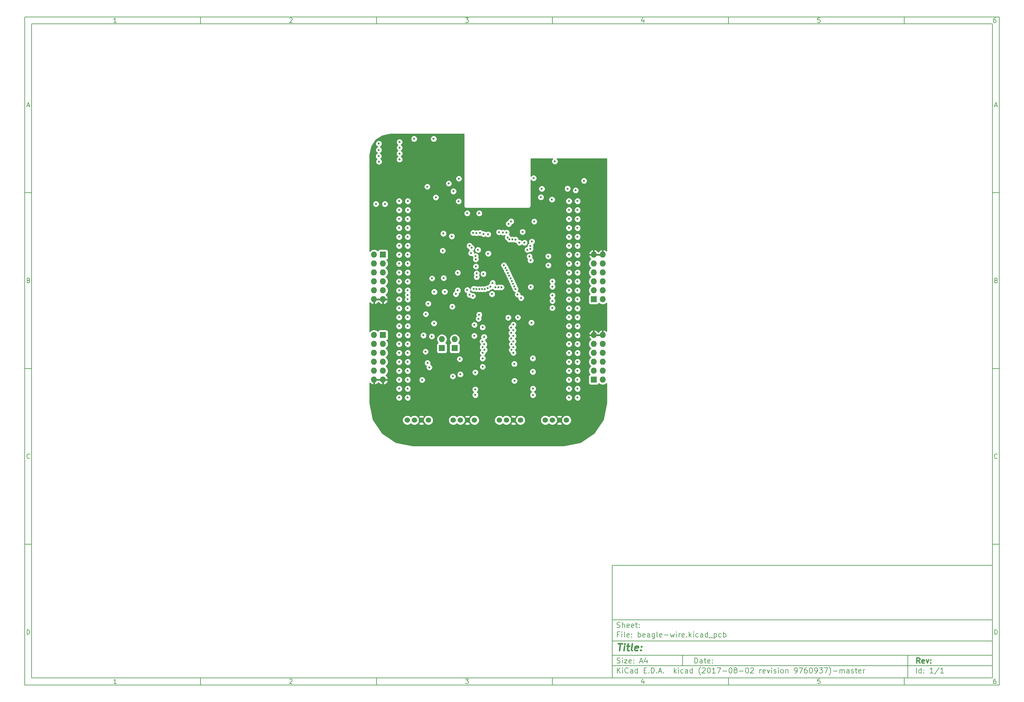
<source format=gbr>
G04 #@! TF.GenerationSoftware,KiCad,Pcbnew,(2017-08-02 revision 9760937)-master*
G04 #@! TF.CreationDate,2018-05-12T19:30:48-05:00*
G04 #@! TF.ProjectId,beagle-wire,626561676C652D776972652E6B696361,rev?*
G04 #@! TF.SameCoordinates,Original*
G04 #@! TF.FileFunction,Copper,L2,Inr,Plane*
G04 #@! TF.FilePolarity,Positive*
%FSLAX46Y46*%
G04 Gerber Fmt 4.6, Leading zero omitted, Abs format (unit mm)*
G04 Created by KiCad (PCBNEW (2017-08-02 revision 9760937)-master) date Sat May 12 19:30:48 2018*
%MOMM*%
%LPD*%
G01*
G04 APERTURE LIST*
%ADD10C,0.100000*%
%ADD11C,0.150000*%
%ADD12C,0.300000*%
%ADD13C,0.400000*%
%ADD14R,1.727200X1.727200*%
%ADD15O,1.727200X1.727200*%
%ADD16C,1.524000*%
%ADD17C,0.600000*%
%ADD18C,0.254000*%
G04 APERTURE END LIST*
D10*
D11*
X177002200Y-166007200D02*
X177002200Y-198007200D01*
X285002200Y-198007200D01*
X285002200Y-166007200D01*
X177002200Y-166007200D01*
D10*
D11*
X10000000Y-10000000D02*
X10000000Y-200007200D01*
X287002200Y-200007200D01*
X287002200Y-10000000D01*
X10000000Y-10000000D01*
D10*
D11*
X12000000Y-12000000D02*
X12000000Y-198007200D01*
X285002200Y-198007200D01*
X285002200Y-12000000D01*
X12000000Y-12000000D01*
D10*
D11*
X60000000Y-12000000D02*
X60000000Y-10000000D01*
D10*
D11*
X110000000Y-12000000D02*
X110000000Y-10000000D01*
D10*
D11*
X160000000Y-12000000D02*
X160000000Y-10000000D01*
D10*
D11*
X210000000Y-12000000D02*
X210000000Y-10000000D01*
D10*
D11*
X260000000Y-12000000D02*
X260000000Y-10000000D01*
D10*
D11*
X36065476Y-11588095D02*
X35322619Y-11588095D01*
X35694047Y-11588095D02*
X35694047Y-10288095D01*
X35570238Y-10473809D01*
X35446428Y-10597619D01*
X35322619Y-10659523D01*
D10*
D11*
X85322619Y-10411904D02*
X85384523Y-10350000D01*
X85508333Y-10288095D01*
X85817857Y-10288095D01*
X85941666Y-10350000D01*
X86003571Y-10411904D01*
X86065476Y-10535714D01*
X86065476Y-10659523D01*
X86003571Y-10845238D01*
X85260714Y-11588095D01*
X86065476Y-11588095D01*
D10*
D11*
X135260714Y-10288095D02*
X136065476Y-10288095D01*
X135632142Y-10783333D01*
X135817857Y-10783333D01*
X135941666Y-10845238D01*
X136003571Y-10907142D01*
X136065476Y-11030952D01*
X136065476Y-11340476D01*
X136003571Y-11464285D01*
X135941666Y-11526190D01*
X135817857Y-11588095D01*
X135446428Y-11588095D01*
X135322619Y-11526190D01*
X135260714Y-11464285D01*
D10*
D11*
X185941666Y-10721428D02*
X185941666Y-11588095D01*
X185632142Y-10226190D02*
X185322619Y-11154761D01*
X186127380Y-11154761D01*
D10*
D11*
X236003571Y-10288095D02*
X235384523Y-10288095D01*
X235322619Y-10907142D01*
X235384523Y-10845238D01*
X235508333Y-10783333D01*
X235817857Y-10783333D01*
X235941666Y-10845238D01*
X236003571Y-10907142D01*
X236065476Y-11030952D01*
X236065476Y-11340476D01*
X236003571Y-11464285D01*
X235941666Y-11526190D01*
X235817857Y-11588095D01*
X235508333Y-11588095D01*
X235384523Y-11526190D01*
X235322619Y-11464285D01*
D10*
D11*
X285941666Y-10288095D02*
X285694047Y-10288095D01*
X285570238Y-10350000D01*
X285508333Y-10411904D01*
X285384523Y-10597619D01*
X285322619Y-10845238D01*
X285322619Y-11340476D01*
X285384523Y-11464285D01*
X285446428Y-11526190D01*
X285570238Y-11588095D01*
X285817857Y-11588095D01*
X285941666Y-11526190D01*
X286003571Y-11464285D01*
X286065476Y-11340476D01*
X286065476Y-11030952D01*
X286003571Y-10907142D01*
X285941666Y-10845238D01*
X285817857Y-10783333D01*
X285570238Y-10783333D01*
X285446428Y-10845238D01*
X285384523Y-10907142D01*
X285322619Y-11030952D01*
D10*
D11*
X60000000Y-198007200D02*
X60000000Y-200007200D01*
D10*
D11*
X110000000Y-198007200D02*
X110000000Y-200007200D01*
D10*
D11*
X160000000Y-198007200D02*
X160000000Y-200007200D01*
D10*
D11*
X210000000Y-198007200D02*
X210000000Y-200007200D01*
D10*
D11*
X260000000Y-198007200D02*
X260000000Y-200007200D01*
D10*
D11*
X36065476Y-199595295D02*
X35322619Y-199595295D01*
X35694047Y-199595295D02*
X35694047Y-198295295D01*
X35570238Y-198481009D01*
X35446428Y-198604819D01*
X35322619Y-198666723D01*
D10*
D11*
X85322619Y-198419104D02*
X85384523Y-198357200D01*
X85508333Y-198295295D01*
X85817857Y-198295295D01*
X85941666Y-198357200D01*
X86003571Y-198419104D01*
X86065476Y-198542914D01*
X86065476Y-198666723D01*
X86003571Y-198852438D01*
X85260714Y-199595295D01*
X86065476Y-199595295D01*
D10*
D11*
X135260714Y-198295295D02*
X136065476Y-198295295D01*
X135632142Y-198790533D01*
X135817857Y-198790533D01*
X135941666Y-198852438D01*
X136003571Y-198914342D01*
X136065476Y-199038152D01*
X136065476Y-199347676D01*
X136003571Y-199471485D01*
X135941666Y-199533390D01*
X135817857Y-199595295D01*
X135446428Y-199595295D01*
X135322619Y-199533390D01*
X135260714Y-199471485D01*
D10*
D11*
X185941666Y-198728628D02*
X185941666Y-199595295D01*
X185632142Y-198233390D02*
X185322619Y-199161961D01*
X186127380Y-199161961D01*
D10*
D11*
X236003571Y-198295295D02*
X235384523Y-198295295D01*
X235322619Y-198914342D01*
X235384523Y-198852438D01*
X235508333Y-198790533D01*
X235817857Y-198790533D01*
X235941666Y-198852438D01*
X236003571Y-198914342D01*
X236065476Y-199038152D01*
X236065476Y-199347676D01*
X236003571Y-199471485D01*
X235941666Y-199533390D01*
X235817857Y-199595295D01*
X235508333Y-199595295D01*
X235384523Y-199533390D01*
X235322619Y-199471485D01*
D10*
D11*
X285941666Y-198295295D02*
X285694047Y-198295295D01*
X285570238Y-198357200D01*
X285508333Y-198419104D01*
X285384523Y-198604819D01*
X285322619Y-198852438D01*
X285322619Y-199347676D01*
X285384523Y-199471485D01*
X285446428Y-199533390D01*
X285570238Y-199595295D01*
X285817857Y-199595295D01*
X285941666Y-199533390D01*
X286003571Y-199471485D01*
X286065476Y-199347676D01*
X286065476Y-199038152D01*
X286003571Y-198914342D01*
X285941666Y-198852438D01*
X285817857Y-198790533D01*
X285570238Y-198790533D01*
X285446428Y-198852438D01*
X285384523Y-198914342D01*
X285322619Y-199038152D01*
D10*
D11*
X10000000Y-60000000D02*
X12000000Y-60000000D01*
D10*
D11*
X10000000Y-110000000D02*
X12000000Y-110000000D01*
D10*
D11*
X10000000Y-160000000D02*
X12000000Y-160000000D01*
D10*
D11*
X10690476Y-35216666D02*
X11309523Y-35216666D01*
X10566666Y-35588095D02*
X11000000Y-34288095D01*
X11433333Y-35588095D01*
D10*
D11*
X11092857Y-84907142D02*
X11278571Y-84969047D01*
X11340476Y-85030952D01*
X11402380Y-85154761D01*
X11402380Y-85340476D01*
X11340476Y-85464285D01*
X11278571Y-85526190D01*
X11154761Y-85588095D01*
X10659523Y-85588095D01*
X10659523Y-84288095D01*
X11092857Y-84288095D01*
X11216666Y-84350000D01*
X11278571Y-84411904D01*
X11340476Y-84535714D01*
X11340476Y-84659523D01*
X11278571Y-84783333D01*
X11216666Y-84845238D01*
X11092857Y-84907142D01*
X10659523Y-84907142D01*
D10*
D11*
X11402380Y-135464285D02*
X11340476Y-135526190D01*
X11154761Y-135588095D01*
X11030952Y-135588095D01*
X10845238Y-135526190D01*
X10721428Y-135402380D01*
X10659523Y-135278571D01*
X10597619Y-135030952D01*
X10597619Y-134845238D01*
X10659523Y-134597619D01*
X10721428Y-134473809D01*
X10845238Y-134350000D01*
X11030952Y-134288095D01*
X11154761Y-134288095D01*
X11340476Y-134350000D01*
X11402380Y-134411904D01*
D10*
D11*
X10659523Y-185588095D02*
X10659523Y-184288095D01*
X10969047Y-184288095D01*
X11154761Y-184350000D01*
X11278571Y-184473809D01*
X11340476Y-184597619D01*
X11402380Y-184845238D01*
X11402380Y-185030952D01*
X11340476Y-185278571D01*
X11278571Y-185402380D01*
X11154761Y-185526190D01*
X10969047Y-185588095D01*
X10659523Y-185588095D01*
D10*
D11*
X287002200Y-60000000D02*
X285002200Y-60000000D01*
D10*
D11*
X287002200Y-110000000D02*
X285002200Y-110000000D01*
D10*
D11*
X287002200Y-160000000D02*
X285002200Y-160000000D01*
D10*
D11*
X285692676Y-35216666D02*
X286311723Y-35216666D01*
X285568866Y-35588095D02*
X286002200Y-34288095D01*
X286435533Y-35588095D01*
D10*
D11*
X286095057Y-84907142D02*
X286280771Y-84969047D01*
X286342676Y-85030952D01*
X286404580Y-85154761D01*
X286404580Y-85340476D01*
X286342676Y-85464285D01*
X286280771Y-85526190D01*
X286156961Y-85588095D01*
X285661723Y-85588095D01*
X285661723Y-84288095D01*
X286095057Y-84288095D01*
X286218866Y-84350000D01*
X286280771Y-84411904D01*
X286342676Y-84535714D01*
X286342676Y-84659523D01*
X286280771Y-84783333D01*
X286218866Y-84845238D01*
X286095057Y-84907142D01*
X285661723Y-84907142D01*
D10*
D11*
X286404580Y-135464285D02*
X286342676Y-135526190D01*
X286156961Y-135588095D01*
X286033152Y-135588095D01*
X285847438Y-135526190D01*
X285723628Y-135402380D01*
X285661723Y-135278571D01*
X285599819Y-135030952D01*
X285599819Y-134845238D01*
X285661723Y-134597619D01*
X285723628Y-134473809D01*
X285847438Y-134350000D01*
X286033152Y-134288095D01*
X286156961Y-134288095D01*
X286342676Y-134350000D01*
X286404580Y-134411904D01*
D10*
D11*
X285661723Y-185588095D02*
X285661723Y-184288095D01*
X285971247Y-184288095D01*
X286156961Y-184350000D01*
X286280771Y-184473809D01*
X286342676Y-184597619D01*
X286404580Y-184845238D01*
X286404580Y-185030952D01*
X286342676Y-185278571D01*
X286280771Y-185402380D01*
X286156961Y-185526190D01*
X285971247Y-185588095D01*
X285661723Y-185588095D01*
D10*
D11*
X200434342Y-193785771D02*
X200434342Y-192285771D01*
X200791485Y-192285771D01*
X201005771Y-192357200D01*
X201148628Y-192500057D01*
X201220057Y-192642914D01*
X201291485Y-192928628D01*
X201291485Y-193142914D01*
X201220057Y-193428628D01*
X201148628Y-193571485D01*
X201005771Y-193714342D01*
X200791485Y-193785771D01*
X200434342Y-193785771D01*
X202577200Y-193785771D02*
X202577200Y-193000057D01*
X202505771Y-192857200D01*
X202362914Y-192785771D01*
X202077200Y-192785771D01*
X201934342Y-192857200D01*
X202577200Y-193714342D02*
X202434342Y-193785771D01*
X202077200Y-193785771D01*
X201934342Y-193714342D01*
X201862914Y-193571485D01*
X201862914Y-193428628D01*
X201934342Y-193285771D01*
X202077200Y-193214342D01*
X202434342Y-193214342D01*
X202577200Y-193142914D01*
X203077200Y-192785771D02*
X203648628Y-192785771D01*
X203291485Y-192285771D02*
X203291485Y-193571485D01*
X203362914Y-193714342D01*
X203505771Y-193785771D01*
X203648628Y-193785771D01*
X204720057Y-193714342D02*
X204577200Y-193785771D01*
X204291485Y-193785771D01*
X204148628Y-193714342D01*
X204077200Y-193571485D01*
X204077200Y-193000057D01*
X204148628Y-192857200D01*
X204291485Y-192785771D01*
X204577200Y-192785771D01*
X204720057Y-192857200D01*
X204791485Y-193000057D01*
X204791485Y-193142914D01*
X204077200Y-193285771D01*
X205434342Y-193642914D02*
X205505771Y-193714342D01*
X205434342Y-193785771D01*
X205362914Y-193714342D01*
X205434342Y-193642914D01*
X205434342Y-193785771D01*
X205434342Y-192857200D02*
X205505771Y-192928628D01*
X205434342Y-193000057D01*
X205362914Y-192928628D01*
X205434342Y-192857200D01*
X205434342Y-193000057D01*
D10*
D11*
X177002200Y-194507200D02*
X285002200Y-194507200D01*
D10*
D11*
X178434342Y-196585771D02*
X178434342Y-195085771D01*
X179291485Y-196585771D02*
X178648628Y-195728628D01*
X179291485Y-195085771D02*
X178434342Y-195942914D01*
X179934342Y-196585771D02*
X179934342Y-195585771D01*
X179934342Y-195085771D02*
X179862914Y-195157200D01*
X179934342Y-195228628D01*
X180005771Y-195157200D01*
X179934342Y-195085771D01*
X179934342Y-195228628D01*
X181505771Y-196442914D02*
X181434342Y-196514342D01*
X181220057Y-196585771D01*
X181077200Y-196585771D01*
X180862914Y-196514342D01*
X180720057Y-196371485D01*
X180648628Y-196228628D01*
X180577200Y-195942914D01*
X180577200Y-195728628D01*
X180648628Y-195442914D01*
X180720057Y-195300057D01*
X180862914Y-195157200D01*
X181077200Y-195085771D01*
X181220057Y-195085771D01*
X181434342Y-195157200D01*
X181505771Y-195228628D01*
X182791485Y-196585771D02*
X182791485Y-195800057D01*
X182720057Y-195657200D01*
X182577200Y-195585771D01*
X182291485Y-195585771D01*
X182148628Y-195657200D01*
X182791485Y-196514342D02*
X182648628Y-196585771D01*
X182291485Y-196585771D01*
X182148628Y-196514342D01*
X182077200Y-196371485D01*
X182077200Y-196228628D01*
X182148628Y-196085771D01*
X182291485Y-196014342D01*
X182648628Y-196014342D01*
X182791485Y-195942914D01*
X184148628Y-196585771D02*
X184148628Y-195085771D01*
X184148628Y-196514342D02*
X184005771Y-196585771D01*
X183720057Y-196585771D01*
X183577200Y-196514342D01*
X183505771Y-196442914D01*
X183434342Y-196300057D01*
X183434342Y-195871485D01*
X183505771Y-195728628D01*
X183577200Y-195657200D01*
X183720057Y-195585771D01*
X184005771Y-195585771D01*
X184148628Y-195657200D01*
X186005771Y-195800057D02*
X186505771Y-195800057D01*
X186720057Y-196585771D02*
X186005771Y-196585771D01*
X186005771Y-195085771D01*
X186720057Y-195085771D01*
X187362914Y-196442914D02*
X187434342Y-196514342D01*
X187362914Y-196585771D01*
X187291485Y-196514342D01*
X187362914Y-196442914D01*
X187362914Y-196585771D01*
X188077200Y-196585771D02*
X188077200Y-195085771D01*
X188434342Y-195085771D01*
X188648628Y-195157200D01*
X188791485Y-195300057D01*
X188862914Y-195442914D01*
X188934342Y-195728628D01*
X188934342Y-195942914D01*
X188862914Y-196228628D01*
X188791485Y-196371485D01*
X188648628Y-196514342D01*
X188434342Y-196585771D01*
X188077200Y-196585771D01*
X189577200Y-196442914D02*
X189648628Y-196514342D01*
X189577200Y-196585771D01*
X189505771Y-196514342D01*
X189577200Y-196442914D01*
X189577200Y-196585771D01*
X190220057Y-196157200D02*
X190934342Y-196157200D01*
X190077200Y-196585771D02*
X190577200Y-195085771D01*
X191077200Y-196585771D01*
X191577200Y-196442914D02*
X191648628Y-196514342D01*
X191577200Y-196585771D01*
X191505771Y-196514342D01*
X191577200Y-196442914D01*
X191577200Y-196585771D01*
X194577200Y-196585771D02*
X194577200Y-195085771D01*
X194720057Y-196014342D02*
X195148628Y-196585771D01*
X195148628Y-195585771D02*
X194577200Y-196157200D01*
X195791485Y-196585771D02*
X195791485Y-195585771D01*
X195791485Y-195085771D02*
X195720057Y-195157200D01*
X195791485Y-195228628D01*
X195862914Y-195157200D01*
X195791485Y-195085771D01*
X195791485Y-195228628D01*
X197148628Y-196514342D02*
X197005771Y-196585771D01*
X196720057Y-196585771D01*
X196577200Y-196514342D01*
X196505771Y-196442914D01*
X196434342Y-196300057D01*
X196434342Y-195871485D01*
X196505771Y-195728628D01*
X196577200Y-195657200D01*
X196720057Y-195585771D01*
X197005771Y-195585771D01*
X197148628Y-195657200D01*
X198434342Y-196585771D02*
X198434342Y-195800057D01*
X198362914Y-195657200D01*
X198220057Y-195585771D01*
X197934342Y-195585771D01*
X197791485Y-195657200D01*
X198434342Y-196514342D02*
X198291485Y-196585771D01*
X197934342Y-196585771D01*
X197791485Y-196514342D01*
X197720057Y-196371485D01*
X197720057Y-196228628D01*
X197791485Y-196085771D01*
X197934342Y-196014342D01*
X198291485Y-196014342D01*
X198434342Y-195942914D01*
X199791485Y-196585771D02*
X199791485Y-195085771D01*
X199791485Y-196514342D02*
X199648628Y-196585771D01*
X199362914Y-196585771D01*
X199220057Y-196514342D01*
X199148628Y-196442914D01*
X199077200Y-196300057D01*
X199077200Y-195871485D01*
X199148628Y-195728628D01*
X199220057Y-195657200D01*
X199362914Y-195585771D01*
X199648628Y-195585771D01*
X199791485Y-195657200D01*
X202077200Y-197157200D02*
X202005771Y-197085771D01*
X201862914Y-196871485D01*
X201791485Y-196728628D01*
X201720057Y-196514342D01*
X201648628Y-196157200D01*
X201648628Y-195871485D01*
X201720057Y-195514342D01*
X201791485Y-195300057D01*
X201862914Y-195157200D01*
X202005771Y-194942914D01*
X202077200Y-194871485D01*
X202577200Y-195228628D02*
X202648628Y-195157200D01*
X202791485Y-195085771D01*
X203148628Y-195085771D01*
X203291485Y-195157200D01*
X203362914Y-195228628D01*
X203434342Y-195371485D01*
X203434342Y-195514342D01*
X203362914Y-195728628D01*
X202505771Y-196585771D01*
X203434342Y-196585771D01*
X204362914Y-195085771D02*
X204505771Y-195085771D01*
X204648628Y-195157200D01*
X204720057Y-195228628D01*
X204791485Y-195371485D01*
X204862914Y-195657200D01*
X204862914Y-196014342D01*
X204791485Y-196300057D01*
X204720057Y-196442914D01*
X204648628Y-196514342D01*
X204505771Y-196585771D01*
X204362914Y-196585771D01*
X204220057Y-196514342D01*
X204148628Y-196442914D01*
X204077200Y-196300057D01*
X204005771Y-196014342D01*
X204005771Y-195657200D01*
X204077200Y-195371485D01*
X204148628Y-195228628D01*
X204220057Y-195157200D01*
X204362914Y-195085771D01*
X206291485Y-196585771D02*
X205434342Y-196585771D01*
X205862914Y-196585771D02*
X205862914Y-195085771D01*
X205720057Y-195300057D01*
X205577200Y-195442914D01*
X205434342Y-195514342D01*
X206791485Y-195085771D02*
X207791485Y-195085771D01*
X207148628Y-196585771D01*
X208362914Y-196014342D02*
X209505771Y-196014342D01*
X210505771Y-195085771D02*
X210648628Y-195085771D01*
X210791485Y-195157200D01*
X210862914Y-195228628D01*
X210934342Y-195371485D01*
X211005771Y-195657200D01*
X211005771Y-196014342D01*
X210934342Y-196300057D01*
X210862914Y-196442914D01*
X210791485Y-196514342D01*
X210648628Y-196585771D01*
X210505771Y-196585771D01*
X210362914Y-196514342D01*
X210291485Y-196442914D01*
X210220057Y-196300057D01*
X210148628Y-196014342D01*
X210148628Y-195657200D01*
X210220057Y-195371485D01*
X210291485Y-195228628D01*
X210362914Y-195157200D01*
X210505771Y-195085771D01*
X211862914Y-195728628D02*
X211720057Y-195657200D01*
X211648628Y-195585771D01*
X211577200Y-195442914D01*
X211577200Y-195371485D01*
X211648628Y-195228628D01*
X211720057Y-195157200D01*
X211862914Y-195085771D01*
X212148628Y-195085771D01*
X212291485Y-195157200D01*
X212362914Y-195228628D01*
X212434342Y-195371485D01*
X212434342Y-195442914D01*
X212362914Y-195585771D01*
X212291485Y-195657200D01*
X212148628Y-195728628D01*
X211862914Y-195728628D01*
X211720057Y-195800057D01*
X211648628Y-195871485D01*
X211577200Y-196014342D01*
X211577200Y-196300057D01*
X211648628Y-196442914D01*
X211720057Y-196514342D01*
X211862914Y-196585771D01*
X212148628Y-196585771D01*
X212291485Y-196514342D01*
X212362914Y-196442914D01*
X212434342Y-196300057D01*
X212434342Y-196014342D01*
X212362914Y-195871485D01*
X212291485Y-195800057D01*
X212148628Y-195728628D01*
X213077200Y-196014342D02*
X214220057Y-196014342D01*
X215220057Y-195085771D02*
X215362914Y-195085771D01*
X215505771Y-195157200D01*
X215577200Y-195228628D01*
X215648628Y-195371485D01*
X215720057Y-195657200D01*
X215720057Y-196014342D01*
X215648628Y-196300057D01*
X215577200Y-196442914D01*
X215505771Y-196514342D01*
X215362914Y-196585771D01*
X215220057Y-196585771D01*
X215077200Y-196514342D01*
X215005771Y-196442914D01*
X214934342Y-196300057D01*
X214862914Y-196014342D01*
X214862914Y-195657200D01*
X214934342Y-195371485D01*
X215005771Y-195228628D01*
X215077200Y-195157200D01*
X215220057Y-195085771D01*
X216291485Y-195228628D02*
X216362914Y-195157200D01*
X216505771Y-195085771D01*
X216862914Y-195085771D01*
X217005771Y-195157200D01*
X217077200Y-195228628D01*
X217148628Y-195371485D01*
X217148628Y-195514342D01*
X217077200Y-195728628D01*
X216220057Y-196585771D01*
X217148628Y-196585771D01*
X218934342Y-196585771D02*
X218934342Y-195585771D01*
X218934342Y-195871485D02*
X219005771Y-195728628D01*
X219077200Y-195657200D01*
X219220057Y-195585771D01*
X219362914Y-195585771D01*
X220434342Y-196514342D02*
X220291485Y-196585771D01*
X220005771Y-196585771D01*
X219862914Y-196514342D01*
X219791485Y-196371485D01*
X219791485Y-195800057D01*
X219862914Y-195657200D01*
X220005771Y-195585771D01*
X220291485Y-195585771D01*
X220434342Y-195657200D01*
X220505771Y-195800057D01*
X220505771Y-195942914D01*
X219791485Y-196085771D01*
X221005771Y-195585771D02*
X221362914Y-196585771D01*
X221720057Y-195585771D01*
X222291485Y-196585771D02*
X222291485Y-195585771D01*
X222291485Y-195085771D02*
X222220057Y-195157200D01*
X222291485Y-195228628D01*
X222362914Y-195157200D01*
X222291485Y-195085771D01*
X222291485Y-195228628D01*
X222934342Y-196514342D02*
X223077200Y-196585771D01*
X223362914Y-196585771D01*
X223505771Y-196514342D01*
X223577200Y-196371485D01*
X223577200Y-196300057D01*
X223505771Y-196157200D01*
X223362914Y-196085771D01*
X223148628Y-196085771D01*
X223005771Y-196014342D01*
X222934342Y-195871485D01*
X222934342Y-195800057D01*
X223005771Y-195657200D01*
X223148628Y-195585771D01*
X223362914Y-195585771D01*
X223505771Y-195657200D01*
X224220057Y-196585771D02*
X224220057Y-195585771D01*
X224220057Y-195085771D02*
X224148628Y-195157200D01*
X224220057Y-195228628D01*
X224291485Y-195157200D01*
X224220057Y-195085771D01*
X224220057Y-195228628D01*
X225148628Y-196585771D02*
X225005771Y-196514342D01*
X224934342Y-196442914D01*
X224862914Y-196300057D01*
X224862914Y-195871485D01*
X224934342Y-195728628D01*
X225005771Y-195657200D01*
X225148628Y-195585771D01*
X225362914Y-195585771D01*
X225505771Y-195657200D01*
X225577200Y-195728628D01*
X225648628Y-195871485D01*
X225648628Y-196300057D01*
X225577200Y-196442914D01*
X225505771Y-196514342D01*
X225362914Y-196585771D01*
X225148628Y-196585771D01*
X226291485Y-195585771D02*
X226291485Y-196585771D01*
X226291485Y-195728628D02*
X226362914Y-195657200D01*
X226505771Y-195585771D01*
X226720057Y-195585771D01*
X226862914Y-195657200D01*
X226934342Y-195800057D01*
X226934342Y-196585771D01*
X228862914Y-196585771D02*
X229148628Y-196585771D01*
X229291485Y-196514342D01*
X229362914Y-196442914D01*
X229505771Y-196228628D01*
X229577200Y-195942914D01*
X229577200Y-195371485D01*
X229505771Y-195228628D01*
X229434342Y-195157200D01*
X229291485Y-195085771D01*
X229005771Y-195085771D01*
X228862914Y-195157200D01*
X228791485Y-195228628D01*
X228720057Y-195371485D01*
X228720057Y-195728628D01*
X228791485Y-195871485D01*
X228862914Y-195942914D01*
X229005771Y-196014342D01*
X229291485Y-196014342D01*
X229434342Y-195942914D01*
X229505771Y-195871485D01*
X229577200Y-195728628D01*
X230077200Y-195085771D02*
X231077200Y-195085771D01*
X230434342Y-196585771D01*
X232291485Y-195085771D02*
X232005771Y-195085771D01*
X231862914Y-195157200D01*
X231791485Y-195228628D01*
X231648628Y-195442914D01*
X231577200Y-195728628D01*
X231577200Y-196300057D01*
X231648628Y-196442914D01*
X231720057Y-196514342D01*
X231862914Y-196585771D01*
X232148628Y-196585771D01*
X232291485Y-196514342D01*
X232362914Y-196442914D01*
X232434342Y-196300057D01*
X232434342Y-195942914D01*
X232362914Y-195800057D01*
X232291485Y-195728628D01*
X232148628Y-195657200D01*
X231862914Y-195657200D01*
X231720057Y-195728628D01*
X231648628Y-195800057D01*
X231577200Y-195942914D01*
X233362914Y-195085771D02*
X233505771Y-195085771D01*
X233648628Y-195157200D01*
X233720057Y-195228628D01*
X233791485Y-195371485D01*
X233862914Y-195657200D01*
X233862914Y-196014342D01*
X233791485Y-196300057D01*
X233720057Y-196442914D01*
X233648628Y-196514342D01*
X233505771Y-196585771D01*
X233362914Y-196585771D01*
X233220057Y-196514342D01*
X233148628Y-196442914D01*
X233077200Y-196300057D01*
X233005771Y-196014342D01*
X233005771Y-195657200D01*
X233077200Y-195371485D01*
X233148628Y-195228628D01*
X233220057Y-195157200D01*
X233362914Y-195085771D01*
X234577199Y-196585771D02*
X234862914Y-196585771D01*
X235005771Y-196514342D01*
X235077199Y-196442914D01*
X235220057Y-196228628D01*
X235291485Y-195942914D01*
X235291485Y-195371485D01*
X235220057Y-195228628D01*
X235148628Y-195157200D01*
X235005771Y-195085771D01*
X234720057Y-195085771D01*
X234577199Y-195157200D01*
X234505771Y-195228628D01*
X234434342Y-195371485D01*
X234434342Y-195728628D01*
X234505771Y-195871485D01*
X234577199Y-195942914D01*
X234720057Y-196014342D01*
X235005771Y-196014342D01*
X235148628Y-195942914D01*
X235220057Y-195871485D01*
X235291485Y-195728628D01*
X235791485Y-195085771D02*
X236720057Y-195085771D01*
X236220057Y-195657200D01*
X236434342Y-195657200D01*
X236577199Y-195728628D01*
X236648628Y-195800057D01*
X236720057Y-195942914D01*
X236720057Y-196300057D01*
X236648628Y-196442914D01*
X236577199Y-196514342D01*
X236434342Y-196585771D01*
X236005771Y-196585771D01*
X235862914Y-196514342D01*
X235791485Y-196442914D01*
X237220057Y-195085771D02*
X238220057Y-195085771D01*
X237577199Y-196585771D01*
X238648628Y-197157200D02*
X238720057Y-197085771D01*
X238862914Y-196871485D01*
X238934342Y-196728628D01*
X239005771Y-196514342D01*
X239077199Y-196157200D01*
X239077199Y-195871485D01*
X239005771Y-195514342D01*
X238934342Y-195300057D01*
X238862914Y-195157200D01*
X238720057Y-194942914D01*
X238648628Y-194871485D01*
X239791485Y-196014342D02*
X240934342Y-196014342D01*
X241648628Y-196585771D02*
X241648628Y-195585771D01*
X241648628Y-195728628D02*
X241720057Y-195657200D01*
X241862914Y-195585771D01*
X242077199Y-195585771D01*
X242220057Y-195657200D01*
X242291485Y-195800057D01*
X242291485Y-196585771D01*
X242291485Y-195800057D02*
X242362914Y-195657200D01*
X242505771Y-195585771D01*
X242720057Y-195585771D01*
X242862914Y-195657200D01*
X242934342Y-195800057D01*
X242934342Y-196585771D01*
X244291485Y-196585771D02*
X244291485Y-195800057D01*
X244220057Y-195657200D01*
X244077199Y-195585771D01*
X243791485Y-195585771D01*
X243648628Y-195657200D01*
X244291485Y-196514342D02*
X244148628Y-196585771D01*
X243791485Y-196585771D01*
X243648628Y-196514342D01*
X243577199Y-196371485D01*
X243577199Y-196228628D01*
X243648628Y-196085771D01*
X243791485Y-196014342D01*
X244148628Y-196014342D01*
X244291485Y-195942914D01*
X244934342Y-196514342D02*
X245077199Y-196585771D01*
X245362914Y-196585771D01*
X245505771Y-196514342D01*
X245577199Y-196371485D01*
X245577199Y-196300057D01*
X245505771Y-196157200D01*
X245362914Y-196085771D01*
X245148628Y-196085771D01*
X245005771Y-196014342D01*
X244934342Y-195871485D01*
X244934342Y-195800057D01*
X245005771Y-195657200D01*
X245148628Y-195585771D01*
X245362914Y-195585771D01*
X245505771Y-195657200D01*
X246005771Y-195585771D02*
X246577199Y-195585771D01*
X246220057Y-195085771D02*
X246220057Y-196371485D01*
X246291485Y-196514342D01*
X246434342Y-196585771D01*
X246577199Y-196585771D01*
X247648628Y-196514342D02*
X247505771Y-196585771D01*
X247220057Y-196585771D01*
X247077199Y-196514342D01*
X247005771Y-196371485D01*
X247005771Y-195800057D01*
X247077199Y-195657200D01*
X247220057Y-195585771D01*
X247505771Y-195585771D01*
X247648628Y-195657200D01*
X247720057Y-195800057D01*
X247720057Y-195942914D01*
X247005771Y-196085771D01*
X248362914Y-196585771D02*
X248362914Y-195585771D01*
X248362914Y-195871485D02*
X248434342Y-195728628D01*
X248505771Y-195657200D01*
X248648628Y-195585771D01*
X248791485Y-195585771D01*
D10*
D11*
X177002200Y-191507200D02*
X285002200Y-191507200D01*
D10*
D12*
X264411485Y-193785771D02*
X263911485Y-193071485D01*
X263554342Y-193785771D02*
X263554342Y-192285771D01*
X264125771Y-192285771D01*
X264268628Y-192357200D01*
X264340057Y-192428628D01*
X264411485Y-192571485D01*
X264411485Y-192785771D01*
X264340057Y-192928628D01*
X264268628Y-193000057D01*
X264125771Y-193071485D01*
X263554342Y-193071485D01*
X265625771Y-193714342D02*
X265482914Y-193785771D01*
X265197200Y-193785771D01*
X265054342Y-193714342D01*
X264982914Y-193571485D01*
X264982914Y-193000057D01*
X265054342Y-192857200D01*
X265197200Y-192785771D01*
X265482914Y-192785771D01*
X265625771Y-192857200D01*
X265697200Y-193000057D01*
X265697200Y-193142914D01*
X264982914Y-193285771D01*
X266197200Y-192785771D02*
X266554342Y-193785771D01*
X266911485Y-192785771D01*
X267482914Y-193642914D02*
X267554342Y-193714342D01*
X267482914Y-193785771D01*
X267411485Y-193714342D01*
X267482914Y-193642914D01*
X267482914Y-193785771D01*
X267482914Y-192857200D02*
X267554342Y-192928628D01*
X267482914Y-193000057D01*
X267411485Y-192928628D01*
X267482914Y-192857200D01*
X267482914Y-193000057D01*
D10*
D11*
X178362914Y-193714342D02*
X178577200Y-193785771D01*
X178934342Y-193785771D01*
X179077200Y-193714342D01*
X179148628Y-193642914D01*
X179220057Y-193500057D01*
X179220057Y-193357200D01*
X179148628Y-193214342D01*
X179077200Y-193142914D01*
X178934342Y-193071485D01*
X178648628Y-193000057D01*
X178505771Y-192928628D01*
X178434342Y-192857200D01*
X178362914Y-192714342D01*
X178362914Y-192571485D01*
X178434342Y-192428628D01*
X178505771Y-192357200D01*
X178648628Y-192285771D01*
X179005771Y-192285771D01*
X179220057Y-192357200D01*
X179862914Y-193785771D02*
X179862914Y-192785771D01*
X179862914Y-192285771D02*
X179791485Y-192357200D01*
X179862914Y-192428628D01*
X179934342Y-192357200D01*
X179862914Y-192285771D01*
X179862914Y-192428628D01*
X180434342Y-192785771D02*
X181220057Y-192785771D01*
X180434342Y-193785771D01*
X181220057Y-193785771D01*
X182362914Y-193714342D02*
X182220057Y-193785771D01*
X181934342Y-193785771D01*
X181791485Y-193714342D01*
X181720057Y-193571485D01*
X181720057Y-193000057D01*
X181791485Y-192857200D01*
X181934342Y-192785771D01*
X182220057Y-192785771D01*
X182362914Y-192857200D01*
X182434342Y-193000057D01*
X182434342Y-193142914D01*
X181720057Y-193285771D01*
X183077200Y-193642914D02*
X183148628Y-193714342D01*
X183077200Y-193785771D01*
X183005771Y-193714342D01*
X183077200Y-193642914D01*
X183077200Y-193785771D01*
X183077200Y-192857200D02*
X183148628Y-192928628D01*
X183077200Y-193000057D01*
X183005771Y-192928628D01*
X183077200Y-192857200D01*
X183077200Y-193000057D01*
X184862914Y-193357200D02*
X185577200Y-193357200D01*
X184720057Y-193785771D02*
X185220057Y-192285771D01*
X185720057Y-193785771D01*
X186862914Y-192785771D02*
X186862914Y-193785771D01*
X186505771Y-192214342D02*
X186148628Y-193285771D01*
X187077200Y-193285771D01*
D10*
D11*
X263434342Y-196585771D02*
X263434342Y-195085771D01*
X264791485Y-196585771D02*
X264791485Y-195085771D01*
X264791485Y-196514342D02*
X264648628Y-196585771D01*
X264362914Y-196585771D01*
X264220057Y-196514342D01*
X264148628Y-196442914D01*
X264077200Y-196300057D01*
X264077200Y-195871485D01*
X264148628Y-195728628D01*
X264220057Y-195657200D01*
X264362914Y-195585771D01*
X264648628Y-195585771D01*
X264791485Y-195657200D01*
X265505771Y-196442914D02*
X265577200Y-196514342D01*
X265505771Y-196585771D01*
X265434342Y-196514342D01*
X265505771Y-196442914D01*
X265505771Y-196585771D01*
X265505771Y-195657200D02*
X265577200Y-195728628D01*
X265505771Y-195800057D01*
X265434342Y-195728628D01*
X265505771Y-195657200D01*
X265505771Y-195800057D01*
X268148628Y-196585771D02*
X267291485Y-196585771D01*
X267720057Y-196585771D02*
X267720057Y-195085771D01*
X267577200Y-195300057D01*
X267434342Y-195442914D01*
X267291485Y-195514342D01*
X269862914Y-195014342D02*
X268577200Y-196942914D01*
X271148628Y-196585771D02*
X270291485Y-196585771D01*
X270720057Y-196585771D02*
X270720057Y-195085771D01*
X270577200Y-195300057D01*
X270434342Y-195442914D01*
X270291485Y-195514342D01*
D10*
D11*
X177002200Y-187507200D02*
X285002200Y-187507200D01*
D10*
D13*
X178714580Y-188211961D02*
X179857438Y-188211961D01*
X179036009Y-190211961D02*
X179286009Y-188211961D01*
X180274104Y-190211961D02*
X180440771Y-188878628D01*
X180524104Y-188211961D02*
X180416961Y-188307200D01*
X180500295Y-188402438D01*
X180607438Y-188307200D01*
X180524104Y-188211961D01*
X180500295Y-188402438D01*
X181107438Y-188878628D02*
X181869342Y-188878628D01*
X181476485Y-188211961D02*
X181262200Y-189926247D01*
X181333628Y-190116723D01*
X181512200Y-190211961D01*
X181702676Y-190211961D01*
X182655057Y-190211961D02*
X182476485Y-190116723D01*
X182405057Y-189926247D01*
X182619342Y-188211961D01*
X184190771Y-190116723D02*
X183988390Y-190211961D01*
X183607438Y-190211961D01*
X183428866Y-190116723D01*
X183357438Y-189926247D01*
X183452676Y-189164342D01*
X183571723Y-188973866D01*
X183774104Y-188878628D01*
X184155057Y-188878628D01*
X184333628Y-188973866D01*
X184405057Y-189164342D01*
X184381247Y-189354819D01*
X183405057Y-189545295D01*
X185155057Y-190021485D02*
X185238390Y-190116723D01*
X185131247Y-190211961D01*
X185047914Y-190116723D01*
X185155057Y-190021485D01*
X185131247Y-190211961D01*
X185286009Y-188973866D02*
X185369342Y-189069104D01*
X185262200Y-189164342D01*
X185178866Y-189069104D01*
X185286009Y-188973866D01*
X185262200Y-189164342D01*
D10*
D11*
X178934342Y-185600057D02*
X178434342Y-185600057D01*
X178434342Y-186385771D02*
X178434342Y-184885771D01*
X179148628Y-184885771D01*
X179720057Y-186385771D02*
X179720057Y-185385771D01*
X179720057Y-184885771D02*
X179648628Y-184957200D01*
X179720057Y-185028628D01*
X179791485Y-184957200D01*
X179720057Y-184885771D01*
X179720057Y-185028628D01*
X180648628Y-186385771D02*
X180505771Y-186314342D01*
X180434342Y-186171485D01*
X180434342Y-184885771D01*
X181791485Y-186314342D02*
X181648628Y-186385771D01*
X181362914Y-186385771D01*
X181220057Y-186314342D01*
X181148628Y-186171485D01*
X181148628Y-185600057D01*
X181220057Y-185457200D01*
X181362914Y-185385771D01*
X181648628Y-185385771D01*
X181791485Y-185457200D01*
X181862914Y-185600057D01*
X181862914Y-185742914D01*
X181148628Y-185885771D01*
X182505771Y-186242914D02*
X182577200Y-186314342D01*
X182505771Y-186385771D01*
X182434342Y-186314342D01*
X182505771Y-186242914D01*
X182505771Y-186385771D01*
X182505771Y-185457200D02*
X182577200Y-185528628D01*
X182505771Y-185600057D01*
X182434342Y-185528628D01*
X182505771Y-185457200D01*
X182505771Y-185600057D01*
X184362914Y-186385771D02*
X184362914Y-184885771D01*
X184362914Y-185457200D02*
X184505771Y-185385771D01*
X184791485Y-185385771D01*
X184934342Y-185457200D01*
X185005771Y-185528628D01*
X185077200Y-185671485D01*
X185077200Y-186100057D01*
X185005771Y-186242914D01*
X184934342Y-186314342D01*
X184791485Y-186385771D01*
X184505771Y-186385771D01*
X184362914Y-186314342D01*
X186291485Y-186314342D02*
X186148628Y-186385771D01*
X185862914Y-186385771D01*
X185720057Y-186314342D01*
X185648628Y-186171485D01*
X185648628Y-185600057D01*
X185720057Y-185457200D01*
X185862914Y-185385771D01*
X186148628Y-185385771D01*
X186291485Y-185457200D01*
X186362914Y-185600057D01*
X186362914Y-185742914D01*
X185648628Y-185885771D01*
X187648628Y-186385771D02*
X187648628Y-185600057D01*
X187577200Y-185457200D01*
X187434342Y-185385771D01*
X187148628Y-185385771D01*
X187005771Y-185457200D01*
X187648628Y-186314342D02*
X187505771Y-186385771D01*
X187148628Y-186385771D01*
X187005771Y-186314342D01*
X186934342Y-186171485D01*
X186934342Y-186028628D01*
X187005771Y-185885771D01*
X187148628Y-185814342D01*
X187505771Y-185814342D01*
X187648628Y-185742914D01*
X189005771Y-185385771D02*
X189005771Y-186600057D01*
X188934342Y-186742914D01*
X188862914Y-186814342D01*
X188720057Y-186885771D01*
X188505771Y-186885771D01*
X188362914Y-186814342D01*
X189005771Y-186314342D02*
X188862914Y-186385771D01*
X188577200Y-186385771D01*
X188434342Y-186314342D01*
X188362914Y-186242914D01*
X188291485Y-186100057D01*
X188291485Y-185671485D01*
X188362914Y-185528628D01*
X188434342Y-185457200D01*
X188577200Y-185385771D01*
X188862914Y-185385771D01*
X189005771Y-185457200D01*
X189934342Y-186385771D02*
X189791485Y-186314342D01*
X189720057Y-186171485D01*
X189720057Y-184885771D01*
X191077200Y-186314342D02*
X190934342Y-186385771D01*
X190648628Y-186385771D01*
X190505771Y-186314342D01*
X190434342Y-186171485D01*
X190434342Y-185600057D01*
X190505771Y-185457200D01*
X190648628Y-185385771D01*
X190934342Y-185385771D01*
X191077200Y-185457200D01*
X191148628Y-185600057D01*
X191148628Y-185742914D01*
X190434342Y-185885771D01*
X191791485Y-185814342D02*
X192934342Y-185814342D01*
X193505771Y-185385771D02*
X193791485Y-186385771D01*
X194077200Y-185671485D01*
X194362914Y-186385771D01*
X194648628Y-185385771D01*
X195220057Y-186385771D02*
X195220057Y-185385771D01*
X195220057Y-184885771D02*
X195148628Y-184957200D01*
X195220057Y-185028628D01*
X195291485Y-184957200D01*
X195220057Y-184885771D01*
X195220057Y-185028628D01*
X195934342Y-186385771D02*
X195934342Y-185385771D01*
X195934342Y-185671485D02*
X196005771Y-185528628D01*
X196077200Y-185457200D01*
X196220057Y-185385771D01*
X196362914Y-185385771D01*
X197434342Y-186314342D02*
X197291485Y-186385771D01*
X197005771Y-186385771D01*
X196862914Y-186314342D01*
X196791485Y-186171485D01*
X196791485Y-185600057D01*
X196862914Y-185457200D01*
X197005771Y-185385771D01*
X197291485Y-185385771D01*
X197434342Y-185457200D01*
X197505771Y-185600057D01*
X197505771Y-185742914D01*
X196791485Y-185885771D01*
X198148628Y-186242914D02*
X198220057Y-186314342D01*
X198148628Y-186385771D01*
X198077200Y-186314342D01*
X198148628Y-186242914D01*
X198148628Y-186385771D01*
X198862914Y-186385771D02*
X198862914Y-184885771D01*
X199005771Y-185814342D02*
X199434342Y-186385771D01*
X199434342Y-185385771D02*
X198862914Y-185957200D01*
X200077200Y-186385771D02*
X200077200Y-185385771D01*
X200077200Y-184885771D02*
X200005771Y-184957200D01*
X200077200Y-185028628D01*
X200148628Y-184957200D01*
X200077200Y-184885771D01*
X200077200Y-185028628D01*
X201434342Y-186314342D02*
X201291485Y-186385771D01*
X201005771Y-186385771D01*
X200862914Y-186314342D01*
X200791485Y-186242914D01*
X200720057Y-186100057D01*
X200720057Y-185671485D01*
X200791485Y-185528628D01*
X200862914Y-185457200D01*
X201005771Y-185385771D01*
X201291485Y-185385771D01*
X201434342Y-185457200D01*
X202720057Y-186385771D02*
X202720057Y-185600057D01*
X202648628Y-185457200D01*
X202505771Y-185385771D01*
X202220057Y-185385771D01*
X202077200Y-185457200D01*
X202720057Y-186314342D02*
X202577200Y-186385771D01*
X202220057Y-186385771D01*
X202077200Y-186314342D01*
X202005771Y-186171485D01*
X202005771Y-186028628D01*
X202077200Y-185885771D01*
X202220057Y-185814342D01*
X202577200Y-185814342D01*
X202720057Y-185742914D01*
X204077200Y-186385771D02*
X204077200Y-184885771D01*
X204077200Y-186314342D02*
X203934342Y-186385771D01*
X203648628Y-186385771D01*
X203505771Y-186314342D01*
X203434342Y-186242914D01*
X203362914Y-186100057D01*
X203362914Y-185671485D01*
X203434342Y-185528628D01*
X203505771Y-185457200D01*
X203648628Y-185385771D01*
X203934342Y-185385771D01*
X204077200Y-185457200D01*
X204434342Y-186528628D02*
X205577200Y-186528628D01*
X205934342Y-185385771D02*
X205934342Y-186885771D01*
X205934342Y-185457200D02*
X206077200Y-185385771D01*
X206362914Y-185385771D01*
X206505771Y-185457200D01*
X206577200Y-185528628D01*
X206648628Y-185671485D01*
X206648628Y-186100057D01*
X206577200Y-186242914D01*
X206505771Y-186314342D01*
X206362914Y-186385771D01*
X206077200Y-186385771D01*
X205934342Y-186314342D01*
X207934342Y-186314342D02*
X207791485Y-186385771D01*
X207505771Y-186385771D01*
X207362914Y-186314342D01*
X207291485Y-186242914D01*
X207220057Y-186100057D01*
X207220057Y-185671485D01*
X207291485Y-185528628D01*
X207362914Y-185457200D01*
X207505771Y-185385771D01*
X207791485Y-185385771D01*
X207934342Y-185457200D01*
X208577200Y-186385771D02*
X208577200Y-184885771D01*
X208577200Y-185457200D02*
X208720057Y-185385771D01*
X209005771Y-185385771D01*
X209148628Y-185457200D01*
X209220057Y-185528628D01*
X209291485Y-185671485D01*
X209291485Y-186100057D01*
X209220057Y-186242914D01*
X209148628Y-186314342D01*
X209005771Y-186385771D01*
X208720057Y-186385771D01*
X208577200Y-186314342D01*
D10*
D11*
X177002200Y-181507200D02*
X285002200Y-181507200D01*
D10*
D11*
X178362914Y-183614342D02*
X178577200Y-183685771D01*
X178934342Y-183685771D01*
X179077200Y-183614342D01*
X179148628Y-183542914D01*
X179220057Y-183400057D01*
X179220057Y-183257200D01*
X179148628Y-183114342D01*
X179077200Y-183042914D01*
X178934342Y-182971485D01*
X178648628Y-182900057D01*
X178505771Y-182828628D01*
X178434342Y-182757200D01*
X178362914Y-182614342D01*
X178362914Y-182471485D01*
X178434342Y-182328628D01*
X178505771Y-182257200D01*
X178648628Y-182185771D01*
X179005771Y-182185771D01*
X179220057Y-182257200D01*
X179862914Y-183685771D02*
X179862914Y-182185771D01*
X180505771Y-183685771D02*
X180505771Y-182900057D01*
X180434342Y-182757200D01*
X180291485Y-182685771D01*
X180077200Y-182685771D01*
X179934342Y-182757200D01*
X179862914Y-182828628D01*
X181791485Y-183614342D02*
X181648628Y-183685771D01*
X181362914Y-183685771D01*
X181220057Y-183614342D01*
X181148628Y-183471485D01*
X181148628Y-182900057D01*
X181220057Y-182757200D01*
X181362914Y-182685771D01*
X181648628Y-182685771D01*
X181791485Y-182757200D01*
X181862914Y-182900057D01*
X181862914Y-183042914D01*
X181148628Y-183185771D01*
X183077200Y-183614342D02*
X182934342Y-183685771D01*
X182648628Y-183685771D01*
X182505771Y-183614342D01*
X182434342Y-183471485D01*
X182434342Y-182900057D01*
X182505771Y-182757200D01*
X182648628Y-182685771D01*
X182934342Y-182685771D01*
X183077200Y-182757200D01*
X183148628Y-182900057D01*
X183148628Y-183042914D01*
X182434342Y-183185771D01*
X183577200Y-182685771D02*
X184148628Y-182685771D01*
X183791485Y-182185771D02*
X183791485Y-183471485D01*
X183862914Y-183614342D01*
X184005771Y-183685771D01*
X184148628Y-183685771D01*
X184648628Y-183542914D02*
X184720057Y-183614342D01*
X184648628Y-183685771D01*
X184577200Y-183614342D01*
X184648628Y-183542914D01*
X184648628Y-183685771D01*
X184648628Y-182757200D02*
X184720057Y-182828628D01*
X184648628Y-182900057D01*
X184577200Y-182828628D01*
X184648628Y-182757200D01*
X184648628Y-182900057D01*
D10*
D11*
X197002200Y-191507200D02*
X197002200Y-194507200D01*
D10*
D11*
X261002200Y-191507200D02*
X261002200Y-198007200D01*
D14*
X111817120Y-77597000D03*
D15*
X109277120Y-77597000D03*
X111817120Y-80137000D03*
X109277120Y-80137000D03*
X111817120Y-82677000D03*
X109277120Y-82677000D03*
X111817120Y-85217000D03*
X109277120Y-85217000D03*
X111817120Y-87757000D03*
X109277120Y-87757000D03*
X111817120Y-90297000D03*
X109277120Y-90297000D03*
D14*
X171718820Y-113157000D03*
D15*
X174258820Y-113157000D03*
X171718820Y-110617000D03*
X174258820Y-110617000D03*
X171718820Y-108077000D03*
X174258820Y-108077000D03*
X171718820Y-105537000D03*
X174258820Y-105537000D03*
X171718820Y-102997000D03*
X174258820Y-102997000D03*
X171718820Y-100457000D03*
X174258820Y-100457000D03*
D14*
X128560000Y-104200000D03*
D15*
X128560000Y-101660000D03*
D14*
X132190000Y-104200000D03*
D15*
X132190000Y-101660000D03*
D14*
X111817120Y-100457000D03*
D15*
X109277120Y-100457000D03*
X111817120Y-102997000D03*
X109277120Y-102997000D03*
X111817120Y-105537000D03*
X109277120Y-105537000D03*
X111817120Y-108077000D03*
X109277120Y-108077000D03*
X111817120Y-110617000D03*
X109277120Y-110617000D03*
X111817120Y-113157000D03*
X109277120Y-113157000D03*
D14*
X171718820Y-90297000D03*
D15*
X174258820Y-90297000D03*
X171718820Y-87757000D03*
X174258820Y-87757000D03*
X171718820Y-85217000D03*
X174258820Y-85217000D03*
X171718820Y-82677000D03*
X174258820Y-82677000D03*
X171718820Y-80137000D03*
X174258820Y-80137000D03*
X171718820Y-77597000D03*
X174258820Y-77597000D03*
D16*
X124732000Y-124680000D03*
X118732000Y-124680000D03*
X120732000Y-124680000D03*
X122732000Y-124680000D03*
X137813000Y-124680000D03*
X131813000Y-124680000D03*
X133813000Y-124680000D03*
X135813000Y-124680000D03*
X150894000Y-124680000D03*
X144894000Y-124680000D03*
X146894000Y-124680000D03*
X148894000Y-124680000D03*
X163975000Y-124680000D03*
X157975000Y-124680000D03*
X159975000Y-124680000D03*
X161975000Y-124680000D03*
D17*
X137502898Y-107899200D03*
X125122200Y-115593600D03*
X131495800Y-89192100D03*
X129692400Y-117170200D03*
X131546596Y-117157500D03*
X135166100Y-117182900D03*
X133362700Y-117170200D03*
X123190000Y-89877900D03*
X125552200Y-102108000D03*
X117398800Y-56794400D03*
X117322600Y-55181500D03*
X159880300Y-94310200D03*
X128262817Y-95360106D03*
X128278227Y-93827812D03*
X159270700Y-55778400D03*
X161975800Y-55765700D03*
X159990000Y-59050000D03*
X127860000Y-88380000D03*
X135710000Y-76040000D03*
X132600000Y-81820000D03*
X121170000Y-55020000D03*
X127660400Y-54457600D03*
X131089400Y-97764600D03*
X127482600Y-97764600D03*
X144459804Y-89418199D03*
X139037194Y-68340374D03*
X149897128Y-92318713D03*
X132130800Y-107289600D03*
X150848311Y-96690544D03*
X137439400Y-112776000D03*
X150859308Y-107090560D03*
X150893814Y-111090253D03*
X150951926Y-117504560D03*
X150944545Y-115887959D03*
X126517400Y-115595400D03*
X131058920Y-61320680D03*
X151058000Y-68920686D03*
X156591000Y-82311240D03*
X156583150Y-78292603D03*
X118846600Y-67462400D03*
X116408200Y-67462400D03*
X118846600Y-70002400D03*
X116408200Y-70002400D03*
X154643659Y-55844159D03*
X159969209Y-90754200D03*
X158800804Y-78054200D03*
X116509800Y-48844200D03*
X116523798Y-47204602D03*
X167106600Y-62382400D03*
X164668200Y-62382400D03*
X129362200Y-88138000D03*
X133070600Y-82745290D03*
X129082800Y-84251800D03*
X128790700Y-76479400D03*
X118846600Y-118262400D03*
X116408200Y-118262400D03*
X118846600Y-115722400D03*
X116408200Y-115722400D03*
X116408204Y-62382400D03*
X118872000Y-62382400D03*
X112356900Y-63220600D03*
X109816900Y-63195200D03*
X125691900Y-100850700D03*
X159943800Y-92760800D03*
X160660000Y-51070000D03*
X128998420Y-71612589D03*
X153438632Y-78071163D03*
X168950000Y-56600000D03*
X159840000Y-61930000D03*
X124400000Y-58280000D03*
X142793808Y-88798400D03*
X124678000Y-91527000D03*
X123973654Y-94518103D03*
X131495800Y-92379800D03*
X133070600Y-87782400D03*
X151053800Y-89916000D03*
X159969200Y-85166200D03*
X159969200Y-86690200D03*
X159979200Y-89204600D03*
X122936000Y-113233200D03*
X133629400Y-107289600D03*
X138959265Y-95845773D03*
X139172981Y-94665800D03*
X123331800Y-100569400D03*
X147409038Y-95504000D03*
X150139400Y-95453200D03*
X154000200Y-96951800D03*
X140130866Y-107089979D03*
X154432000Y-117525800D03*
X154432000Y-115722400D03*
X154406600Y-110896400D03*
X154406600Y-107086400D03*
X149148800Y-108686600D03*
X149174200Y-113487200D03*
X126396200Y-88188800D03*
X138049000Y-111074200D03*
X138049000Y-115900200D03*
X138074400Y-117500400D03*
X156687520Y-61264800D03*
X164261800Y-58831480D03*
X156961840Y-58861960D03*
X139176760Y-65852040D03*
X135752840Y-65852040D03*
X133334760Y-62417960D03*
X126832360Y-61320680D03*
X133380480Y-55981600D03*
X130510280Y-57368440D03*
X126227840Y-44668440D03*
X120655080Y-44668440D03*
X116504720Y-50520600D03*
X116504720Y-45567600D03*
X147563840Y-68828920D03*
X151481795Y-71120904D03*
X154137360Y-73896220D03*
X154800300Y-68163440D03*
X148228343Y-68142945D03*
X125755400Y-84366100D03*
X158806397Y-80630590D03*
X131377656Y-72381957D03*
X144800000Y-71210000D03*
X166560000Y-59310000D03*
X142982128Y-85670481D03*
X136990000Y-75670000D03*
X136391404Y-75067448D03*
X138140000Y-78010000D03*
X136890000Y-77190000D03*
X138243780Y-80970000D03*
X138170000Y-78910000D03*
X138430000Y-83950000D03*
X138450000Y-82940000D03*
X164668200Y-64922400D03*
X167106600Y-64922400D03*
X164668200Y-67462400D03*
X167106600Y-67462400D03*
X164668200Y-70002400D03*
X167106600Y-70002400D03*
X164668200Y-72542400D03*
X167106600Y-72542400D03*
X164668200Y-75082400D03*
X167106600Y-75082400D03*
X164668200Y-77622400D03*
X167106600Y-77622400D03*
X164668200Y-80162400D03*
X167106600Y-80162400D03*
X164668200Y-82702400D03*
X167106600Y-82702400D03*
X164668200Y-85242400D03*
X164668200Y-87782400D03*
X153716754Y-75965612D03*
X167106600Y-87782400D03*
X153691270Y-75166006D03*
X164668200Y-90322400D03*
X167106600Y-90322400D03*
X164668200Y-92862400D03*
X152874467Y-76204125D03*
X116370100Y-85242400D03*
X118846600Y-85242400D03*
X118846600Y-89065100D03*
X140360000Y-83070000D03*
X116408200Y-90322400D03*
X116408200Y-95402400D03*
X132537200Y-88798400D03*
X126314200Y-97129600D03*
X118846600Y-95402400D03*
X124459200Y-108402400D03*
X131673600Y-112204500D03*
X116408200Y-97942400D03*
X137325100Y-89331800D03*
X123888500Y-105181400D03*
X118846600Y-97929700D03*
X124993400Y-109664498D03*
X135788400Y-87680800D03*
X133769100Y-111645700D03*
X116408200Y-100482400D03*
X136444621Y-89050928D03*
X141719300Y-77292200D03*
X138820000Y-76260000D03*
X141693811Y-71832737D03*
X131830000Y-59590000D03*
X145483163Y-86901013D03*
X140150000Y-109490000D03*
X148760000Y-85870000D03*
X148290000Y-99890000D03*
X149110000Y-86620000D03*
X148860000Y-99090000D03*
X149470000Y-87370000D03*
X148290000Y-98300000D03*
X150053867Y-88928489D03*
X148866220Y-97500000D03*
X137587971Y-87349604D03*
X137798170Y-97555752D03*
X139187417Y-87392188D03*
X140120000Y-98270000D03*
X138387773Y-87367947D03*
X137750000Y-100690000D03*
X139987320Y-87378980D03*
X140540000Y-101000000D03*
X148430000Y-85110000D03*
X148890000Y-100690000D03*
X140787219Y-87365544D03*
X140110000Y-102290000D03*
X141566489Y-87184554D03*
X140600000Y-103090000D03*
X147720000Y-83590000D03*
X148850000Y-102280000D03*
X148080000Y-84360000D03*
X148320000Y-101490000D03*
X110672800Y-51152600D03*
X137480000Y-71440000D03*
X110572800Y-49592600D03*
X138380000Y-71480000D03*
X110642800Y-47832600D03*
X139420000Y-71440000D03*
X110642800Y-46042600D03*
X140420000Y-71730000D03*
X146200000Y-80650000D03*
X148880000Y-105500000D03*
X146650000Y-81370000D03*
X148380000Y-104690000D03*
X147000000Y-82100000D03*
X148900000Y-103910000D03*
X147360000Y-82830000D03*
X148410000Y-103090000D03*
X142357108Y-86759411D03*
X140120000Y-103890000D03*
X143822792Y-86924667D03*
X140680000Y-104700000D03*
X144683729Y-86931397D03*
X140150000Y-105510000D03*
X153798952Y-86775245D03*
X153747070Y-79216694D03*
X152046347Y-74187325D03*
X150563287Y-74202156D03*
X149470000Y-73310000D03*
X148640000Y-73300000D03*
X147813760Y-73293601D03*
X145898437Y-71337327D03*
X147236049Y-72740186D03*
X146953230Y-71332213D03*
X116408200Y-87782400D03*
X116408200Y-92862400D03*
X116408200Y-64922400D03*
X118872000Y-64922400D03*
X116408200Y-72542400D03*
X118846600Y-72542400D03*
X116408200Y-75082400D03*
X118846600Y-75082400D03*
X116408200Y-77622400D03*
X118846600Y-77622400D03*
X116408200Y-80162400D03*
X118846600Y-80162400D03*
X116408200Y-82702400D03*
X118846600Y-82702400D03*
X118846600Y-87782400D03*
X118846600Y-90322400D03*
X118846600Y-92862400D03*
X118846600Y-100482400D03*
X116408200Y-103022400D03*
X118846600Y-103022400D03*
X116408200Y-105562400D03*
X118846600Y-105562400D03*
X116408200Y-108102400D03*
X118846600Y-108102400D03*
X116408200Y-110642400D03*
X118846600Y-110642400D03*
X116408200Y-113182400D03*
X118846600Y-113182400D03*
X167106600Y-118262400D03*
X164668200Y-118262400D03*
X167106600Y-115722400D03*
X164668200Y-115722400D03*
X167106600Y-113182400D03*
X164668200Y-113182400D03*
X167106600Y-110642400D03*
X164668200Y-110642400D03*
X167106600Y-108102400D03*
X164668200Y-108102400D03*
X167106600Y-105562400D03*
X164668200Y-105562400D03*
X167106600Y-103022400D03*
X164668200Y-103022400D03*
X167106600Y-100482400D03*
X164668200Y-100482400D03*
X167106600Y-97942400D03*
X164668200Y-97942400D03*
X167106600Y-95402400D03*
X164668200Y-95402400D03*
X167106600Y-92862400D03*
X167106600Y-85242400D03*
D18*
G36*
X134783830Y-63723520D02*
X134832263Y-63967010D01*
X134970189Y-64173431D01*
X135176610Y-64311357D01*
X135420100Y-64359790D01*
X153200100Y-64359790D01*
X153443590Y-64311357D01*
X153650011Y-64173431D01*
X153787937Y-63967010D01*
X153836370Y-63723520D01*
X153836370Y-61449967D01*
X155752358Y-61449967D01*
X155894403Y-61793743D01*
X156157193Y-62056992D01*
X156500721Y-62199638D01*
X156872687Y-62199962D01*
X157077907Y-62115167D01*
X158904838Y-62115167D01*
X159046883Y-62458943D01*
X159309673Y-62722192D01*
X159653201Y-62864838D01*
X160025167Y-62865162D01*
X160368943Y-62723117D01*
X160524764Y-62567567D01*
X163733038Y-62567567D01*
X163875083Y-62911343D01*
X164137873Y-63174592D01*
X164481401Y-63317238D01*
X164853367Y-63317562D01*
X165197143Y-63175517D01*
X165460392Y-62912727D01*
X165603038Y-62569199D01*
X165603039Y-62567567D01*
X166171438Y-62567567D01*
X166313483Y-62911343D01*
X166576273Y-63174592D01*
X166919801Y-63317238D01*
X167291767Y-63317562D01*
X167635543Y-63175517D01*
X167898792Y-62912727D01*
X168041438Y-62569199D01*
X168041762Y-62197233D01*
X167899717Y-61853457D01*
X167636927Y-61590208D01*
X167293399Y-61447562D01*
X166921433Y-61447238D01*
X166577657Y-61589283D01*
X166314408Y-61852073D01*
X166171762Y-62195601D01*
X166171438Y-62567567D01*
X165603039Y-62567567D01*
X165603362Y-62197233D01*
X165461317Y-61853457D01*
X165198527Y-61590208D01*
X164854999Y-61447562D01*
X164483033Y-61447238D01*
X164139257Y-61589283D01*
X163876008Y-61852073D01*
X163733362Y-62195601D01*
X163733038Y-62567567D01*
X160524764Y-62567567D01*
X160632192Y-62460327D01*
X160774838Y-62116799D01*
X160775162Y-61744833D01*
X160633117Y-61401057D01*
X160370327Y-61137808D01*
X160026799Y-60995162D01*
X159654833Y-60994838D01*
X159311057Y-61136883D01*
X159047808Y-61399673D01*
X158905162Y-61743201D01*
X158904838Y-62115167D01*
X157077907Y-62115167D01*
X157216463Y-62057917D01*
X157479712Y-61795127D01*
X157622358Y-61451599D01*
X157622682Y-61079633D01*
X157480637Y-60735857D01*
X157217847Y-60472608D01*
X156874319Y-60329962D01*
X156502353Y-60329638D01*
X156158577Y-60471683D01*
X155895328Y-60734473D01*
X155752682Y-61078001D01*
X155752358Y-61449967D01*
X153836370Y-61449967D01*
X153836370Y-59047127D01*
X156026678Y-59047127D01*
X156168723Y-59390903D01*
X156431513Y-59654152D01*
X156775041Y-59796798D01*
X157147007Y-59797122D01*
X157490783Y-59655077D01*
X157754032Y-59392287D01*
X157896678Y-59048759D01*
X157896705Y-59016647D01*
X163326638Y-59016647D01*
X163468683Y-59360423D01*
X163731473Y-59623672D01*
X164075001Y-59766318D01*
X164446967Y-59766642D01*
X164790743Y-59624597D01*
X164920399Y-59495167D01*
X165624838Y-59495167D01*
X165766883Y-59838943D01*
X166029673Y-60102192D01*
X166373201Y-60244838D01*
X166745167Y-60245162D01*
X167088943Y-60103117D01*
X167352192Y-59840327D01*
X167494838Y-59496799D01*
X167495162Y-59124833D01*
X167353117Y-58781057D01*
X167090327Y-58517808D01*
X166746799Y-58375162D01*
X166374833Y-58374838D01*
X166031057Y-58516883D01*
X165767808Y-58779673D01*
X165625162Y-59123201D01*
X165624838Y-59495167D01*
X164920399Y-59495167D01*
X165053992Y-59361807D01*
X165196638Y-59018279D01*
X165196962Y-58646313D01*
X165054917Y-58302537D01*
X164792127Y-58039288D01*
X164448599Y-57896642D01*
X164076633Y-57896318D01*
X163732857Y-58038363D01*
X163469608Y-58301153D01*
X163326962Y-58644681D01*
X163326638Y-59016647D01*
X157896705Y-59016647D01*
X157897002Y-58676793D01*
X157754957Y-58333017D01*
X157492167Y-58069768D01*
X157148639Y-57927122D01*
X156776673Y-57926798D01*
X156432897Y-58068843D01*
X156169648Y-58331633D01*
X156027002Y-58675161D01*
X156026678Y-59047127D01*
X153836370Y-59047127D01*
X153836370Y-56785167D01*
X168014838Y-56785167D01*
X168156883Y-57128943D01*
X168419673Y-57392192D01*
X168763201Y-57534838D01*
X169135167Y-57535162D01*
X169478943Y-57393117D01*
X169742192Y-57130327D01*
X169884838Y-56786799D01*
X169885162Y-56414833D01*
X169743117Y-56071057D01*
X169480327Y-55807808D01*
X169136799Y-55665162D01*
X168764833Y-55664838D01*
X168421057Y-55806883D01*
X168157808Y-56069673D01*
X168015162Y-56413201D01*
X168014838Y-56785167D01*
X153836370Y-56785167D01*
X153836370Y-56338803D01*
X153850542Y-56373102D01*
X154113332Y-56636351D01*
X154456860Y-56778997D01*
X154828826Y-56779321D01*
X155172602Y-56637276D01*
X155435851Y-56374486D01*
X155578497Y-56030958D01*
X155578821Y-55658992D01*
X155436776Y-55315216D01*
X155173986Y-55051967D01*
X154830458Y-54909321D01*
X154458492Y-54908997D01*
X154114716Y-55051042D01*
X153851467Y-55313832D01*
X153836370Y-55350189D01*
X153836370Y-50318670D01*
X160089197Y-50318670D01*
X159867808Y-50539673D01*
X159725162Y-50883201D01*
X159724838Y-51255167D01*
X159866883Y-51598943D01*
X160129673Y-51862192D01*
X160473201Y-52004838D01*
X160845167Y-52005162D01*
X161188943Y-51863117D01*
X161452192Y-51600327D01*
X161594838Y-51256799D01*
X161595162Y-50884833D01*
X161453117Y-50541057D01*
X161231118Y-50318670D01*
X175340530Y-50318670D01*
X175340530Y-76594313D01*
X175033767Y-76314312D01*
X174617846Y-76142042D01*
X174385820Y-76263183D01*
X174385820Y-77470000D01*
X174405820Y-77470000D01*
X174405820Y-77724000D01*
X174385820Y-77724000D01*
X174385820Y-77744000D01*
X174131820Y-77744000D01*
X174131820Y-77724000D01*
X171845820Y-77724000D01*
X171845820Y-77744000D01*
X171591820Y-77744000D01*
X171591820Y-77724000D01*
X170384351Y-77724000D01*
X170263852Y-77956027D01*
X170511999Y-78485490D01*
X170929981Y-78867008D01*
X170659150Y-79047971D01*
X170334294Y-79534152D01*
X170220220Y-80107641D01*
X170220220Y-80166359D01*
X170334294Y-80739848D01*
X170659150Y-81226029D01*
X170929992Y-81407000D01*
X170659150Y-81587971D01*
X170334294Y-82074152D01*
X170220220Y-82647641D01*
X170220220Y-82706359D01*
X170334294Y-83279848D01*
X170659150Y-83766029D01*
X170929992Y-83947000D01*
X170659150Y-84127971D01*
X170334294Y-84614152D01*
X170220220Y-85187641D01*
X170220220Y-85246359D01*
X170334294Y-85819848D01*
X170659150Y-86306029D01*
X170929992Y-86487000D01*
X170659150Y-86667971D01*
X170334294Y-87154152D01*
X170220220Y-87727641D01*
X170220220Y-87786359D01*
X170334294Y-88359848D01*
X170646724Y-88827432D01*
X170607455Y-88835243D01*
X170397411Y-88975591D01*
X170257063Y-89185635D01*
X170207780Y-89433400D01*
X170207780Y-91160600D01*
X170257063Y-91408365D01*
X170397411Y-91618409D01*
X170607455Y-91758757D01*
X170855220Y-91808040D01*
X172582420Y-91808040D01*
X172830185Y-91758757D01*
X173040229Y-91618409D01*
X173180577Y-91408365D01*
X173188261Y-91369733D01*
X173199150Y-91386029D01*
X173685331Y-91710885D01*
X174258820Y-91824959D01*
X174832309Y-91710885D01*
X175318490Y-91386029D01*
X175340530Y-91353044D01*
X175340530Y-99454313D01*
X175033767Y-99174312D01*
X174617846Y-99002042D01*
X174385820Y-99123183D01*
X174385820Y-100330000D01*
X174405820Y-100330000D01*
X174405820Y-100584000D01*
X174385820Y-100584000D01*
X174385820Y-100604000D01*
X174131820Y-100604000D01*
X174131820Y-100584000D01*
X171845820Y-100584000D01*
X171845820Y-100604000D01*
X171591820Y-100604000D01*
X171591820Y-100584000D01*
X170384351Y-100584000D01*
X170263852Y-100816027D01*
X170511999Y-101345490D01*
X170929981Y-101727008D01*
X170659150Y-101907971D01*
X170334294Y-102394152D01*
X170220220Y-102967641D01*
X170220220Y-103026359D01*
X170334294Y-103599848D01*
X170659150Y-104086029D01*
X170929992Y-104267000D01*
X170659150Y-104447971D01*
X170334294Y-104934152D01*
X170220220Y-105507641D01*
X170220220Y-105566359D01*
X170334294Y-106139848D01*
X170659150Y-106626029D01*
X170929992Y-106807000D01*
X170659150Y-106987971D01*
X170334294Y-107474152D01*
X170220220Y-108047641D01*
X170220220Y-108106359D01*
X170334294Y-108679848D01*
X170659150Y-109166029D01*
X170929992Y-109347000D01*
X170659150Y-109527971D01*
X170334294Y-110014152D01*
X170220220Y-110587641D01*
X170220220Y-110646359D01*
X170334294Y-111219848D01*
X170646724Y-111687432D01*
X170607455Y-111695243D01*
X170397411Y-111835591D01*
X170257063Y-112045635D01*
X170207780Y-112293400D01*
X170207780Y-114020600D01*
X170257063Y-114268365D01*
X170397411Y-114478409D01*
X170607455Y-114618757D01*
X170855220Y-114668040D01*
X172582420Y-114668040D01*
X172830185Y-114618757D01*
X173040229Y-114478409D01*
X173180577Y-114268365D01*
X173188261Y-114229733D01*
X173199150Y-114246029D01*
X173685331Y-114570885D01*
X174258820Y-114684959D01*
X174832309Y-114570885D01*
X175318490Y-114246029D01*
X175340530Y-114213044D01*
X175340530Y-119794733D01*
X174410717Y-124469219D01*
X171798331Y-128378931D01*
X167888619Y-130991317D01*
X163213532Y-131921250D01*
X120227768Y-131921130D01*
X115553281Y-130991317D01*
X111643569Y-128378931D01*
X109356882Y-124956661D01*
X117334758Y-124956661D01*
X117546990Y-125470303D01*
X117939630Y-125863629D01*
X118452900Y-126076757D01*
X119008661Y-126077242D01*
X119522303Y-125865010D01*
X119732021Y-125655658D01*
X119939630Y-125863629D01*
X120452900Y-126076757D01*
X121008661Y-126077242D01*
X121522303Y-125865010D01*
X121727457Y-125660213D01*
X121931392Y-125660213D01*
X122000857Y-125902397D01*
X122524302Y-126089144D01*
X123079368Y-126061362D01*
X123463143Y-125902397D01*
X123532608Y-125660213D01*
X122732000Y-124859605D01*
X121931392Y-125660213D01*
X121727457Y-125660213D01*
X121915629Y-125472370D01*
X122026122Y-125206273D01*
X122552395Y-124680000D01*
X122911605Y-124680000D01*
X123437907Y-125206302D01*
X123546990Y-125470303D01*
X123939630Y-125863629D01*
X124452900Y-126076757D01*
X125008661Y-126077242D01*
X125522303Y-125865010D01*
X125915629Y-125472370D01*
X126128757Y-124959100D01*
X126128759Y-124956661D01*
X130415758Y-124956661D01*
X130627990Y-125470303D01*
X131020630Y-125863629D01*
X131533900Y-126076757D01*
X132089661Y-126077242D01*
X132603303Y-125865010D01*
X132813021Y-125655658D01*
X133020630Y-125863629D01*
X133533900Y-126076757D01*
X134089661Y-126077242D01*
X134603303Y-125865010D01*
X134808457Y-125660213D01*
X135012392Y-125660213D01*
X135081857Y-125902397D01*
X135605302Y-126089144D01*
X136160368Y-126061362D01*
X136544143Y-125902397D01*
X136613608Y-125660213D01*
X135813000Y-124859605D01*
X135012392Y-125660213D01*
X134808457Y-125660213D01*
X134996629Y-125472370D01*
X135107122Y-125206273D01*
X135633395Y-124680000D01*
X135992605Y-124680000D01*
X136518907Y-125206302D01*
X136627990Y-125470303D01*
X137020630Y-125863629D01*
X137533900Y-126076757D01*
X138089661Y-126077242D01*
X138603303Y-125865010D01*
X138996629Y-125472370D01*
X139209757Y-124959100D01*
X139209759Y-124956661D01*
X143496758Y-124956661D01*
X143708990Y-125470303D01*
X144101630Y-125863629D01*
X144614900Y-126076757D01*
X145170661Y-126077242D01*
X145684303Y-125865010D01*
X145894021Y-125655658D01*
X146101630Y-125863629D01*
X146614900Y-126076757D01*
X147170661Y-126077242D01*
X147684303Y-125865010D01*
X147889457Y-125660213D01*
X148093392Y-125660213D01*
X148162857Y-125902397D01*
X148686302Y-126089144D01*
X149241368Y-126061362D01*
X149625143Y-125902397D01*
X149694608Y-125660213D01*
X148894000Y-124859605D01*
X148093392Y-125660213D01*
X147889457Y-125660213D01*
X148077629Y-125472370D01*
X148188122Y-125206273D01*
X148714395Y-124680000D01*
X149073605Y-124680000D01*
X149599907Y-125206302D01*
X149708990Y-125470303D01*
X150101630Y-125863629D01*
X150614900Y-126076757D01*
X151170661Y-126077242D01*
X151684303Y-125865010D01*
X152077629Y-125472370D01*
X152290757Y-124959100D01*
X152290759Y-124956661D01*
X156577758Y-124956661D01*
X156789990Y-125470303D01*
X157182630Y-125863629D01*
X157695900Y-126076757D01*
X158251661Y-126077242D01*
X158765303Y-125865010D01*
X158975021Y-125655658D01*
X159182630Y-125863629D01*
X159695900Y-126076757D01*
X160251661Y-126077242D01*
X160765303Y-125865010D01*
X160970457Y-125660213D01*
X161174392Y-125660213D01*
X161243857Y-125902397D01*
X161767302Y-126089144D01*
X162322368Y-126061362D01*
X162706143Y-125902397D01*
X162775608Y-125660213D01*
X161975000Y-124859605D01*
X161174392Y-125660213D01*
X160970457Y-125660213D01*
X161158629Y-125472370D01*
X161269122Y-125206273D01*
X161795395Y-124680000D01*
X162154605Y-124680000D01*
X162680907Y-125206302D01*
X162789990Y-125470303D01*
X163182630Y-125863629D01*
X163695900Y-126076757D01*
X164251661Y-126077242D01*
X164765303Y-125865010D01*
X165158629Y-125472370D01*
X165371757Y-124959100D01*
X165372242Y-124403339D01*
X165160010Y-123889697D01*
X164767370Y-123496371D01*
X164254100Y-123283243D01*
X163698339Y-123282758D01*
X163184697Y-123494990D01*
X162791371Y-123887630D01*
X162680878Y-124153727D01*
X162154605Y-124680000D01*
X161795395Y-124680000D01*
X161269093Y-124153698D01*
X161160010Y-123889697D01*
X160970432Y-123699787D01*
X161174392Y-123699787D01*
X161975000Y-124500395D01*
X162775608Y-123699787D01*
X162706143Y-123457603D01*
X162182698Y-123270856D01*
X161627632Y-123298638D01*
X161243857Y-123457603D01*
X161174392Y-123699787D01*
X160970432Y-123699787D01*
X160767370Y-123496371D01*
X160254100Y-123283243D01*
X159698339Y-123282758D01*
X159184697Y-123494990D01*
X158974979Y-123704342D01*
X158767370Y-123496371D01*
X158254100Y-123283243D01*
X157698339Y-123282758D01*
X157184697Y-123494990D01*
X156791371Y-123887630D01*
X156578243Y-124400900D01*
X156577758Y-124956661D01*
X152290759Y-124956661D01*
X152291242Y-124403339D01*
X152079010Y-123889697D01*
X151686370Y-123496371D01*
X151173100Y-123283243D01*
X150617339Y-123282758D01*
X150103697Y-123494990D01*
X149710371Y-123887630D01*
X149599878Y-124153727D01*
X149073605Y-124680000D01*
X148714395Y-124680000D01*
X148188093Y-124153698D01*
X148079010Y-123889697D01*
X147889432Y-123699787D01*
X148093392Y-123699787D01*
X148894000Y-124500395D01*
X149694608Y-123699787D01*
X149625143Y-123457603D01*
X149101698Y-123270856D01*
X148546632Y-123298638D01*
X148162857Y-123457603D01*
X148093392Y-123699787D01*
X147889432Y-123699787D01*
X147686370Y-123496371D01*
X147173100Y-123283243D01*
X146617339Y-123282758D01*
X146103697Y-123494990D01*
X145893979Y-123704342D01*
X145686370Y-123496371D01*
X145173100Y-123283243D01*
X144617339Y-123282758D01*
X144103697Y-123494990D01*
X143710371Y-123887630D01*
X143497243Y-124400900D01*
X143496758Y-124956661D01*
X139209759Y-124956661D01*
X139210242Y-124403339D01*
X138998010Y-123889697D01*
X138605370Y-123496371D01*
X138092100Y-123283243D01*
X137536339Y-123282758D01*
X137022697Y-123494990D01*
X136629371Y-123887630D01*
X136518878Y-124153727D01*
X135992605Y-124680000D01*
X135633395Y-124680000D01*
X135107093Y-124153698D01*
X134998010Y-123889697D01*
X134808432Y-123699787D01*
X135012392Y-123699787D01*
X135813000Y-124500395D01*
X136613608Y-123699787D01*
X136544143Y-123457603D01*
X136020698Y-123270856D01*
X135465632Y-123298638D01*
X135081857Y-123457603D01*
X135012392Y-123699787D01*
X134808432Y-123699787D01*
X134605370Y-123496371D01*
X134092100Y-123283243D01*
X133536339Y-123282758D01*
X133022697Y-123494990D01*
X132812979Y-123704342D01*
X132605370Y-123496371D01*
X132092100Y-123283243D01*
X131536339Y-123282758D01*
X131022697Y-123494990D01*
X130629371Y-123887630D01*
X130416243Y-124400900D01*
X130415758Y-124956661D01*
X126128759Y-124956661D01*
X126129242Y-124403339D01*
X125917010Y-123889697D01*
X125524370Y-123496371D01*
X125011100Y-123283243D01*
X124455339Y-123282758D01*
X123941697Y-123494990D01*
X123548371Y-123887630D01*
X123437878Y-124153727D01*
X122911605Y-124680000D01*
X122552395Y-124680000D01*
X122026093Y-124153698D01*
X121917010Y-123889697D01*
X121727432Y-123699787D01*
X121931392Y-123699787D01*
X122732000Y-124500395D01*
X123532608Y-123699787D01*
X123463143Y-123457603D01*
X122939698Y-123270856D01*
X122384632Y-123298638D01*
X122000857Y-123457603D01*
X121931392Y-123699787D01*
X121727432Y-123699787D01*
X121524370Y-123496371D01*
X121011100Y-123283243D01*
X120455339Y-123282758D01*
X119941697Y-123494990D01*
X119731979Y-123704342D01*
X119524370Y-123496371D01*
X119011100Y-123283243D01*
X118455339Y-123282758D01*
X117941697Y-123494990D01*
X117548371Y-123887630D01*
X117335243Y-124400900D01*
X117334758Y-124956661D01*
X109356882Y-124956661D01*
X109031183Y-124469219D01*
X108101370Y-119794734D01*
X108101370Y-118447567D01*
X115473038Y-118447567D01*
X115615083Y-118791343D01*
X115877873Y-119054592D01*
X116221401Y-119197238D01*
X116593367Y-119197562D01*
X116937143Y-119055517D01*
X117200392Y-118792727D01*
X117343038Y-118449199D01*
X117343039Y-118447567D01*
X117911438Y-118447567D01*
X118053483Y-118791343D01*
X118316273Y-119054592D01*
X118659801Y-119197238D01*
X119031767Y-119197562D01*
X119375543Y-119055517D01*
X119638792Y-118792727D01*
X119781438Y-118449199D01*
X119781762Y-118077233D01*
X119639717Y-117733457D01*
X119376927Y-117470208D01*
X119033399Y-117327562D01*
X118661433Y-117327238D01*
X118317657Y-117469283D01*
X118054408Y-117732073D01*
X117911762Y-118075601D01*
X117911438Y-118447567D01*
X117343039Y-118447567D01*
X117343362Y-118077233D01*
X117201317Y-117733457D01*
X116938527Y-117470208D01*
X116594999Y-117327562D01*
X116223033Y-117327238D01*
X115879257Y-117469283D01*
X115616008Y-117732073D01*
X115473362Y-118075601D01*
X115473038Y-118447567D01*
X108101370Y-118447567D01*
X108101370Y-115907567D01*
X115473038Y-115907567D01*
X115615083Y-116251343D01*
X115877873Y-116514592D01*
X116221401Y-116657238D01*
X116593367Y-116657562D01*
X116937143Y-116515517D01*
X117200392Y-116252727D01*
X117343038Y-115909199D01*
X117343039Y-115907567D01*
X117911438Y-115907567D01*
X118053483Y-116251343D01*
X118316273Y-116514592D01*
X118659801Y-116657238D01*
X119031767Y-116657562D01*
X119375543Y-116515517D01*
X119638792Y-116252727D01*
X119708286Y-116085367D01*
X137113838Y-116085367D01*
X137255883Y-116429143D01*
X137518673Y-116692392D01*
X137550007Y-116705403D01*
X137545457Y-116707283D01*
X137282208Y-116970073D01*
X137139562Y-117313601D01*
X137139238Y-117685567D01*
X137281283Y-118029343D01*
X137544073Y-118292592D01*
X137887601Y-118435238D01*
X138259567Y-118435562D01*
X138603343Y-118293517D01*
X138866592Y-118030727D01*
X139009238Y-117687199D01*
X139009562Y-117315233D01*
X138867517Y-116971457D01*
X138604727Y-116708208D01*
X138573393Y-116695197D01*
X138577943Y-116693317D01*
X138841192Y-116430527D01*
X138983838Y-116086999D01*
X138983994Y-115907567D01*
X153496838Y-115907567D01*
X153638883Y-116251343D01*
X153901673Y-116514592D01*
X154165622Y-116624194D01*
X153903057Y-116732683D01*
X153639808Y-116995473D01*
X153497162Y-117339001D01*
X153496838Y-117710967D01*
X153638883Y-118054743D01*
X153901673Y-118317992D01*
X154245201Y-118460638D01*
X154617167Y-118460962D01*
X154649585Y-118447567D01*
X163733038Y-118447567D01*
X163875083Y-118791343D01*
X164137873Y-119054592D01*
X164481401Y-119197238D01*
X164853367Y-119197562D01*
X165197143Y-119055517D01*
X165460392Y-118792727D01*
X165603038Y-118449199D01*
X165603039Y-118447567D01*
X166171438Y-118447567D01*
X166313483Y-118791343D01*
X166576273Y-119054592D01*
X166919801Y-119197238D01*
X167291767Y-119197562D01*
X167635543Y-119055517D01*
X167898792Y-118792727D01*
X168041438Y-118449199D01*
X168041762Y-118077233D01*
X167899717Y-117733457D01*
X167636927Y-117470208D01*
X167293399Y-117327562D01*
X166921433Y-117327238D01*
X166577657Y-117469283D01*
X166314408Y-117732073D01*
X166171762Y-118075601D01*
X166171438Y-118447567D01*
X165603039Y-118447567D01*
X165603362Y-118077233D01*
X165461317Y-117733457D01*
X165198527Y-117470208D01*
X164854999Y-117327562D01*
X164483033Y-117327238D01*
X164139257Y-117469283D01*
X163876008Y-117732073D01*
X163733362Y-118075601D01*
X163733038Y-118447567D01*
X154649585Y-118447567D01*
X154960943Y-118318917D01*
X155224192Y-118056127D01*
X155366838Y-117712599D01*
X155367162Y-117340633D01*
X155225117Y-116996857D01*
X154962327Y-116733608D01*
X154698378Y-116624006D01*
X154960943Y-116515517D01*
X155224192Y-116252727D01*
X155366838Y-115909199D01*
X155366839Y-115907567D01*
X163733038Y-115907567D01*
X163875083Y-116251343D01*
X164137873Y-116514592D01*
X164481401Y-116657238D01*
X164853367Y-116657562D01*
X165197143Y-116515517D01*
X165460392Y-116252727D01*
X165603038Y-115909199D01*
X165603039Y-115907567D01*
X166171438Y-115907567D01*
X166313483Y-116251343D01*
X166576273Y-116514592D01*
X166919801Y-116657238D01*
X167291767Y-116657562D01*
X167635543Y-116515517D01*
X167898792Y-116252727D01*
X168041438Y-115909199D01*
X168041762Y-115537233D01*
X167899717Y-115193457D01*
X167636927Y-114930208D01*
X167293399Y-114787562D01*
X166921433Y-114787238D01*
X166577657Y-114929283D01*
X166314408Y-115192073D01*
X166171762Y-115535601D01*
X166171438Y-115907567D01*
X165603039Y-115907567D01*
X165603362Y-115537233D01*
X165461317Y-115193457D01*
X165198527Y-114930208D01*
X164854999Y-114787562D01*
X164483033Y-114787238D01*
X164139257Y-114929283D01*
X163876008Y-115192073D01*
X163733362Y-115535601D01*
X163733038Y-115907567D01*
X155366839Y-115907567D01*
X155367162Y-115537233D01*
X155225117Y-115193457D01*
X154962327Y-114930208D01*
X154618799Y-114787562D01*
X154246833Y-114787238D01*
X153903057Y-114929283D01*
X153639808Y-115192073D01*
X153497162Y-115535601D01*
X153496838Y-115907567D01*
X138983994Y-115907567D01*
X138984162Y-115715033D01*
X138842117Y-115371257D01*
X138579327Y-115108008D01*
X138235799Y-114965362D01*
X137863833Y-114965038D01*
X137520057Y-115107083D01*
X137256808Y-115369873D01*
X137114162Y-115713401D01*
X137113838Y-116085367D01*
X119708286Y-116085367D01*
X119781438Y-115909199D01*
X119781762Y-115537233D01*
X119639717Y-115193457D01*
X119376927Y-114930208D01*
X119033399Y-114787562D01*
X118661433Y-114787238D01*
X118317657Y-114929283D01*
X118054408Y-115192073D01*
X117911762Y-115535601D01*
X117911438Y-115907567D01*
X117343039Y-115907567D01*
X117343362Y-115537233D01*
X117201317Y-115193457D01*
X116938527Y-114930208D01*
X116594999Y-114787562D01*
X116223033Y-114787238D01*
X115879257Y-114929283D01*
X115616008Y-115192073D01*
X115473362Y-115535601D01*
X115473038Y-115907567D01*
X108101370Y-115907567D01*
X108101370Y-114073850D01*
X108502173Y-114439688D01*
X108918094Y-114611958D01*
X109150120Y-114490817D01*
X109150120Y-113284000D01*
X109404120Y-113284000D01*
X109404120Y-114490817D01*
X109636146Y-114611958D01*
X110052067Y-114439688D01*
X110483941Y-114045490D01*
X110547120Y-113910687D01*
X110610299Y-114045490D01*
X111042173Y-114439688D01*
X111458094Y-114611958D01*
X111690120Y-114490817D01*
X111690120Y-113284000D01*
X111944120Y-113284000D01*
X111944120Y-114490817D01*
X112176146Y-114611958D01*
X112592067Y-114439688D01*
X113023941Y-114045490D01*
X113272088Y-113516027D01*
X113194989Y-113367567D01*
X115473038Y-113367567D01*
X115615083Y-113711343D01*
X115877873Y-113974592D01*
X116221401Y-114117238D01*
X116593367Y-114117562D01*
X116937143Y-113975517D01*
X117200392Y-113712727D01*
X117343038Y-113369199D01*
X117343039Y-113367567D01*
X117911438Y-113367567D01*
X118053483Y-113711343D01*
X118316273Y-113974592D01*
X118659801Y-114117238D01*
X119031767Y-114117562D01*
X119375543Y-113975517D01*
X119638792Y-113712727D01*
X119761021Y-113418367D01*
X122000838Y-113418367D01*
X122142883Y-113762143D01*
X122405673Y-114025392D01*
X122749201Y-114168038D01*
X123121167Y-114168362D01*
X123464943Y-114026317D01*
X123728192Y-113763527D01*
X123766045Y-113672367D01*
X148239038Y-113672367D01*
X148381083Y-114016143D01*
X148643873Y-114279392D01*
X148987401Y-114422038D01*
X149359367Y-114422362D01*
X149703143Y-114280317D01*
X149966392Y-114017527D01*
X150109038Y-113673999D01*
X150109304Y-113367567D01*
X163733038Y-113367567D01*
X163875083Y-113711343D01*
X164137873Y-113974592D01*
X164481401Y-114117238D01*
X164853367Y-114117562D01*
X165197143Y-113975517D01*
X165460392Y-113712727D01*
X165603038Y-113369199D01*
X165603039Y-113367567D01*
X166171438Y-113367567D01*
X166313483Y-113711343D01*
X166576273Y-113974592D01*
X166919801Y-114117238D01*
X167291767Y-114117562D01*
X167635543Y-113975517D01*
X167898792Y-113712727D01*
X168041438Y-113369199D01*
X168041762Y-112997233D01*
X167899717Y-112653457D01*
X167636927Y-112390208D01*
X167293399Y-112247562D01*
X166921433Y-112247238D01*
X166577657Y-112389283D01*
X166314408Y-112652073D01*
X166171762Y-112995601D01*
X166171438Y-113367567D01*
X165603039Y-113367567D01*
X165603362Y-112997233D01*
X165461317Y-112653457D01*
X165198527Y-112390208D01*
X164854999Y-112247562D01*
X164483033Y-112247238D01*
X164139257Y-112389283D01*
X163876008Y-112652073D01*
X163733362Y-112995601D01*
X163733038Y-113367567D01*
X150109304Y-113367567D01*
X150109362Y-113302033D01*
X149967317Y-112958257D01*
X149704527Y-112695008D01*
X149360999Y-112552362D01*
X148989033Y-112552038D01*
X148645257Y-112694083D01*
X148382008Y-112956873D01*
X148239362Y-113300401D01*
X148239038Y-113672367D01*
X123766045Y-113672367D01*
X123870838Y-113419999D01*
X123871162Y-113048033D01*
X123729117Y-112704257D01*
X123466327Y-112441008D01*
X123342685Y-112389667D01*
X130738438Y-112389667D01*
X130880483Y-112733443D01*
X131143273Y-112996692D01*
X131486801Y-113139338D01*
X131858767Y-113139662D01*
X132202543Y-112997617D01*
X132465792Y-112734827D01*
X132608438Y-112391299D01*
X132608762Y-112019333D01*
X132530890Y-111830867D01*
X132833938Y-111830867D01*
X132975983Y-112174643D01*
X133238773Y-112437892D01*
X133582301Y-112580538D01*
X133954267Y-112580862D01*
X134298043Y-112438817D01*
X134561292Y-112176027D01*
X134703938Y-111832499D01*
X134704262Y-111460533D01*
X134621143Y-111259367D01*
X137113838Y-111259367D01*
X137255883Y-111603143D01*
X137518673Y-111866392D01*
X137862201Y-112009038D01*
X138234167Y-112009362D01*
X138577943Y-111867317D01*
X138841192Y-111604527D01*
X138983838Y-111260999D01*
X138983994Y-111081567D01*
X153471438Y-111081567D01*
X153613483Y-111425343D01*
X153876273Y-111688592D01*
X154219801Y-111831238D01*
X154591767Y-111831562D01*
X154935543Y-111689517D01*
X155198792Y-111426727D01*
X155341438Y-111083199D01*
X155341660Y-110827567D01*
X163733038Y-110827567D01*
X163875083Y-111171343D01*
X164137873Y-111434592D01*
X164481401Y-111577238D01*
X164853367Y-111577562D01*
X165197143Y-111435517D01*
X165460392Y-111172727D01*
X165603038Y-110829199D01*
X165603039Y-110827567D01*
X166171438Y-110827567D01*
X166313483Y-111171343D01*
X166576273Y-111434592D01*
X166919801Y-111577238D01*
X167291767Y-111577562D01*
X167635543Y-111435517D01*
X167898792Y-111172727D01*
X168041438Y-110829199D01*
X168041762Y-110457233D01*
X167899717Y-110113457D01*
X167636927Y-109850208D01*
X167293399Y-109707562D01*
X166921433Y-109707238D01*
X166577657Y-109849283D01*
X166314408Y-110112073D01*
X166171762Y-110455601D01*
X166171438Y-110827567D01*
X165603039Y-110827567D01*
X165603362Y-110457233D01*
X165461317Y-110113457D01*
X165198527Y-109850208D01*
X164854999Y-109707562D01*
X164483033Y-109707238D01*
X164139257Y-109849283D01*
X163876008Y-110112073D01*
X163733362Y-110455601D01*
X163733038Y-110827567D01*
X155341660Y-110827567D01*
X155341762Y-110711233D01*
X155199717Y-110367457D01*
X154936927Y-110104208D01*
X154593399Y-109961562D01*
X154221433Y-109961238D01*
X153877657Y-110103283D01*
X153614408Y-110366073D01*
X153471762Y-110709601D01*
X153471438Y-111081567D01*
X138983994Y-111081567D01*
X138984162Y-110889033D01*
X138842117Y-110545257D01*
X138579327Y-110282008D01*
X138235799Y-110139362D01*
X137863833Y-110139038D01*
X137520057Y-110281083D01*
X137256808Y-110543873D01*
X137114162Y-110887401D01*
X137113838Y-111259367D01*
X134621143Y-111259367D01*
X134562217Y-111116757D01*
X134299427Y-110853508D01*
X133955899Y-110710862D01*
X133583933Y-110710538D01*
X133240157Y-110852583D01*
X132976908Y-111115373D01*
X132834262Y-111458901D01*
X132833938Y-111830867D01*
X132530890Y-111830867D01*
X132466717Y-111675557D01*
X132203927Y-111412308D01*
X131860399Y-111269662D01*
X131488433Y-111269338D01*
X131144657Y-111411383D01*
X130881408Y-111674173D01*
X130738762Y-112017701D01*
X130738438Y-112389667D01*
X123342685Y-112389667D01*
X123122799Y-112298362D01*
X122750833Y-112298038D01*
X122407057Y-112440083D01*
X122143808Y-112702873D01*
X122001162Y-113046401D01*
X122000838Y-113418367D01*
X119761021Y-113418367D01*
X119781438Y-113369199D01*
X119781762Y-112997233D01*
X119639717Y-112653457D01*
X119376927Y-112390208D01*
X119033399Y-112247562D01*
X118661433Y-112247238D01*
X118317657Y-112389283D01*
X118054408Y-112652073D01*
X117911762Y-112995601D01*
X117911438Y-113367567D01*
X117343039Y-113367567D01*
X117343362Y-112997233D01*
X117201317Y-112653457D01*
X116938527Y-112390208D01*
X116594999Y-112247562D01*
X116223033Y-112247238D01*
X115879257Y-112389283D01*
X115616008Y-112652073D01*
X115473362Y-112995601D01*
X115473038Y-113367567D01*
X113194989Y-113367567D01*
X113151589Y-113284000D01*
X111944120Y-113284000D01*
X111690120Y-113284000D01*
X109404120Y-113284000D01*
X109150120Y-113284000D01*
X109130120Y-113284000D01*
X109130120Y-113030000D01*
X109150120Y-113030000D01*
X109150120Y-113010000D01*
X109404120Y-113010000D01*
X109404120Y-113030000D01*
X111690120Y-113030000D01*
X111690120Y-113010000D01*
X111944120Y-113010000D01*
X111944120Y-113030000D01*
X113151589Y-113030000D01*
X113272088Y-112797973D01*
X113023941Y-112268510D01*
X112605959Y-111886992D01*
X112876790Y-111706029D01*
X113201646Y-111219848D01*
X113279675Y-110827567D01*
X115473038Y-110827567D01*
X115615083Y-111171343D01*
X115877873Y-111434592D01*
X116221401Y-111577238D01*
X116593367Y-111577562D01*
X116937143Y-111435517D01*
X117200392Y-111172727D01*
X117343038Y-110829199D01*
X117343039Y-110827567D01*
X117911438Y-110827567D01*
X118053483Y-111171343D01*
X118316273Y-111434592D01*
X118659801Y-111577238D01*
X119031767Y-111577562D01*
X119375543Y-111435517D01*
X119638792Y-111172727D01*
X119781438Y-110829199D01*
X119781762Y-110457233D01*
X119639717Y-110113457D01*
X119376927Y-109850208D01*
X119033399Y-109707562D01*
X118661433Y-109707238D01*
X118317657Y-109849283D01*
X118054408Y-110112073D01*
X117911762Y-110455601D01*
X117911438Y-110827567D01*
X117343039Y-110827567D01*
X117343362Y-110457233D01*
X117201317Y-110113457D01*
X116938527Y-109850208D01*
X116594999Y-109707562D01*
X116223033Y-109707238D01*
X115879257Y-109849283D01*
X115616008Y-110112073D01*
X115473362Y-110455601D01*
X115473038Y-110827567D01*
X113279675Y-110827567D01*
X113315720Y-110646359D01*
X113315720Y-110587641D01*
X113201646Y-110014152D01*
X112876790Y-109527971D01*
X112605948Y-109347000D01*
X112876790Y-109166029D01*
X113201646Y-108679848D01*
X113279675Y-108287567D01*
X115473038Y-108287567D01*
X115615083Y-108631343D01*
X115877873Y-108894592D01*
X116221401Y-109037238D01*
X116593367Y-109037562D01*
X116937143Y-108895517D01*
X117200392Y-108632727D01*
X117343038Y-108289199D01*
X117343039Y-108287567D01*
X117911438Y-108287567D01*
X118053483Y-108631343D01*
X118316273Y-108894592D01*
X118659801Y-109037238D01*
X119031767Y-109037562D01*
X119375543Y-108895517D01*
X119638792Y-108632727D01*
X119657544Y-108587567D01*
X123524038Y-108587567D01*
X123666083Y-108931343D01*
X123928873Y-109194592D01*
X124139758Y-109282159D01*
X124058562Y-109477699D01*
X124058238Y-109849665D01*
X124200283Y-110193441D01*
X124463073Y-110456690D01*
X124806601Y-110599336D01*
X125178567Y-110599660D01*
X125522343Y-110457615D01*
X125785592Y-110194825D01*
X125928238Y-109851297D01*
X125928391Y-109675167D01*
X139214838Y-109675167D01*
X139356883Y-110018943D01*
X139619673Y-110282192D01*
X139963201Y-110424838D01*
X140335167Y-110425162D01*
X140678943Y-110283117D01*
X140942192Y-110020327D01*
X141084838Y-109676799D01*
X141085162Y-109304833D01*
X140943117Y-108961057D01*
X140853983Y-108871767D01*
X148213638Y-108871767D01*
X148355683Y-109215543D01*
X148618473Y-109478792D01*
X148962001Y-109621438D01*
X149333967Y-109621762D01*
X149677743Y-109479717D01*
X149940992Y-109216927D01*
X150083638Y-108873399D01*
X150083962Y-108501433D01*
X149995595Y-108287567D01*
X163733038Y-108287567D01*
X163875083Y-108631343D01*
X164137873Y-108894592D01*
X164481401Y-109037238D01*
X164853367Y-109037562D01*
X165197143Y-108895517D01*
X165460392Y-108632727D01*
X165603038Y-108289199D01*
X165603039Y-108287567D01*
X166171438Y-108287567D01*
X166313483Y-108631343D01*
X166576273Y-108894592D01*
X166919801Y-109037238D01*
X167291767Y-109037562D01*
X167635543Y-108895517D01*
X167898792Y-108632727D01*
X168041438Y-108289199D01*
X168041762Y-107917233D01*
X167899717Y-107573457D01*
X167636927Y-107310208D01*
X167293399Y-107167562D01*
X166921433Y-107167238D01*
X166577657Y-107309283D01*
X166314408Y-107572073D01*
X166171762Y-107915601D01*
X166171438Y-108287567D01*
X165603039Y-108287567D01*
X165603362Y-107917233D01*
X165461317Y-107573457D01*
X165198527Y-107310208D01*
X164854999Y-107167562D01*
X164483033Y-107167238D01*
X164139257Y-107309283D01*
X163876008Y-107572073D01*
X163733362Y-107915601D01*
X163733038Y-108287567D01*
X149995595Y-108287567D01*
X149941917Y-108157657D01*
X149679127Y-107894408D01*
X149335599Y-107751762D01*
X148963633Y-107751438D01*
X148619857Y-107893483D01*
X148356608Y-108156273D01*
X148213962Y-108499801D01*
X148213638Y-108871767D01*
X140853983Y-108871767D01*
X140680327Y-108697808D01*
X140336799Y-108555162D01*
X139964833Y-108554838D01*
X139621057Y-108696883D01*
X139357808Y-108959673D01*
X139215162Y-109303201D01*
X139214838Y-109675167D01*
X125928391Y-109675167D01*
X125928562Y-109479331D01*
X125786517Y-109135555D01*
X125523727Y-108872306D01*
X125312842Y-108784739D01*
X125394038Y-108589199D01*
X125394362Y-108217233D01*
X125252317Y-107873457D01*
X124989527Y-107610208D01*
X124663351Y-107474767D01*
X132694238Y-107474767D01*
X132836283Y-107818543D01*
X133099073Y-108081792D01*
X133442601Y-108224438D01*
X133814567Y-108224762D01*
X134158343Y-108082717D01*
X134421592Y-107819927D01*
X134564238Y-107476399D01*
X134564562Y-107104433D01*
X134422517Y-106760657D01*
X134159727Y-106497408D01*
X133816199Y-106354762D01*
X133444233Y-106354438D01*
X133100457Y-106496483D01*
X132837208Y-106759273D01*
X132694562Y-107102801D01*
X132694238Y-107474767D01*
X124663351Y-107474767D01*
X124645999Y-107467562D01*
X124274033Y-107467238D01*
X123930257Y-107609283D01*
X123667008Y-107872073D01*
X123524362Y-108215601D01*
X123524038Y-108587567D01*
X119657544Y-108587567D01*
X119781438Y-108289199D01*
X119781762Y-107917233D01*
X119639717Y-107573457D01*
X119376927Y-107310208D01*
X119033399Y-107167562D01*
X118661433Y-107167238D01*
X118317657Y-107309283D01*
X118054408Y-107572073D01*
X117911762Y-107915601D01*
X117911438Y-108287567D01*
X117343039Y-108287567D01*
X117343362Y-107917233D01*
X117201317Y-107573457D01*
X116938527Y-107310208D01*
X116594999Y-107167562D01*
X116223033Y-107167238D01*
X115879257Y-107309283D01*
X115616008Y-107572073D01*
X115473362Y-107915601D01*
X115473038Y-108287567D01*
X113279675Y-108287567D01*
X113315720Y-108106359D01*
X113315720Y-108047641D01*
X113201646Y-107474152D01*
X112876790Y-106987971D01*
X112605948Y-106807000D01*
X112876790Y-106626029D01*
X113201646Y-106139848D01*
X113279675Y-105747567D01*
X115473038Y-105747567D01*
X115615083Y-106091343D01*
X115877873Y-106354592D01*
X116221401Y-106497238D01*
X116593367Y-106497562D01*
X116937143Y-106355517D01*
X117200392Y-106092727D01*
X117343038Y-105749199D01*
X117343039Y-105747567D01*
X117911438Y-105747567D01*
X118053483Y-106091343D01*
X118316273Y-106354592D01*
X118659801Y-106497238D01*
X119031767Y-106497562D01*
X119375543Y-106355517D01*
X119638792Y-106092727D01*
X119781438Y-105749199D01*
X119781762Y-105377233D01*
X119777355Y-105366567D01*
X122953338Y-105366567D01*
X123095383Y-105710343D01*
X123358173Y-105973592D01*
X123701701Y-106116238D01*
X124073667Y-106116562D01*
X124417443Y-105974517D01*
X124680692Y-105711727D01*
X124823338Y-105368199D01*
X124823662Y-104996233D01*
X124681617Y-104652457D01*
X124418827Y-104389208D01*
X124075299Y-104246562D01*
X123703333Y-104246238D01*
X123359557Y-104388283D01*
X123096308Y-104651073D01*
X122953662Y-104994601D01*
X122953338Y-105366567D01*
X119777355Y-105366567D01*
X119639717Y-105033457D01*
X119376927Y-104770208D01*
X119033399Y-104627562D01*
X118661433Y-104627238D01*
X118317657Y-104769283D01*
X118054408Y-105032073D01*
X117911762Y-105375601D01*
X117911438Y-105747567D01*
X117343039Y-105747567D01*
X117343362Y-105377233D01*
X117201317Y-105033457D01*
X116938527Y-104770208D01*
X116594999Y-104627562D01*
X116223033Y-104627238D01*
X115879257Y-104769283D01*
X115616008Y-105032073D01*
X115473362Y-105375601D01*
X115473038Y-105747567D01*
X113279675Y-105747567D01*
X113315720Y-105566359D01*
X113315720Y-105507641D01*
X113201646Y-104934152D01*
X112876790Y-104447971D01*
X112605948Y-104267000D01*
X112876790Y-104086029D01*
X113201646Y-103599848D01*
X113279675Y-103207567D01*
X115473038Y-103207567D01*
X115615083Y-103551343D01*
X115877873Y-103814592D01*
X116221401Y-103957238D01*
X116593367Y-103957562D01*
X116937143Y-103815517D01*
X117200392Y-103552727D01*
X117343038Y-103209199D01*
X117343039Y-103207567D01*
X117911438Y-103207567D01*
X118053483Y-103551343D01*
X118316273Y-103814592D01*
X118659801Y-103957238D01*
X119031767Y-103957562D01*
X119375543Y-103815517D01*
X119638792Y-103552727D01*
X119728619Y-103336400D01*
X127048960Y-103336400D01*
X127048960Y-105063600D01*
X127098243Y-105311365D01*
X127238591Y-105521409D01*
X127448635Y-105661757D01*
X127696400Y-105711040D01*
X129423600Y-105711040D01*
X129671365Y-105661757D01*
X129881409Y-105521409D01*
X130021757Y-105311365D01*
X130071040Y-105063600D01*
X130071040Y-103336400D01*
X130678960Y-103336400D01*
X130678960Y-105063600D01*
X130728243Y-105311365D01*
X130868591Y-105521409D01*
X131078635Y-105661757D01*
X131326400Y-105711040D01*
X133053600Y-105711040D01*
X133301365Y-105661757D01*
X133511409Y-105521409D01*
X133651757Y-105311365D01*
X133701040Y-105063600D01*
X133701040Y-103336400D01*
X133651757Y-103088635D01*
X133511409Y-102878591D01*
X133301365Y-102738243D01*
X133262096Y-102730432D01*
X133432658Y-102475167D01*
X139174838Y-102475167D01*
X139316883Y-102818943D01*
X139579673Y-103082192D01*
X139603084Y-103091913D01*
X139591057Y-103096883D01*
X139327808Y-103359673D01*
X139185162Y-103703201D01*
X139184838Y-104075167D01*
X139326883Y-104418943D01*
X139589673Y-104682192D01*
X139647202Y-104706080D01*
X139621057Y-104716883D01*
X139357808Y-104979673D01*
X139215162Y-105323201D01*
X139214838Y-105695167D01*
X139356883Y-106038943D01*
X139610723Y-106293226D01*
X139601923Y-106296862D01*
X139338674Y-106559652D01*
X139196028Y-106903180D01*
X139195704Y-107275146D01*
X139337749Y-107618922D01*
X139600539Y-107882171D01*
X139944067Y-108024817D01*
X140316033Y-108025141D01*
X140659809Y-107883096D01*
X140923058Y-107620306D01*
X141065704Y-107276778D01*
X141065708Y-107271567D01*
X153471438Y-107271567D01*
X153613483Y-107615343D01*
X153876273Y-107878592D01*
X154219801Y-108021238D01*
X154591767Y-108021562D01*
X154935543Y-107879517D01*
X155198792Y-107616727D01*
X155341438Y-107273199D01*
X155341762Y-106901233D01*
X155199717Y-106557457D01*
X154936927Y-106294208D01*
X154593399Y-106151562D01*
X154221433Y-106151238D01*
X153877657Y-106293283D01*
X153614408Y-106556073D01*
X153471762Y-106899601D01*
X153471438Y-107271567D01*
X141065708Y-107271567D01*
X141066028Y-106904812D01*
X140923983Y-106561036D01*
X140670143Y-106306753D01*
X140678943Y-106303117D01*
X140942192Y-106040327D01*
X141084838Y-105696799D01*
X141084971Y-105544341D01*
X141208943Y-105493117D01*
X141472192Y-105230327D01*
X141614838Y-104886799D01*
X141615162Y-104514833D01*
X141473117Y-104171057D01*
X141210327Y-103907808D01*
X141135383Y-103876688D01*
X141392192Y-103620327D01*
X141534838Y-103276799D01*
X141535162Y-102904833D01*
X141393117Y-102561057D01*
X141130327Y-102297808D01*
X141045025Y-102262387D01*
X141045162Y-102104833D01*
X140938614Y-101846968D01*
X141068943Y-101793117D01*
X141332192Y-101530327D01*
X141474838Y-101186799D01*
X141475162Y-100814833D01*
X141333117Y-100471057D01*
X141070327Y-100207808D01*
X140726799Y-100065162D01*
X140354833Y-100064838D01*
X140011057Y-100206883D01*
X139747808Y-100469673D01*
X139605162Y-100813201D01*
X139604838Y-101185167D01*
X139711386Y-101443032D01*
X139581057Y-101496883D01*
X139317808Y-101759673D01*
X139175162Y-102103201D01*
X139174838Y-102475167D01*
X133432658Y-102475167D01*
X133574526Y-102262848D01*
X133688600Y-101689359D01*
X133688600Y-101630641D01*
X133574526Y-101057152D01*
X133452928Y-100875167D01*
X136814838Y-100875167D01*
X136956883Y-101218943D01*
X137219673Y-101482192D01*
X137563201Y-101624838D01*
X137935167Y-101625162D01*
X138278943Y-101483117D01*
X138542192Y-101220327D01*
X138684838Y-100876799D01*
X138685162Y-100504833D01*
X138543117Y-100161057D01*
X138280327Y-99897808D01*
X137936799Y-99755162D01*
X137564833Y-99754838D01*
X137221057Y-99896883D01*
X136957808Y-100159673D01*
X136815162Y-100503201D01*
X136814838Y-100875167D01*
X133452928Y-100875167D01*
X133249670Y-100570971D01*
X132763489Y-100246115D01*
X132190000Y-100132041D01*
X131616511Y-100246115D01*
X131130330Y-100570971D01*
X130805474Y-101057152D01*
X130691400Y-101630641D01*
X130691400Y-101689359D01*
X130805474Y-102262848D01*
X131117904Y-102730432D01*
X131078635Y-102738243D01*
X130868591Y-102878591D01*
X130728243Y-103088635D01*
X130678960Y-103336400D01*
X130071040Y-103336400D01*
X130021757Y-103088635D01*
X129881409Y-102878591D01*
X129671365Y-102738243D01*
X129632096Y-102730432D01*
X129944526Y-102262848D01*
X130058600Y-101689359D01*
X130058600Y-101630641D01*
X129944526Y-101057152D01*
X129619670Y-100570971D01*
X129133489Y-100246115D01*
X128560000Y-100132041D01*
X127986511Y-100246115D01*
X127500330Y-100570971D01*
X127175474Y-101057152D01*
X127061400Y-101630641D01*
X127061400Y-101689359D01*
X127175474Y-102262848D01*
X127487904Y-102730432D01*
X127448635Y-102738243D01*
X127238591Y-102878591D01*
X127098243Y-103088635D01*
X127048960Y-103336400D01*
X119728619Y-103336400D01*
X119781438Y-103209199D01*
X119781762Y-102837233D01*
X119639717Y-102493457D01*
X119376927Y-102230208D01*
X119033399Y-102087562D01*
X118661433Y-102087238D01*
X118317657Y-102229283D01*
X118054408Y-102492073D01*
X117911762Y-102835601D01*
X117911438Y-103207567D01*
X117343039Y-103207567D01*
X117343362Y-102837233D01*
X117201317Y-102493457D01*
X116938527Y-102230208D01*
X116594999Y-102087562D01*
X116223033Y-102087238D01*
X115879257Y-102229283D01*
X115616008Y-102492073D01*
X115473362Y-102835601D01*
X115473038Y-103207567D01*
X113279675Y-103207567D01*
X113315720Y-103026359D01*
X113315720Y-102967641D01*
X113201646Y-102394152D01*
X112889216Y-101926568D01*
X112928485Y-101918757D01*
X113138529Y-101778409D01*
X113278877Y-101568365D01*
X113328160Y-101320600D01*
X113328160Y-100667567D01*
X115473038Y-100667567D01*
X115615083Y-101011343D01*
X115877873Y-101274592D01*
X116221401Y-101417238D01*
X116593367Y-101417562D01*
X116937143Y-101275517D01*
X117200392Y-101012727D01*
X117343038Y-100669199D01*
X117343039Y-100667567D01*
X117911438Y-100667567D01*
X118053483Y-101011343D01*
X118316273Y-101274592D01*
X118659801Y-101417238D01*
X119031767Y-101417562D01*
X119375543Y-101275517D01*
X119638792Y-101012727D01*
X119745989Y-100754567D01*
X122396638Y-100754567D01*
X122538683Y-101098343D01*
X122801473Y-101361592D01*
X123145001Y-101504238D01*
X123516967Y-101504562D01*
X123860743Y-101362517D01*
X124123992Y-101099727D01*
X124150509Y-101035867D01*
X124756738Y-101035867D01*
X124898783Y-101379643D01*
X125161573Y-101642892D01*
X125505101Y-101785538D01*
X125877067Y-101785862D01*
X126220843Y-101643817D01*
X126484092Y-101381027D01*
X126626738Y-101037499D01*
X126627062Y-100665533D01*
X126485017Y-100321757D01*
X126222227Y-100058508D01*
X125878699Y-99915862D01*
X125506733Y-99915538D01*
X125162957Y-100057583D01*
X124899708Y-100320373D01*
X124757062Y-100663901D01*
X124756738Y-101035867D01*
X124150509Y-101035867D01*
X124266638Y-100756199D01*
X124266962Y-100384233D01*
X124124917Y-100040457D01*
X123862127Y-99777208D01*
X123518599Y-99634562D01*
X123146633Y-99634238D01*
X122802857Y-99776283D01*
X122539608Y-100039073D01*
X122396962Y-100382601D01*
X122396638Y-100754567D01*
X119745989Y-100754567D01*
X119781438Y-100669199D01*
X119781762Y-100297233D01*
X119639717Y-99953457D01*
X119376927Y-99690208D01*
X119033399Y-99547562D01*
X118661433Y-99547238D01*
X118317657Y-99689283D01*
X118054408Y-99952073D01*
X117911762Y-100295601D01*
X117911438Y-100667567D01*
X117343039Y-100667567D01*
X117343362Y-100297233D01*
X117201317Y-99953457D01*
X116938527Y-99690208D01*
X116594999Y-99547562D01*
X116223033Y-99547238D01*
X115879257Y-99689283D01*
X115616008Y-99952073D01*
X115473362Y-100295601D01*
X115473038Y-100667567D01*
X113328160Y-100667567D01*
X113328160Y-99593400D01*
X113278877Y-99345635D01*
X113138529Y-99135591D01*
X112928485Y-98995243D01*
X112680720Y-98945960D01*
X110953520Y-98945960D01*
X110705755Y-98995243D01*
X110495711Y-99135591D01*
X110355363Y-99345635D01*
X110347679Y-99384267D01*
X110336790Y-99367971D01*
X109850609Y-99043115D01*
X109277120Y-98929041D01*
X108703631Y-99043115D01*
X108217450Y-99367971D01*
X108101370Y-99541697D01*
X108101370Y-98127567D01*
X115473038Y-98127567D01*
X115615083Y-98471343D01*
X115877873Y-98734592D01*
X116221401Y-98877238D01*
X116593367Y-98877562D01*
X116937143Y-98735517D01*
X117200392Y-98472727D01*
X117343038Y-98129199D01*
X117343050Y-98114867D01*
X117911438Y-98114867D01*
X118053483Y-98458643D01*
X118316273Y-98721892D01*
X118659801Y-98864538D01*
X119031767Y-98864862D01*
X119375543Y-98722817D01*
X119638792Y-98460027D01*
X119781438Y-98116499D01*
X119781762Y-97744533D01*
X119639717Y-97400757D01*
X119553877Y-97314767D01*
X125379038Y-97314767D01*
X125521083Y-97658543D01*
X125783873Y-97921792D01*
X126127401Y-98064438D01*
X126499367Y-98064762D01*
X126843143Y-97922717D01*
X127025258Y-97740919D01*
X136863008Y-97740919D01*
X137005053Y-98084695D01*
X137267843Y-98347944D01*
X137611371Y-98490590D01*
X137983337Y-98490914D01*
X138069851Y-98455167D01*
X139184838Y-98455167D01*
X139326883Y-98798943D01*
X139589673Y-99062192D01*
X139933201Y-99204838D01*
X140305167Y-99205162D01*
X140648943Y-99063117D01*
X140912192Y-98800327D01*
X141043058Y-98485167D01*
X147354838Y-98485167D01*
X147496883Y-98828943D01*
X147759673Y-99092192D01*
X147766026Y-99094830D01*
X147761057Y-99096883D01*
X147497808Y-99359673D01*
X147355162Y-99703201D01*
X147354838Y-100075167D01*
X147496883Y-100418943D01*
X147759673Y-100682192D01*
X147793060Y-100696055D01*
X147791057Y-100696883D01*
X147527808Y-100959673D01*
X147385162Y-101303201D01*
X147384838Y-101675167D01*
X147526883Y-102018943D01*
X147789673Y-102282192D01*
X147864605Y-102313307D01*
X147617808Y-102559673D01*
X147475162Y-102903201D01*
X147474838Y-103275167D01*
X147616883Y-103618943D01*
X147879673Y-103882192D01*
X147883134Y-103883629D01*
X147851057Y-103896883D01*
X147587808Y-104159673D01*
X147445162Y-104503201D01*
X147444838Y-104875167D01*
X147586883Y-105218943D01*
X147849673Y-105482192D01*
X147944980Y-105521767D01*
X147944838Y-105685167D01*
X148086883Y-106028943D01*
X148349673Y-106292192D01*
X148693201Y-106434838D01*
X149065167Y-106435162D01*
X149408943Y-106293117D01*
X149672192Y-106030327D01*
X149789604Y-105747567D01*
X163733038Y-105747567D01*
X163875083Y-106091343D01*
X164137873Y-106354592D01*
X164481401Y-106497238D01*
X164853367Y-106497562D01*
X165197143Y-106355517D01*
X165460392Y-106092727D01*
X165603038Y-105749199D01*
X165603039Y-105747567D01*
X166171438Y-105747567D01*
X166313483Y-106091343D01*
X166576273Y-106354592D01*
X166919801Y-106497238D01*
X167291767Y-106497562D01*
X167635543Y-106355517D01*
X167898792Y-106092727D01*
X168041438Y-105749199D01*
X168041762Y-105377233D01*
X167899717Y-105033457D01*
X167636927Y-104770208D01*
X167293399Y-104627562D01*
X166921433Y-104627238D01*
X166577657Y-104769283D01*
X166314408Y-105032073D01*
X166171762Y-105375601D01*
X166171438Y-105747567D01*
X165603039Y-105747567D01*
X165603362Y-105377233D01*
X165461317Y-105033457D01*
X165198527Y-104770208D01*
X164854999Y-104627562D01*
X164483033Y-104627238D01*
X164139257Y-104769283D01*
X163876008Y-105032073D01*
X163733362Y-105375601D01*
X163733038Y-105747567D01*
X149789604Y-105747567D01*
X149814838Y-105686799D01*
X149815162Y-105314833D01*
X149673117Y-104971057D01*
X149412448Y-104709933D01*
X149428943Y-104703117D01*
X149692192Y-104440327D01*
X149834838Y-104096799D01*
X149835162Y-103724833D01*
X149693117Y-103381057D01*
X149519930Y-103207567D01*
X163733038Y-103207567D01*
X163875083Y-103551343D01*
X164137873Y-103814592D01*
X164481401Y-103957238D01*
X164853367Y-103957562D01*
X165197143Y-103815517D01*
X165460392Y-103552727D01*
X165603038Y-103209199D01*
X165603039Y-103207567D01*
X166171438Y-103207567D01*
X166313483Y-103551343D01*
X166576273Y-103814592D01*
X166919801Y-103957238D01*
X167291767Y-103957562D01*
X167635543Y-103815517D01*
X167898792Y-103552727D01*
X168041438Y-103209199D01*
X168041762Y-102837233D01*
X167899717Y-102493457D01*
X167636927Y-102230208D01*
X167293399Y-102087562D01*
X166921433Y-102087238D01*
X166577657Y-102229283D01*
X166314408Y-102492073D01*
X166171762Y-102835601D01*
X166171438Y-103207567D01*
X165603039Y-103207567D01*
X165603362Y-102837233D01*
X165461317Y-102493457D01*
X165198527Y-102230208D01*
X164854999Y-102087562D01*
X164483033Y-102087238D01*
X164139257Y-102229283D01*
X163876008Y-102492073D01*
X163733362Y-102835601D01*
X163733038Y-103207567D01*
X149519930Y-103207567D01*
X149430327Y-103117808D01*
X149350752Y-103084765D01*
X149378943Y-103073117D01*
X149642192Y-102810327D01*
X149784838Y-102466799D01*
X149785162Y-102094833D01*
X149643117Y-101751057D01*
X149388288Y-101495783D01*
X149418943Y-101483117D01*
X149682192Y-101220327D01*
X149824838Y-100876799D01*
X149825020Y-100667567D01*
X163733038Y-100667567D01*
X163875083Y-101011343D01*
X164137873Y-101274592D01*
X164481401Y-101417238D01*
X164853367Y-101417562D01*
X165197143Y-101275517D01*
X165460392Y-101012727D01*
X165603038Y-100669199D01*
X165603039Y-100667567D01*
X166171438Y-100667567D01*
X166313483Y-101011343D01*
X166576273Y-101274592D01*
X166919801Y-101417238D01*
X167291767Y-101417562D01*
X167635543Y-101275517D01*
X167898792Y-101012727D01*
X168041438Y-100669199D01*
X168041762Y-100297233D01*
X167959430Y-100097973D01*
X170263852Y-100097973D01*
X170384351Y-100330000D01*
X171591820Y-100330000D01*
X171591820Y-99123183D01*
X171845820Y-99123183D01*
X171845820Y-100330000D01*
X174131820Y-100330000D01*
X174131820Y-99123183D01*
X173899794Y-99002042D01*
X173483873Y-99174312D01*
X173051999Y-99568510D01*
X172988820Y-99703313D01*
X172925641Y-99568510D01*
X172493767Y-99174312D01*
X172077846Y-99002042D01*
X171845820Y-99123183D01*
X171591820Y-99123183D01*
X171359794Y-99002042D01*
X170943873Y-99174312D01*
X170511999Y-99568510D01*
X170263852Y-100097973D01*
X167959430Y-100097973D01*
X167899717Y-99953457D01*
X167636927Y-99690208D01*
X167293399Y-99547562D01*
X166921433Y-99547238D01*
X166577657Y-99689283D01*
X166314408Y-99952073D01*
X166171762Y-100295601D01*
X166171438Y-100667567D01*
X165603039Y-100667567D01*
X165603362Y-100297233D01*
X165461317Y-99953457D01*
X165198527Y-99690208D01*
X164854999Y-99547562D01*
X164483033Y-99547238D01*
X164139257Y-99689283D01*
X163876008Y-99952073D01*
X163733362Y-100295601D01*
X163733038Y-100667567D01*
X149825020Y-100667567D01*
X149825162Y-100504833D01*
X149683117Y-100161057D01*
X149420327Y-99897808D01*
X149386940Y-99883945D01*
X149388943Y-99883117D01*
X149652192Y-99620327D01*
X149794838Y-99276799D01*
X149795162Y-98904833D01*
X149653117Y-98561057D01*
X149390327Y-98297808D01*
X149387076Y-98296458D01*
X149395163Y-98293117D01*
X149561002Y-98127567D01*
X163733038Y-98127567D01*
X163875083Y-98471343D01*
X164137873Y-98734592D01*
X164481401Y-98877238D01*
X164853367Y-98877562D01*
X165197143Y-98735517D01*
X165460392Y-98472727D01*
X165603038Y-98129199D01*
X165603039Y-98127567D01*
X166171438Y-98127567D01*
X166313483Y-98471343D01*
X166576273Y-98734592D01*
X166919801Y-98877238D01*
X167291767Y-98877562D01*
X167635543Y-98735517D01*
X167898792Y-98472727D01*
X168041438Y-98129199D01*
X168041762Y-97757233D01*
X167899717Y-97413457D01*
X167636927Y-97150208D01*
X167293399Y-97007562D01*
X166921433Y-97007238D01*
X166577657Y-97149283D01*
X166314408Y-97412073D01*
X166171762Y-97755601D01*
X166171438Y-98127567D01*
X165603039Y-98127567D01*
X165603362Y-97757233D01*
X165461317Y-97413457D01*
X165198527Y-97150208D01*
X164854999Y-97007562D01*
X164483033Y-97007238D01*
X164139257Y-97149283D01*
X163876008Y-97412073D01*
X163733362Y-97755601D01*
X163733038Y-98127567D01*
X149561002Y-98127567D01*
X149658412Y-98030327D01*
X149801058Y-97686799D01*
X149801382Y-97314833D01*
X149727890Y-97136967D01*
X153065038Y-97136967D01*
X153207083Y-97480743D01*
X153469873Y-97743992D01*
X153813401Y-97886638D01*
X154185367Y-97886962D01*
X154529143Y-97744917D01*
X154792392Y-97482127D01*
X154935038Y-97138599D01*
X154935362Y-96766633D01*
X154793317Y-96422857D01*
X154530527Y-96159608D01*
X154186999Y-96016962D01*
X153815033Y-96016638D01*
X153471257Y-96158683D01*
X153208008Y-96421473D01*
X153065362Y-96765001D01*
X153065038Y-97136967D01*
X149727890Y-97136967D01*
X149659337Y-96971057D01*
X149396547Y-96707808D01*
X149053019Y-96565162D01*
X148681053Y-96564838D01*
X148337277Y-96706883D01*
X148074028Y-96969673D01*
X147931382Y-97313201D01*
X147931275Y-97436551D01*
X147761057Y-97506883D01*
X147497808Y-97769673D01*
X147355162Y-98113201D01*
X147354838Y-98485167D01*
X141043058Y-98485167D01*
X141054838Y-98456799D01*
X141055162Y-98084833D01*
X140913117Y-97741057D01*
X140650327Y-97477808D01*
X140306799Y-97335162D01*
X139934833Y-97334838D01*
X139591057Y-97476883D01*
X139327808Y-97739673D01*
X139185162Y-98083201D01*
X139184838Y-98455167D01*
X138069851Y-98455167D01*
X138327113Y-98348869D01*
X138590362Y-98086079D01*
X138733008Y-97742551D01*
X138733332Y-97370585D01*
X138591287Y-97026809D01*
X138328497Y-96763560D01*
X137984969Y-96620914D01*
X137613003Y-96620590D01*
X137269227Y-96762635D01*
X137005978Y-97025425D01*
X136863332Y-97368953D01*
X136863008Y-97740919D01*
X127025258Y-97740919D01*
X127106392Y-97659927D01*
X127249038Y-97316399D01*
X127249362Y-96944433D01*
X127107317Y-96600657D01*
X126844527Y-96337408D01*
X126500999Y-96194762D01*
X126129033Y-96194438D01*
X125785257Y-96336483D01*
X125522008Y-96599273D01*
X125379362Y-96942801D01*
X125379038Y-97314767D01*
X119553877Y-97314767D01*
X119376927Y-97137508D01*
X119033399Y-96994862D01*
X118661433Y-96994538D01*
X118317657Y-97136583D01*
X118054408Y-97399373D01*
X117911762Y-97742901D01*
X117911438Y-98114867D01*
X117343050Y-98114867D01*
X117343362Y-97757233D01*
X117201317Y-97413457D01*
X116938527Y-97150208D01*
X116594999Y-97007562D01*
X116223033Y-97007238D01*
X115879257Y-97149283D01*
X115616008Y-97412073D01*
X115473362Y-97755601D01*
X115473038Y-98127567D01*
X108101370Y-98127567D01*
X108101370Y-95587567D01*
X115473038Y-95587567D01*
X115615083Y-95931343D01*
X115877873Y-96194592D01*
X116221401Y-96337238D01*
X116593367Y-96337562D01*
X116937143Y-96195517D01*
X117200392Y-95932727D01*
X117343038Y-95589199D01*
X117343039Y-95587567D01*
X117911438Y-95587567D01*
X118053483Y-95931343D01*
X118316273Y-96194592D01*
X118659801Y-96337238D01*
X119031767Y-96337562D01*
X119375543Y-96195517D01*
X119540407Y-96030940D01*
X138024103Y-96030940D01*
X138166148Y-96374716D01*
X138428938Y-96637965D01*
X138772466Y-96780611D01*
X139144432Y-96780935D01*
X139488208Y-96638890D01*
X139751457Y-96376100D01*
X139894103Y-96032572D01*
X139894402Y-95689167D01*
X146473876Y-95689167D01*
X146615921Y-96032943D01*
X146878711Y-96296192D01*
X147222239Y-96438838D01*
X147594205Y-96439162D01*
X147937981Y-96297117D01*
X148201230Y-96034327D01*
X148343876Y-95690799D01*
X148343921Y-95638367D01*
X149204238Y-95638367D01*
X149346283Y-95982143D01*
X149609073Y-96245392D01*
X149952601Y-96388038D01*
X150324567Y-96388362D01*
X150668343Y-96246317D01*
X150931592Y-95983527D01*
X151074238Y-95639999D01*
X151074283Y-95587567D01*
X163733038Y-95587567D01*
X163875083Y-95931343D01*
X164137873Y-96194592D01*
X164481401Y-96337238D01*
X164853367Y-96337562D01*
X165197143Y-96195517D01*
X165460392Y-95932727D01*
X165603038Y-95589199D01*
X165603039Y-95587567D01*
X166171438Y-95587567D01*
X166313483Y-95931343D01*
X166576273Y-96194592D01*
X166919801Y-96337238D01*
X167291767Y-96337562D01*
X167635543Y-96195517D01*
X167898792Y-95932727D01*
X168041438Y-95589199D01*
X168041762Y-95217233D01*
X167899717Y-94873457D01*
X167636927Y-94610208D01*
X167293399Y-94467562D01*
X166921433Y-94467238D01*
X166577657Y-94609283D01*
X166314408Y-94872073D01*
X166171762Y-95215601D01*
X166171438Y-95587567D01*
X165603039Y-95587567D01*
X165603362Y-95217233D01*
X165461317Y-94873457D01*
X165198527Y-94610208D01*
X164854999Y-94467562D01*
X164483033Y-94467238D01*
X164139257Y-94609283D01*
X163876008Y-94872073D01*
X163733362Y-95215601D01*
X163733038Y-95587567D01*
X151074283Y-95587567D01*
X151074562Y-95268033D01*
X150932517Y-94924257D01*
X150669727Y-94661008D01*
X150326199Y-94518362D01*
X149954233Y-94518038D01*
X149610457Y-94660083D01*
X149347208Y-94922873D01*
X149204562Y-95266401D01*
X149204238Y-95638367D01*
X148343921Y-95638367D01*
X148344200Y-95318833D01*
X148202155Y-94975057D01*
X147939365Y-94711808D01*
X147595837Y-94569162D01*
X147223871Y-94568838D01*
X146880095Y-94710883D01*
X146616846Y-94973673D01*
X146474200Y-95317201D01*
X146473876Y-95689167D01*
X139894402Y-95689167D01*
X139894427Y-95660606D01*
X139779212Y-95381764D01*
X139965173Y-95196127D01*
X140107819Y-94852599D01*
X140108143Y-94480633D01*
X139966098Y-94136857D01*
X139703308Y-93873608D01*
X139359780Y-93730962D01*
X138987814Y-93730638D01*
X138644038Y-93872683D01*
X138380789Y-94135473D01*
X138238143Y-94479001D01*
X138237819Y-94850967D01*
X138353034Y-95129809D01*
X138167073Y-95315446D01*
X138024427Y-95658974D01*
X138024103Y-96030940D01*
X119540407Y-96030940D01*
X119638792Y-95932727D01*
X119781438Y-95589199D01*
X119781762Y-95217233D01*
X119639717Y-94873457D01*
X119469827Y-94703270D01*
X123038492Y-94703270D01*
X123180537Y-95047046D01*
X123443327Y-95310295D01*
X123786855Y-95452941D01*
X124158821Y-95453265D01*
X124502597Y-95311220D01*
X124765846Y-95048430D01*
X124908492Y-94704902D01*
X124908816Y-94332936D01*
X124766771Y-93989160D01*
X124503981Y-93725911D01*
X124160453Y-93583265D01*
X123788487Y-93582941D01*
X123444711Y-93724986D01*
X123181462Y-93987776D01*
X123038816Y-94331304D01*
X123038492Y-94703270D01*
X119469827Y-94703270D01*
X119376927Y-94610208D01*
X119033399Y-94467562D01*
X118661433Y-94467238D01*
X118317657Y-94609283D01*
X118054408Y-94872073D01*
X117911762Y-95215601D01*
X117911438Y-95587567D01*
X117343039Y-95587567D01*
X117343362Y-95217233D01*
X117201317Y-94873457D01*
X116938527Y-94610208D01*
X116594999Y-94467562D01*
X116223033Y-94467238D01*
X115879257Y-94609283D01*
X115616008Y-94872073D01*
X115473362Y-95215601D01*
X115473038Y-95587567D01*
X108101370Y-95587567D01*
X108101370Y-93047567D01*
X115473038Y-93047567D01*
X115615083Y-93391343D01*
X115877873Y-93654592D01*
X116221401Y-93797238D01*
X116593367Y-93797562D01*
X116937143Y-93655517D01*
X117200392Y-93392727D01*
X117343038Y-93049199D01*
X117343039Y-93047567D01*
X117911438Y-93047567D01*
X118053483Y-93391343D01*
X118316273Y-93654592D01*
X118659801Y-93797238D01*
X119031767Y-93797562D01*
X119375543Y-93655517D01*
X119638792Y-93392727D01*
X119781438Y-93049199D01*
X119781762Y-92677233D01*
X119735375Y-92564967D01*
X130560638Y-92564967D01*
X130702683Y-92908743D01*
X130965473Y-93171992D01*
X131309001Y-93314638D01*
X131680967Y-93314962D01*
X132024743Y-93172917D01*
X132252089Y-92945967D01*
X159008638Y-92945967D01*
X159150683Y-93289743D01*
X159413473Y-93552992D01*
X159757001Y-93695638D01*
X160128967Y-93695962D01*
X160472743Y-93553917D01*
X160735992Y-93291127D01*
X160837127Y-93047567D01*
X163733038Y-93047567D01*
X163875083Y-93391343D01*
X164137873Y-93654592D01*
X164481401Y-93797238D01*
X164853367Y-93797562D01*
X165197143Y-93655517D01*
X165460392Y-93392727D01*
X165603038Y-93049199D01*
X165603039Y-93047567D01*
X166171438Y-93047567D01*
X166313483Y-93391343D01*
X166576273Y-93654592D01*
X166919801Y-93797238D01*
X167291767Y-93797562D01*
X167635543Y-93655517D01*
X167898792Y-93392727D01*
X168041438Y-93049199D01*
X168041762Y-92677233D01*
X167899717Y-92333457D01*
X167636927Y-92070208D01*
X167293399Y-91927562D01*
X166921433Y-91927238D01*
X166577657Y-92069283D01*
X166314408Y-92332073D01*
X166171762Y-92675601D01*
X166171438Y-93047567D01*
X165603039Y-93047567D01*
X165603362Y-92677233D01*
X165461317Y-92333457D01*
X165198527Y-92070208D01*
X164854999Y-91927562D01*
X164483033Y-91927238D01*
X164139257Y-92069283D01*
X163876008Y-92332073D01*
X163733362Y-92675601D01*
X163733038Y-93047567D01*
X160837127Y-93047567D01*
X160878638Y-92947599D01*
X160878962Y-92575633D01*
X160736917Y-92231857D01*
X160474127Y-91968608D01*
X160130599Y-91825962D01*
X159758633Y-91825638D01*
X159414857Y-91967683D01*
X159151608Y-92230473D01*
X159008962Y-92574001D01*
X159008638Y-92945967D01*
X132252089Y-92945967D01*
X132287992Y-92910127D01*
X132430638Y-92566599D01*
X132430962Y-92194633D01*
X132288917Y-91850857D01*
X132026127Y-91587608D01*
X131682599Y-91444962D01*
X131310633Y-91444638D01*
X130966857Y-91586683D01*
X130703608Y-91849473D01*
X130560962Y-92193001D01*
X130560638Y-92564967D01*
X119735375Y-92564967D01*
X119639717Y-92333457D01*
X119376927Y-92070208D01*
X119033399Y-91927562D01*
X118661433Y-91927238D01*
X118317657Y-92069283D01*
X118054408Y-92332073D01*
X117911762Y-92675601D01*
X117911438Y-93047567D01*
X117343039Y-93047567D01*
X117343362Y-92677233D01*
X117201317Y-92333457D01*
X116938527Y-92070208D01*
X116594999Y-91927562D01*
X116223033Y-91927238D01*
X115879257Y-92069283D01*
X115616008Y-92332073D01*
X115473362Y-92675601D01*
X115473038Y-93047567D01*
X108101370Y-93047567D01*
X108101370Y-91213850D01*
X108502173Y-91579688D01*
X108918094Y-91751958D01*
X109150120Y-91630817D01*
X109150120Y-90424000D01*
X109404120Y-90424000D01*
X109404120Y-91630817D01*
X109636146Y-91751958D01*
X110052067Y-91579688D01*
X110483941Y-91185490D01*
X110547120Y-91050687D01*
X110610299Y-91185490D01*
X111042173Y-91579688D01*
X111458094Y-91751958D01*
X111690120Y-91630817D01*
X111690120Y-90424000D01*
X111944120Y-90424000D01*
X111944120Y-91630817D01*
X112176146Y-91751958D01*
X112272215Y-91712167D01*
X123742838Y-91712167D01*
X123884883Y-92055943D01*
X124147673Y-92319192D01*
X124491201Y-92461838D01*
X124863167Y-92462162D01*
X125206943Y-92320117D01*
X125470192Y-92057327D01*
X125612838Y-91713799D01*
X125613162Y-91341833D01*
X125471117Y-90998057D01*
X125412530Y-90939367D01*
X159034047Y-90939367D01*
X159176092Y-91283143D01*
X159438882Y-91546392D01*
X159782410Y-91689038D01*
X160154376Y-91689362D01*
X160498152Y-91547317D01*
X160761401Y-91284527D01*
X160904047Y-90940999D01*
X160904371Y-90569033D01*
X160878974Y-90507567D01*
X163733038Y-90507567D01*
X163875083Y-90851343D01*
X164137873Y-91114592D01*
X164481401Y-91257238D01*
X164853367Y-91257562D01*
X165197143Y-91115517D01*
X165460392Y-90852727D01*
X165603038Y-90509199D01*
X165603039Y-90507567D01*
X166171438Y-90507567D01*
X166313483Y-90851343D01*
X166576273Y-91114592D01*
X166919801Y-91257238D01*
X167291767Y-91257562D01*
X167635543Y-91115517D01*
X167898792Y-90852727D01*
X168041438Y-90509199D01*
X168041762Y-90137233D01*
X167899717Y-89793457D01*
X167636927Y-89530208D01*
X167293399Y-89387562D01*
X166921433Y-89387238D01*
X166577657Y-89529283D01*
X166314408Y-89792073D01*
X166171762Y-90135601D01*
X166171438Y-90507567D01*
X165603039Y-90507567D01*
X165603362Y-90137233D01*
X165461317Y-89793457D01*
X165198527Y-89530208D01*
X164854999Y-89387562D01*
X164483033Y-89387238D01*
X164139257Y-89529283D01*
X163876008Y-89792073D01*
X163733362Y-90135601D01*
X163733038Y-90507567D01*
X160878974Y-90507567D01*
X160762326Y-90225257D01*
X160521686Y-89984197D01*
X160771392Y-89734927D01*
X160914038Y-89391399D01*
X160914362Y-89019433D01*
X160772317Y-88675657D01*
X160509527Y-88412408D01*
X160165999Y-88269762D01*
X159794033Y-88269438D01*
X159450257Y-88411483D01*
X159187008Y-88674273D01*
X159044362Y-89017801D01*
X159044038Y-89389767D01*
X159186083Y-89733543D01*
X159426723Y-89974603D01*
X159177017Y-90223873D01*
X159034371Y-90567401D01*
X159034047Y-90939367D01*
X125412530Y-90939367D01*
X125208327Y-90734808D01*
X124864799Y-90592162D01*
X124492833Y-90591838D01*
X124149057Y-90733883D01*
X123885808Y-90996673D01*
X123743162Y-91340201D01*
X123742838Y-91712167D01*
X112272215Y-91712167D01*
X112592067Y-91579688D01*
X113023941Y-91185490D01*
X113272088Y-90656027D01*
X113194989Y-90507567D01*
X115473038Y-90507567D01*
X115615083Y-90851343D01*
X115877873Y-91114592D01*
X116221401Y-91257238D01*
X116593367Y-91257562D01*
X116937143Y-91115517D01*
X117200392Y-90852727D01*
X117343038Y-90509199D01*
X117343362Y-90137233D01*
X117201317Y-89793457D01*
X116938527Y-89530208D01*
X116594999Y-89387562D01*
X116223033Y-89387238D01*
X115879257Y-89529283D01*
X115616008Y-89792073D01*
X115473362Y-90135601D01*
X115473038Y-90507567D01*
X113194989Y-90507567D01*
X113151589Y-90424000D01*
X111944120Y-90424000D01*
X111690120Y-90424000D01*
X109404120Y-90424000D01*
X109150120Y-90424000D01*
X109130120Y-90424000D01*
X109130120Y-90170000D01*
X109150120Y-90170000D01*
X109150120Y-90150000D01*
X109404120Y-90150000D01*
X109404120Y-90170000D01*
X111690120Y-90170000D01*
X111690120Y-90150000D01*
X111944120Y-90150000D01*
X111944120Y-90170000D01*
X113151589Y-90170000D01*
X113272088Y-89937973D01*
X113023941Y-89408510D01*
X112605959Y-89026992D01*
X112876790Y-88846029D01*
X113201646Y-88359848D01*
X113279675Y-87967567D01*
X115473038Y-87967567D01*
X115615083Y-88311343D01*
X115877873Y-88574592D01*
X116221401Y-88717238D01*
X116593367Y-88717562D01*
X116937143Y-88575517D01*
X117200392Y-88312727D01*
X117343038Y-87969199D01*
X117343039Y-87967567D01*
X117911438Y-87967567D01*
X118053483Y-88311343D01*
X118165660Y-88423715D01*
X118054408Y-88534773D01*
X117911762Y-88878301D01*
X117911438Y-89250267D01*
X118053483Y-89594043D01*
X118152960Y-89693693D01*
X118054408Y-89792073D01*
X117911762Y-90135601D01*
X117911438Y-90507567D01*
X118053483Y-90851343D01*
X118316273Y-91114592D01*
X118659801Y-91257238D01*
X119031767Y-91257562D01*
X119375543Y-91115517D01*
X119638792Y-90852727D01*
X119781438Y-90509199D01*
X119781762Y-90137233D01*
X119639717Y-89793457D01*
X119540240Y-89693807D01*
X119638792Y-89595427D01*
X119781438Y-89251899D01*
X119781762Y-88879933D01*
X119639717Y-88536157D01*
X119527540Y-88423785D01*
X119577445Y-88373967D01*
X125461038Y-88373967D01*
X125603083Y-88717743D01*
X125865873Y-88980992D01*
X126209401Y-89123638D01*
X126581367Y-89123962D01*
X126925143Y-88981917D01*
X127188392Y-88719127D01*
X127331038Y-88375599D01*
X127331083Y-88323167D01*
X128427038Y-88323167D01*
X128569083Y-88666943D01*
X128831873Y-88930192D01*
X129175401Y-89072838D01*
X129547367Y-89073162D01*
X129764203Y-88983567D01*
X131602038Y-88983567D01*
X131744083Y-89327343D01*
X132006873Y-89590592D01*
X132350401Y-89733238D01*
X132722367Y-89733562D01*
X133066143Y-89591517D01*
X133329392Y-89328727D01*
X133472038Y-88985199D01*
X133472349Y-88628072D01*
X133599543Y-88575517D01*
X133862792Y-88312727D01*
X134005438Y-87969199D01*
X134005527Y-87865967D01*
X134853238Y-87865967D01*
X134995283Y-88209743D01*
X135258073Y-88472992D01*
X135601601Y-88615638D01*
X135612962Y-88615648D01*
X135509783Y-88864129D01*
X135509459Y-89236095D01*
X135651504Y-89579871D01*
X135914294Y-89843120D01*
X136257822Y-89985766D01*
X136629788Y-89986090D01*
X136649132Y-89978097D01*
X136794773Y-90123992D01*
X137138301Y-90266638D01*
X137510267Y-90266962D01*
X137854043Y-90124917D01*
X138117292Y-89862127D01*
X138259938Y-89518599D01*
X138260262Y-89146633D01*
X138192885Y-88983567D01*
X141858646Y-88983567D01*
X142000691Y-89327343D01*
X142263481Y-89590592D01*
X142607009Y-89733238D01*
X142978975Y-89733562D01*
X143322751Y-89591517D01*
X143586000Y-89328727D01*
X143728646Y-88985199D01*
X143728970Y-88613233D01*
X143586925Y-88269457D01*
X143324135Y-88006208D01*
X142980607Y-87863562D01*
X142608641Y-87863238D01*
X142264865Y-88005283D01*
X142001616Y-88268073D01*
X141858970Y-88611601D01*
X141858646Y-88983567D01*
X138192885Y-88983567D01*
X138118217Y-88802857D01*
X137855427Y-88539608D01*
X137511899Y-88396962D01*
X137139933Y-88396638D01*
X137120589Y-88404631D01*
X136974948Y-88258736D01*
X136631420Y-88116090D01*
X136620059Y-88116080D01*
X136723238Y-87867599D01*
X136723379Y-87705564D01*
X136794854Y-87878547D01*
X137057644Y-88141796D01*
X137401172Y-88284442D01*
X137773138Y-88284766D01*
X137965834Y-88205146D01*
X138200974Y-88302785D01*
X138572940Y-88303109D01*
X138758437Y-88226463D01*
X139000618Y-88327026D01*
X139372584Y-88327350D01*
X139603416Y-88231972D01*
X139800521Y-88313818D01*
X140172487Y-88314142D01*
X140403592Y-88218652D01*
X140600420Y-88300382D01*
X140972386Y-88300706D01*
X141316162Y-88158661D01*
X141362606Y-88112298D01*
X141379690Y-88119392D01*
X141751656Y-88119716D01*
X142095432Y-87977671D01*
X142358681Y-87714881D01*
X142367177Y-87694420D01*
X142542275Y-87694573D01*
X142886051Y-87552528D01*
X143016670Y-87422136D01*
X143029675Y-87453610D01*
X143292465Y-87716859D01*
X143635993Y-87859505D01*
X144007959Y-87859829D01*
X144245316Y-87761755D01*
X144496930Y-87866235D01*
X144868896Y-87866559D01*
X145120226Y-87762712D01*
X145296364Y-87835851D01*
X145668330Y-87836175D01*
X146012106Y-87694130D01*
X146275355Y-87431340D01*
X146418001Y-87087812D01*
X146418325Y-86715846D01*
X146276280Y-86372070D01*
X146013490Y-86108821D01*
X145669962Y-85966175D01*
X145297996Y-85965851D01*
X145046666Y-86069698D01*
X144870528Y-85996559D01*
X144498562Y-85996235D01*
X144261205Y-86094309D01*
X144009591Y-85989829D01*
X143861980Y-85989700D01*
X143916966Y-85857280D01*
X143917290Y-85485314D01*
X143775245Y-85141538D01*
X143512455Y-84878289D01*
X143168927Y-84735643D01*
X142796961Y-84735319D01*
X142453185Y-84877364D01*
X142189936Y-85140154D01*
X142047290Y-85483682D01*
X142046966Y-85855648D01*
X142054109Y-85872936D01*
X141828165Y-85966294D01*
X141564916Y-86229084D01*
X141556420Y-86249545D01*
X141381322Y-86249392D01*
X141037546Y-86391437D01*
X140991102Y-86437800D01*
X140974018Y-86430706D01*
X140602052Y-86430382D01*
X140370947Y-86525872D01*
X140174119Y-86444142D01*
X139802153Y-86443818D01*
X139571321Y-86539196D01*
X139374216Y-86457350D01*
X139002250Y-86457026D01*
X138816753Y-86533672D01*
X138574572Y-86433109D01*
X138202606Y-86432785D01*
X138009910Y-86512405D01*
X137774770Y-86414766D01*
X137402804Y-86414442D01*
X137059028Y-86556487D01*
X136795779Y-86819277D01*
X136653133Y-87162805D01*
X136652992Y-87324840D01*
X136581517Y-87151857D01*
X136318727Y-86888608D01*
X135975199Y-86745962D01*
X135603233Y-86745638D01*
X135259457Y-86887683D01*
X134996208Y-87150473D01*
X134853562Y-87494001D01*
X134853238Y-87865967D01*
X134005527Y-87865967D01*
X134005762Y-87597233D01*
X133863717Y-87253457D01*
X133600927Y-86990208D01*
X133257399Y-86847562D01*
X132885433Y-86847238D01*
X132541657Y-86989283D01*
X132278408Y-87252073D01*
X132135762Y-87595601D01*
X132135451Y-87952728D01*
X132008257Y-88005283D01*
X131745008Y-88268073D01*
X131602362Y-88611601D01*
X131602038Y-88983567D01*
X129764203Y-88983567D01*
X129891143Y-88931117D01*
X130154392Y-88668327D01*
X130297038Y-88324799D01*
X130297362Y-87952833D01*
X130155317Y-87609057D01*
X129892527Y-87345808D01*
X129548999Y-87203162D01*
X129177033Y-87202838D01*
X128833257Y-87344883D01*
X128570008Y-87607673D01*
X128427362Y-87951201D01*
X128427038Y-88323167D01*
X127331083Y-88323167D01*
X127331362Y-88003633D01*
X127189317Y-87659857D01*
X126926527Y-87396608D01*
X126582999Y-87253962D01*
X126211033Y-87253638D01*
X125867257Y-87395683D01*
X125604008Y-87658473D01*
X125461362Y-88002001D01*
X125461038Y-88373967D01*
X119577445Y-88373967D01*
X119638792Y-88312727D01*
X119781438Y-87969199D01*
X119781762Y-87597233D01*
X119639717Y-87253457D01*
X119376927Y-86990208D01*
X119033399Y-86847562D01*
X118661433Y-86847238D01*
X118317657Y-86989283D01*
X118054408Y-87252073D01*
X117911762Y-87595601D01*
X117911438Y-87967567D01*
X117343039Y-87967567D01*
X117343362Y-87597233D01*
X117201317Y-87253457D01*
X116938527Y-86990208D01*
X116594999Y-86847562D01*
X116223033Y-86847238D01*
X115879257Y-86989283D01*
X115616008Y-87252073D01*
X115473362Y-87595601D01*
X115473038Y-87967567D01*
X113279675Y-87967567D01*
X113315720Y-87786359D01*
X113315720Y-87727641D01*
X113201646Y-87154152D01*
X112876790Y-86667971D01*
X112605948Y-86487000D01*
X112876790Y-86306029D01*
X113201646Y-85819848D01*
X113279675Y-85427567D01*
X115434938Y-85427567D01*
X115576983Y-85771343D01*
X115839773Y-86034592D01*
X116183301Y-86177238D01*
X116555267Y-86177562D01*
X116899043Y-86035517D01*
X117162292Y-85772727D01*
X117304938Y-85429199D01*
X117304939Y-85427567D01*
X117911438Y-85427567D01*
X118053483Y-85771343D01*
X118316273Y-86034592D01*
X118659801Y-86177238D01*
X119031767Y-86177562D01*
X119375543Y-86035517D01*
X119638792Y-85772727D01*
X119781438Y-85429199D01*
X119781762Y-85057233D01*
X119639717Y-84713457D01*
X119477810Y-84551267D01*
X124820238Y-84551267D01*
X124962283Y-84895043D01*
X125225073Y-85158292D01*
X125568601Y-85300938D01*
X125940567Y-85301262D01*
X126284343Y-85159217D01*
X126547592Y-84896427D01*
X126690238Y-84552899D01*
X126690338Y-84436967D01*
X128147638Y-84436967D01*
X128289683Y-84780743D01*
X128552473Y-85043992D01*
X128896001Y-85186638D01*
X129267967Y-85186962D01*
X129611743Y-85044917D01*
X129874992Y-84782127D01*
X130017638Y-84438599D01*
X130017902Y-84135167D01*
X137494838Y-84135167D01*
X137636883Y-84478943D01*
X137899673Y-84742192D01*
X138243201Y-84884838D01*
X138615167Y-84885162D01*
X138958943Y-84743117D01*
X139222192Y-84480327D01*
X139364838Y-84136799D01*
X139365162Y-83764833D01*
X139242835Y-83468778D01*
X139331534Y-83255167D01*
X139424838Y-83255167D01*
X139566883Y-83598943D01*
X139829673Y-83862192D01*
X140173201Y-84004838D01*
X140545167Y-84005162D01*
X140888943Y-83863117D01*
X141152192Y-83600327D01*
X141294838Y-83256799D01*
X141295162Y-82884833D01*
X141153117Y-82541057D01*
X140890327Y-82277808D01*
X140546799Y-82135162D01*
X140174833Y-82134838D01*
X139831057Y-82276883D01*
X139567808Y-82539673D01*
X139425162Y-82883201D01*
X139424838Y-83255167D01*
X139331534Y-83255167D01*
X139384838Y-83126799D01*
X139385162Y-82754833D01*
X139243117Y-82411057D01*
X138980327Y-82147808D01*
X138636799Y-82005162D01*
X138264833Y-82004838D01*
X137921057Y-82146883D01*
X137657808Y-82409673D01*
X137515162Y-82753201D01*
X137514838Y-83125167D01*
X137637165Y-83421222D01*
X137495162Y-83763201D01*
X137494838Y-84135167D01*
X130017902Y-84135167D01*
X130017962Y-84066633D01*
X129875917Y-83722857D01*
X129613127Y-83459608D01*
X129269599Y-83316962D01*
X128897633Y-83316638D01*
X128553857Y-83458683D01*
X128290608Y-83721473D01*
X128147962Y-84065001D01*
X128147638Y-84436967D01*
X126690338Y-84436967D01*
X126690562Y-84180933D01*
X126548517Y-83837157D01*
X126285727Y-83573908D01*
X125942199Y-83431262D01*
X125570233Y-83430938D01*
X125226457Y-83572983D01*
X124963208Y-83835773D01*
X124820562Y-84179301D01*
X124820238Y-84551267D01*
X119477810Y-84551267D01*
X119376927Y-84450208D01*
X119033399Y-84307562D01*
X118661433Y-84307238D01*
X118317657Y-84449283D01*
X118054408Y-84712073D01*
X117911762Y-85055601D01*
X117911438Y-85427567D01*
X117304939Y-85427567D01*
X117305262Y-85057233D01*
X117163217Y-84713457D01*
X116900427Y-84450208D01*
X116556899Y-84307562D01*
X116184933Y-84307238D01*
X115841157Y-84449283D01*
X115577908Y-84712073D01*
X115435262Y-85055601D01*
X115434938Y-85427567D01*
X113279675Y-85427567D01*
X113315720Y-85246359D01*
X113315720Y-85187641D01*
X113201646Y-84614152D01*
X112876790Y-84127971D01*
X112605948Y-83947000D01*
X112876790Y-83766029D01*
X113201646Y-83279848D01*
X113279675Y-82887567D01*
X115473038Y-82887567D01*
X115615083Y-83231343D01*
X115877873Y-83494592D01*
X116221401Y-83637238D01*
X116593367Y-83637562D01*
X116937143Y-83495517D01*
X117200392Y-83232727D01*
X117343038Y-82889199D01*
X117343039Y-82887567D01*
X117911438Y-82887567D01*
X118053483Y-83231343D01*
X118316273Y-83494592D01*
X118659801Y-83637238D01*
X119031767Y-83637562D01*
X119375543Y-83495517D01*
X119638792Y-83232727D01*
X119764306Y-82930457D01*
X132135438Y-82930457D01*
X132277483Y-83274233D01*
X132540273Y-83537482D01*
X132883801Y-83680128D01*
X133255767Y-83680452D01*
X133599543Y-83538407D01*
X133862792Y-83275617D01*
X134005438Y-82932089D01*
X134005762Y-82560123D01*
X133863717Y-82216347D01*
X133600927Y-81953098D01*
X133257399Y-81810452D01*
X132885433Y-81810128D01*
X132541657Y-81952173D01*
X132278408Y-82214963D01*
X132135762Y-82558491D01*
X132135438Y-82930457D01*
X119764306Y-82930457D01*
X119781438Y-82889199D01*
X119781762Y-82517233D01*
X119639717Y-82173457D01*
X119376927Y-81910208D01*
X119033399Y-81767562D01*
X118661433Y-81767238D01*
X118317657Y-81909283D01*
X118054408Y-82172073D01*
X117911762Y-82515601D01*
X117911438Y-82887567D01*
X117343039Y-82887567D01*
X117343362Y-82517233D01*
X117201317Y-82173457D01*
X116938527Y-81910208D01*
X116594999Y-81767562D01*
X116223033Y-81767238D01*
X115879257Y-81909283D01*
X115616008Y-82172073D01*
X115473362Y-82515601D01*
X115473038Y-82887567D01*
X113279675Y-82887567D01*
X113315720Y-82706359D01*
X113315720Y-82647641D01*
X113201646Y-82074152D01*
X112876790Y-81587971D01*
X112605948Y-81407000D01*
X112876790Y-81226029D01*
X112924138Y-81155167D01*
X137308618Y-81155167D01*
X137450663Y-81498943D01*
X137713453Y-81762192D01*
X138056981Y-81904838D01*
X138428947Y-81905162D01*
X138772723Y-81763117D01*
X139035972Y-81500327D01*
X139178618Y-81156799D01*
X139178898Y-80835167D01*
X145264838Y-80835167D01*
X145406883Y-81178943D01*
X145669673Y-81442192D01*
X145714920Y-81460980D01*
X145714838Y-81555167D01*
X145856883Y-81898943D01*
X146064993Y-82107416D01*
X146064838Y-82285167D01*
X146206883Y-82628943D01*
X146424984Y-82847425D01*
X146424838Y-83015167D01*
X146566883Y-83358943D01*
X146785010Y-83577451D01*
X146784838Y-83775167D01*
X146926883Y-84118943D01*
X147145019Y-84337460D01*
X147144838Y-84545167D01*
X147286883Y-84888943D01*
X147495010Y-85097434D01*
X147494838Y-85295167D01*
X147636883Y-85638943D01*
X147825036Y-85827425D01*
X147824838Y-86055167D01*
X147966883Y-86398943D01*
X148175010Y-86607434D01*
X148174838Y-86805167D01*
X148316883Y-87148943D01*
X148535002Y-87367442D01*
X148534838Y-87555167D01*
X148676883Y-87898943D01*
X148939673Y-88162192D01*
X149283201Y-88304838D01*
X149355099Y-88304901D01*
X149261675Y-88398162D01*
X149119029Y-88741690D01*
X149118705Y-89113656D01*
X149260750Y-89457432D01*
X149523540Y-89720681D01*
X149867068Y-89863327D01*
X150118845Y-89863546D01*
X150118638Y-90101167D01*
X150260683Y-90444943D01*
X150523473Y-90708192D01*
X150867001Y-90850838D01*
X151238967Y-90851162D01*
X151582743Y-90709117D01*
X151845992Y-90446327D01*
X151988638Y-90102799D01*
X151988962Y-89730833D01*
X151846917Y-89387057D01*
X151584127Y-89123808D01*
X151240599Y-88981162D01*
X150988822Y-88980943D01*
X150989029Y-88743322D01*
X150846984Y-88399546D01*
X150584194Y-88136297D01*
X150240666Y-87993651D01*
X150168768Y-87993588D01*
X150194834Y-87967567D01*
X163733038Y-87967567D01*
X163875083Y-88311343D01*
X164137873Y-88574592D01*
X164481401Y-88717238D01*
X164853367Y-88717562D01*
X165197143Y-88575517D01*
X165460392Y-88312727D01*
X165603038Y-87969199D01*
X165603039Y-87967567D01*
X166171438Y-87967567D01*
X166313483Y-88311343D01*
X166576273Y-88574592D01*
X166919801Y-88717238D01*
X167291767Y-88717562D01*
X167635543Y-88575517D01*
X167898792Y-88312727D01*
X168041438Y-87969199D01*
X168041762Y-87597233D01*
X167899717Y-87253457D01*
X167636927Y-86990208D01*
X167293399Y-86847562D01*
X166921433Y-86847238D01*
X166577657Y-86989283D01*
X166314408Y-87252073D01*
X166171762Y-87595601D01*
X166171438Y-87967567D01*
X165603039Y-87967567D01*
X165603362Y-87597233D01*
X165461317Y-87253457D01*
X165198527Y-86990208D01*
X164854999Y-86847562D01*
X164483033Y-86847238D01*
X164139257Y-86989283D01*
X163876008Y-87252073D01*
X163733362Y-87595601D01*
X163733038Y-87967567D01*
X150194834Y-87967567D01*
X150262192Y-87900327D01*
X150404838Y-87556799D01*
X150405162Y-87184833D01*
X150312434Y-86960412D01*
X152863790Y-86960412D01*
X153005835Y-87304188D01*
X153268625Y-87567437D01*
X153612153Y-87710083D01*
X153984119Y-87710407D01*
X154327895Y-87568362D01*
X154591144Y-87305572D01*
X154733790Y-86962044D01*
X154734114Y-86590078D01*
X154592069Y-86246302D01*
X154329279Y-85983053D01*
X153985751Y-85840407D01*
X153613785Y-85840083D01*
X153270009Y-85982128D01*
X153006760Y-86244918D01*
X152864114Y-86588446D01*
X152863790Y-86960412D01*
X150312434Y-86960412D01*
X150263117Y-86841057D01*
X150044998Y-86622558D01*
X150045162Y-86434833D01*
X149903117Y-86091057D01*
X149694990Y-85882566D01*
X149695162Y-85684833D01*
X149557377Y-85351367D01*
X159034038Y-85351367D01*
X159176083Y-85695143D01*
X159408909Y-85928376D01*
X159177008Y-86159873D01*
X159034362Y-86503401D01*
X159034038Y-86875367D01*
X159176083Y-87219143D01*
X159438873Y-87482392D01*
X159782401Y-87625038D01*
X160154367Y-87625362D01*
X160498143Y-87483317D01*
X160761392Y-87220527D01*
X160904038Y-86876999D01*
X160904362Y-86505033D01*
X160762317Y-86161257D01*
X160529491Y-85928024D01*
X160761392Y-85696527D01*
X160873074Y-85427567D01*
X163733038Y-85427567D01*
X163875083Y-85771343D01*
X164137873Y-86034592D01*
X164481401Y-86177238D01*
X164853367Y-86177562D01*
X165197143Y-86035517D01*
X165460392Y-85772727D01*
X165603038Y-85429199D01*
X165603039Y-85427567D01*
X166171438Y-85427567D01*
X166313483Y-85771343D01*
X166576273Y-86034592D01*
X166919801Y-86177238D01*
X167291767Y-86177562D01*
X167635543Y-86035517D01*
X167898792Y-85772727D01*
X168041438Y-85429199D01*
X168041762Y-85057233D01*
X167899717Y-84713457D01*
X167636927Y-84450208D01*
X167293399Y-84307562D01*
X166921433Y-84307238D01*
X166577657Y-84449283D01*
X166314408Y-84712073D01*
X166171762Y-85055601D01*
X166171438Y-85427567D01*
X165603039Y-85427567D01*
X165603362Y-85057233D01*
X165461317Y-84713457D01*
X165198527Y-84450208D01*
X164854999Y-84307562D01*
X164483033Y-84307238D01*
X164139257Y-84449283D01*
X163876008Y-84712073D01*
X163733362Y-85055601D01*
X163733038Y-85427567D01*
X160873074Y-85427567D01*
X160904038Y-85352999D01*
X160904362Y-84981033D01*
X160762317Y-84637257D01*
X160499527Y-84374008D01*
X160155999Y-84231362D01*
X159784033Y-84231038D01*
X159440257Y-84373083D01*
X159177008Y-84635873D01*
X159034362Y-84979401D01*
X159034038Y-85351367D01*
X149557377Y-85351367D01*
X149553117Y-85341057D01*
X149364964Y-85152575D01*
X149365162Y-84924833D01*
X149223117Y-84581057D01*
X149014990Y-84372566D01*
X149015162Y-84174833D01*
X148873117Y-83831057D01*
X148654981Y-83612540D01*
X148655162Y-83404833D01*
X148513117Y-83061057D01*
X148339930Y-82887567D01*
X163733038Y-82887567D01*
X163875083Y-83231343D01*
X164137873Y-83494592D01*
X164481401Y-83637238D01*
X164853367Y-83637562D01*
X165197143Y-83495517D01*
X165460392Y-83232727D01*
X165603038Y-82889199D01*
X165603039Y-82887567D01*
X166171438Y-82887567D01*
X166313483Y-83231343D01*
X166576273Y-83494592D01*
X166919801Y-83637238D01*
X167291767Y-83637562D01*
X167635543Y-83495517D01*
X167898792Y-83232727D01*
X168041438Y-82889199D01*
X168041762Y-82517233D01*
X167899717Y-82173457D01*
X167636927Y-81910208D01*
X167293399Y-81767562D01*
X166921433Y-81767238D01*
X166577657Y-81909283D01*
X166314408Y-82172073D01*
X166171762Y-82515601D01*
X166171438Y-82887567D01*
X165603039Y-82887567D01*
X165603362Y-82517233D01*
X165461317Y-82173457D01*
X165198527Y-81910208D01*
X164854999Y-81767562D01*
X164483033Y-81767238D01*
X164139257Y-81909283D01*
X163876008Y-82172073D01*
X163733362Y-82515601D01*
X163733038Y-82887567D01*
X148339930Y-82887567D01*
X148294990Y-82842549D01*
X148295162Y-82644833D01*
X148153117Y-82301057D01*
X147935016Y-82082575D01*
X147935162Y-81914833D01*
X147793117Y-81571057D01*
X147585007Y-81362584D01*
X147585162Y-81184833D01*
X147443117Y-80841057D01*
X147417862Y-80815757D01*
X157871235Y-80815757D01*
X158013280Y-81159533D01*
X158276070Y-81422782D01*
X158619598Y-81565428D01*
X158991564Y-81565752D01*
X159335340Y-81423707D01*
X159598589Y-81160917D01*
X159741235Y-80817389D01*
X159741559Y-80445423D01*
X159701126Y-80347567D01*
X163733038Y-80347567D01*
X163875083Y-80691343D01*
X164137873Y-80954592D01*
X164481401Y-81097238D01*
X164853367Y-81097562D01*
X165197143Y-80955517D01*
X165460392Y-80692727D01*
X165603038Y-80349199D01*
X165603039Y-80347567D01*
X166171438Y-80347567D01*
X166313483Y-80691343D01*
X166576273Y-80954592D01*
X166919801Y-81097238D01*
X167291767Y-81097562D01*
X167635543Y-80955517D01*
X167898792Y-80692727D01*
X168041438Y-80349199D01*
X168041762Y-79977233D01*
X167899717Y-79633457D01*
X167636927Y-79370208D01*
X167293399Y-79227562D01*
X166921433Y-79227238D01*
X166577657Y-79369283D01*
X166314408Y-79632073D01*
X166171762Y-79975601D01*
X166171438Y-80347567D01*
X165603039Y-80347567D01*
X165603362Y-79977233D01*
X165461317Y-79633457D01*
X165198527Y-79370208D01*
X164854999Y-79227562D01*
X164483033Y-79227238D01*
X164139257Y-79369283D01*
X163876008Y-79632073D01*
X163733362Y-79975601D01*
X163733038Y-80347567D01*
X159701126Y-80347567D01*
X159599514Y-80101647D01*
X159336724Y-79838398D01*
X158993196Y-79695752D01*
X158621230Y-79695428D01*
X158277454Y-79837473D01*
X158014205Y-80100263D01*
X157871559Y-80443791D01*
X157871235Y-80815757D01*
X147417862Y-80815757D01*
X147180327Y-80577808D01*
X147135080Y-80559020D01*
X147135162Y-80464833D01*
X146993117Y-80121057D01*
X146730327Y-79857808D01*
X146386799Y-79715162D01*
X146014833Y-79714838D01*
X145671057Y-79856883D01*
X145407808Y-80119673D01*
X145265162Y-80463201D01*
X145264838Y-80835167D01*
X139178898Y-80835167D01*
X139178942Y-80784833D01*
X139036897Y-80441057D01*
X138774107Y-80177808D01*
X138430579Y-80035162D01*
X138058613Y-80034838D01*
X137714837Y-80176883D01*
X137451588Y-80439673D01*
X137308942Y-80783201D01*
X137308618Y-81155167D01*
X112924138Y-81155167D01*
X113201646Y-80739848D01*
X113279675Y-80347567D01*
X115473038Y-80347567D01*
X115615083Y-80691343D01*
X115877873Y-80954592D01*
X116221401Y-81097238D01*
X116593367Y-81097562D01*
X116937143Y-80955517D01*
X117200392Y-80692727D01*
X117343038Y-80349199D01*
X117343039Y-80347567D01*
X117911438Y-80347567D01*
X118053483Y-80691343D01*
X118316273Y-80954592D01*
X118659801Y-81097238D01*
X119031767Y-81097562D01*
X119375543Y-80955517D01*
X119638792Y-80692727D01*
X119781438Y-80349199D01*
X119781762Y-79977233D01*
X119639717Y-79633457D01*
X119376927Y-79370208D01*
X119033399Y-79227562D01*
X118661433Y-79227238D01*
X118317657Y-79369283D01*
X118054408Y-79632073D01*
X117911762Y-79975601D01*
X117911438Y-80347567D01*
X117343039Y-80347567D01*
X117343362Y-79977233D01*
X117201317Y-79633457D01*
X116938527Y-79370208D01*
X116594999Y-79227562D01*
X116223033Y-79227238D01*
X115879257Y-79369283D01*
X115616008Y-79632073D01*
X115473362Y-79975601D01*
X115473038Y-80347567D01*
X113279675Y-80347567D01*
X113315720Y-80166359D01*
X113315720Y-80107641D01*
X113201646Y-79534152D01*
X112889216Y-79066568D01*
X112928485Y-79058757D01*
X113138529Y-78918409D01*
X113278877Y-78708365D01*
X113328160Y-78460600D01*
X113328160Y-77807567D01*
X115473038Y-77807567D01*
X115615083Y-78151343D01*
X115877873Y-78414592D01*
X116221401Y-78557238D01*
X116593367Y-78557562D01*
X116937143Y-78415517D01*
X117200392Y-78152727D01*
X117343038Y-77809199D01*
X117343039Y-77807567D01*
X117911438Y-77807567D01*
X118053483Y-78151343D01*
X118316273Y-78414592D01*
X118659801Y-78557238D01*
X119031767Y-78557562D01*
X119375543Y-78415517D01*
X119638792Y-78152727D01*
X119781438Y-77809199D01*
X119781762Y-77437233D01*
X119639717Y-77093457D01*
X119376927Y-76830208D01*
X119033399Y-76687562D01*
X118661433Y-76687238D01*
X118317657Y-76829283D01*
X118054408Y-77092073D01*
X117911762Y-77435601D01*
X117911438Y-77807567D01*
X117343039Y-77807567D01*
X117343362Y-77437233D01*
X117201317Y-77093457D01*
X116938527Y-76830208D01*
X116594999Y-76687562D01*
X116223033Y-76687238D01*
X115879257Y-76829283D01*
X115616008Y-77092073D01*
X115473362Y-77435601D01*
X115473038Y-77807567D01*
X113328160Y-77807567D01*
X113328160Y-76733400D01*
X113314469Y-76664567D01*
X127855538Y-76664567D01*
X127997583Y-77008343D01*
X128260373Y-77271592D01*
X128603901Y-77414238D01*
X128975867Y-77414562D01*
X129319643Y-77272517D01*
X129582892Y-77009727D01*
X129725538Y-76666199D01*
X129725862Y-76294233D01*
X129583817Y-75950457D01*
X129321027Y-75687208D01*
X128977499Y-75544562D01*
X128605533Y-75544238D01*
X128261757Y-75686283D01*
X127998508Y-75949073D01*
X127855862Y-76292601D01*
X127855538Y-76664567D01*
X113314469Y-76664567D01*
X113278877Y-76485635D01*
X113138529Y-76275591D01*
X112928485Y-76135243D01*
X112680720Y-76085960D01*
X110953520Y-76085960D01*
X110705755Y-76135243D01*
X110495711Y-76275591D01*
X110355363Y-76485635D01*
X110347679Y-76524267D01*
X110336790Y-76507971D01*
X109850609Y-76183115D01*
X109277120Y-76069041D01*
X108703631Y-76183115D01*
X108217450Y-76507971D01*
X108101370Y-76681697D01*
X108101370Y-75267567D01*
X115473038Y-75267567D01*
X115615083Y-75611343D01*
X115877873Y-75874592D01*
X116221401Y-76017238D01*
X116593367Y-76017562D01*
X116937143Y-75875517D01*
X117200392Y-75612727D01*
X117343038Y-75269199D01*
X117343039Y-75267567D01*
X117911438Y-75267567D01*
X118053483Y-75611343D01*
X118316273Y-75874592D01*
X118659801Y-76017238D01*
X119031767Y-76017562D01*
X119375543Y-75875517D01*
X119638792Y-75612727D01*
X119781438Y-75269199D01*
X119781452Y-75252615D01*
X135456242Y-75252615D01*
X135598287Y-75596391D01*
X135861077Y-75859640D01*
X136097198Y-75957687D01*
X136196883Y-76198943D01*
X136384718Y-76387106D01*
X136361057Y-76396883D01*
X136097808Y-76659673D01*
X135955162Y-77003201D01*
X135954838Y-77375167D01*
X136096883Y-77718943D01*
X136359673Y-77982192D01*
X136703201Y-78124838D01*
X137075167Y-78125162D01*
X137204946Y-78071539D01*
X137204838Y-78195167D01*
X137329322Y-78496441D01*
X137235162Y-78723201D01*
X137234838Y-79095167D01*
X137376883Y-79438943D01*
X137639673Y-79702192D01*
X137983201Y-79844838D01*
X138355167Y-79845162D01*
X138698943Y-79703117D01*
X138962192Y-79440327D01*
X139104838Y-79096799D01*
X139105162Y-78724833D01*
X138980678Y-78423559D01*
X139050118Y-78256330D01*
X152503470Y-78256330D01*
X152645515Y-78600106D01*
X152889294Y-78844311D01*
X152812232Y-79029895D01*
X152811908Y-79401861D01*
X152953953Y-79745637D01*
X153216743Y-80008886D01*
X153560271Y-80151532D01*
X153932237Y-80151856D01*
X154276013Y-80009811D01*
X154539262Y-79747021D01*
X154681908Y-79403493D01*
X154682232Y-79031527D01*
X154540187Y-78687751D01*
X154296408Y-78443546D01*
X154373470Y-78257962D01*
X154373486Y-78239367D01*
X157865642Y-78239367D01*
X158007687Y-78583143D01*
X158270477Y-78846392D01*
X158614005Y-78989038D01*
X158985971Y-78989362D01*
X159329747Y-78847317D01*
X159592996Y-78584527D01*
X159735642Y-78240999D01*
X159735966Y-77869033D01*
X159710569Y-77807567D01*
X163733038Y-77807567D01*
X163875083Y-78151343D01*
X164137873Y-78414592D01*
X164481401Y-78557238D01*
X164853367Y-78557562D01*
X165197143Y-78415517D01*
X165460392Y-78152727D01*
X165603038Y-77809199D01*
X165603039Y-77807567D01*
X166171438Y-77807567D01*
X166313483Y-78151343D01*
X166576273Y-78414592D01*
X166919801Y-78557238D01*
X167291767Y-78557562D01*
X167635543Y-78415517D01*
X167898792Y-78152727D01*
X168041438Y-77809199D01*
X168041762Y-77437233D01*
X167959430Y-77237973D01*
X170263852Y-77237973D01*
X170384351Y-77470000D01*
X171591820Y-77470000D01*
X171591820Y-76263183D01*
X171845820Y-76263183D01*
X171845820Y-77470000D01*
X174131820Y-77470000D01*
X174131820Y-76263183D01*
X173899794Y-76142042D01*
X173483873Y-76314312D01*
X173051999Y-76708510D01*
X172988820Y-76843313D01*
X172925641Y-76708510D01*
X172493767Y-76314312D01*
X172077846Y-76142042D01*
X171845820Y-76263183D01*
X171591820Y-76263183D01*
X171359794Y-76142042D01*
X170943873Y-76314312D01*
X170511999Y-76708510D01*
X170263852Y-77237973D01*
X167959430Y-77237973D01*
X167899717Y-77093457D01*
X167636927Y-76830208D01*
X167293399Y-76687562D01*
X166921433Y-76687238D01*
X166577657Y-76829283D01*
X166314408Y-77092073D01*
X166171762Y-77435601D01*
X166171438Y-77807567D01*
X165603039Y-77807567D01*
X165603362Y-77437233D01*
X165461317Y-77093457D01*
X165198527Y-76830208D01*
X164854999Y-76687562D01*
X164483033Y-76687238D01*
X164139257Y-76829283D01*
X163876008Y-77092073D01*
X163733362Y-77435601D01*
X163733038Y-77807567D01*
X159710569Y-77807567D01*
X159593921Y-77525257D01*
X159331131Y-77262008D01*
X158987603Y-77119362D01*
X158615637Y-77119038D01*
X158271861Y-77261083D01*
X158008612Y-77523873D01*
X157865966Y-77867401D01*
X157865642Y-78239367D01*
X154373486Y-78239367D01*
X154373794Y-77885996D01*
X154231749Y-77542220D01*
X153968959Y-77278971D01*
X153625431Y-77136325D01*
X153253465Y-77136001D01*
X152909689Y-77278046D01*
X152646440Y-77540836D01*
X152503794Y-77884364D01*
X152503470Y-78256330D01*
X139050118Y-78256330D01*
X139074838Y-78196799D01*
X139075162Y-77824833D01*
X138933117Y-77481057D01*
X138929434Y-77477367D01*
X140784138Y-77477367D01*
X140926183Y-77821143D01*
X141188973Y-78084392D01*
X141532501Y-78227038D01*
X141904467Y-78227362D01*
X142248243Y-78085317D01*
X142511492Y-77822527D01*
X142654138Y-77478999D01*
X142654462Y-77107033D01*
X142512417Y-76763257D01*
X142249627Y-76500008D01*
X141982995Y-76389292D01*
X151939305Y-76389292D01*
X152081350Y-76733068D01*
X152344140Y-76996317D01*
X152687668Y-77138963D01*
X153059634Y-77139287D01*
X153403410Y-76997242D01*
X153509062Y-76891774D01*
X153529955Y-76900450D01*
X153901921Y-76900774D01*
X154245697Y-76758729D01*
X154508946Y-76495939D01*
X154651592Y-76152411D01*
X154651916Y-75780445D01*
X154550477Y-75534944D01*
X154626108Y-75352805D01*
X154626182Y-75267567D01*
X163733038Y-75267567D01*
X163875083Y-75611343D01*
X164137873Y-75874592D01*
X164481401Y-76017238D01*
X164853367Y-76017562D01*
X165197143Y-75875517D01*
X165460392Y-75612727D01*
X165603038Y-75269199D01*
X165603039Y-75267567D01*
X166171438Y-75267567D01*
X166313483Y-75611343D01*
X166576273Y-75874592D01*
X166919801Y-76017238D01*
X167291767Y-76017562D01*
X167635543Y-75875517D01*
X167898792Y-75612727D01*
X168041438Y-75269199D01*
X168041762Y-74897233D01*
X167899717Y-74553457D01*
X167636927Y-74290208D01*
X167293399Y-74147562D01*
X166921433Y-74147238D01*
X166577657Y-74289283D01*
X166314408Y-74552073D01*
X166171762Y-74895601D01*
X166171438Y-75267567D01*
X165603039Y-75267567D01*
X165603362Y-74897233D01*
X165461317Y-74553457D01*
X165198527Y-74290208D01*
X164854999Y-74147562D01*
X164483033Y-74147238D01*
X164139257Y-74289283D01*
X163876008Y-74552073D01*
X163733362Y-74895601D01*
X163733038Y-75267567D01*
X154626182Y-75267567D01*
X154626432Y-74980839D01*
X154529365Y-74745918D01*
X154666303Y-74689337D01*
X154929552Y-74426547D01*
X155072198Y-74083019D01*
X155072522Y-73711053D01*
X154930477Y-73367277D01*
X154667687Y-73104028D01*
X154324159Y-72961382D01*
X153952193Y-72961058D01*
X153608417Y-73103103D01*
X153345168Y-73365893D01*
X153202522Y-73709421D01*
X153202198Y-74081387D01*
X153299265Y-74316308D01*
X153162327Y-74372889D01*
X152899078Y-74635679D01*
X152756432Y-74979207D01*
X152756180Y-75269021D01*
X152689300Y-75268963D01*
X152345524Y-75411008D01*
X152082275Y-75673798D01*
X151939629Y-76017326D01*
X151939305Y-76389292D01*
X141982995Y-76389292D01*
X141906099Y-76357362D01*
X141534133Y-76357038D01*
X141190357Y-76499083D01*
X140927108Y-76761873D01*
X140784462Y-77105401D01*
X140784138Y-77477367D01*
X138929434Y-77477367D01*
X138670327Y-77217808D01*
X138326799Y-77075162D01*
X137954833Y-77074838D01*
X137825054Y-77128461D01*
X137825162Y-77004833D01*
X137683117Y-76661057D01*
X137495282Y-76472894D01*
X137518943Y-76463117D01*
X137536924Y-76445167D01*
X137884838Y-76445167D01*
X138026883Y-76788943D01*
X138289673Y-77052192D01*
X138633201Y-77194838D01*
X139005167Y-77195162D01*
X139348943Y-77053117D01*
X139612192Y-76790327D01*
X139754838Y-76446799D01*
X139755162Y-76074833D01*
X139613117Y-75731057D01*
X139350327Y-75467808D01*
X139006799Y-75325162D01*
X138634833Y-75324838D01*
X138291057Y-75466883D01*
X138027808Y-75729673D01*
X137885162Y-76073201D01*
X137884838Y-76445167D01*
X137536924Y-76445167D01*
X137782192Y-76200327D01*
X137924838Y-75856799D01*
X137925162Y-75484833D01*
X137783117Y-75141057D01*
X137520327Y-74877808D01*
X137284206Y-74779761D01*
X137184521Y-74538505D01*
X136921731Y-74275256D01*
X136578203Y-74132610D01*
X136206237Y-74132286D01*
X135862461Y-74274331D01*
X135599212Y-74537121D01*
X135456566Y-74880649D01*
X135456242Y-75252615D01*
X119781452Y-75252615D01*
X119781762Y-74897233D01*
X119639717Y-74553457D01*
X119376927Y-74290208D01*
X119033399Y-74147562D01*
X118661433Y-74147238D01*
X118317657Y-74289283D01*
X118054408Y-74552073D01*
X117911762Y-74895601D01*
X117911438Y-75267567D01*
X117343039Y-75267567D01*
X117343362Y-74897233D01*
X117201317Y-74553457D01*
X116938527Y-74290208D01*
X116594999Y-74147562D01*
X116223033Y-74147238D01*
X115879257Y-74289283D01*
X115616008Y-74552073D01*
X115473362Y-74895601D01*
X115473038Y-75267567D01*
X108101370Y-75267567D01*
X108101370Y-72727567D01*
X115473038Y-72727567D01*
X115615083Y-73071343D01*
X115877873Y-73334592D01*
X116221401Y-73477238D01*
X116593367Y-73477562D01*
X116937143Y-73335517D01*
X117200392Y-73072727D01*
X117343038Y-72729199D01*
X117343039Y-72727567D01*
X117911438Y-72727567D01*
X118053483Y-73071343D01*
X118316273Y-73334592D01*
X118659801Y-73477238D01*
X119031767Y-73477562D01*
X119375543Y-73335517D01*
X119638792Y-73072727D01*
X119781438Y-72729199D01*
X119781579Y-72567124D01*
X130442494Y-72567124D01*
X130584539Y-72910900D01*
X130847329Y-73174149D01*
X131190857Y-73316795D01*
X131562823Y-73317119D01*
X131906599Y-73175074D01*
X132169848Y-72912284D01*
X132312494Y-72568756D01*
X132312818Y-72196790D01*
X132170773Y-71853014D01*
X131943324Y-71625167D01*
X136544838Y-71625167D01*
X136686883Y-71968943D01*
X136949673Y-72232192D01*
X137293201Y-72374838D01*
X137665167Y-72375162D01*
X137881944Y-72285592D01*
X138193201Y-72414838D01*
X138565167Y-72415162D01*
X138908943Y-72273117D01*
X138932235Y-72249865D01*
X139233201Y-72374838D01*
X139605167Y-72375162D01*
X139702679Y-72334871D01*
X139889673Y-72522192D01*
X140233201Y-72664838D01*
X140605167Y-72665162D01*
X140948943Y-72523117D01*
X141005495Y-72466664D01*
X141163484Y-72624929D01*
X141507012Y-72767575D01*
X141878978Y-72767899D01*
X142222754Y-72625854D01*
X142486003Y-72363064D01*
X142628649Y-72019536D01*
X142628973Y-71647570D01*
X142524683Y-71395167D01*
X143864838Y-71395167D01*
X144006883Y-71738943D01*
X144269673Y-72002192D01*
X144613201Y-72144838D01*
X144985167Y-72145162D01*
X145267338Y-72028571D01*
X145368110Y-72129519D01*
X145711638Y-72272165D01*
X146083604Y-72272489D01*
X146427380Y-72130444D01*
X146430337Y-72127492D01*
X146498157Y-72155653D01*
X146443857Y-72209859D01*
X146301211Y-72553387D01*
X146300887Y-72925353D01*
X146442932Y-73269129D01*
X146705722Y-73532378D01*
X146941141Y-73630133D01*
X147020643Y-73822544D01*
X147283433Y-74085793D01*
X147626961Y-74228439D01*
X147998927Y-74228763D01*
X148219292Y-74137710D01*
X148453201Y-74234838D01*
X148825167Y-74235162D01*
X149043070Y-74145126D01*
X149283201Y-74244838D01*
X149628249Y-74245139D01*
X149628125Y-74387323D01*
X149770170Y-74731099D01*
X150032960Y-74994348D01*
X150376488Y-75136994D01*
X150748454Y-75137318D01*
X151092230Y-74995273D01*
X151312373Y-74775514D01*
X151516020Y-74979517D01*
X151859548Y-75122163D01*
X152231514Y-75122487D01*
X152575290Y-74980442D01*
X152838539Y-74717652D01*
X152981185Y-74374124D01*
X152981509Y-74002158D01*
X152839464Y-73658382D01*
X152576674Y-73395133D01*
X152233146Y-73252487D01*
X151861180Y-73252163D01*
X151517404Y-73394208D01*
X151297261Y-73613967D01*
X151093614Y-73409964D01*
X150750086Y-73267318D01*
X150405038Y-73267017D01*
X150405162Y-73124833D01*
X150263117Y-72781057D01*
X150209721Y-72727567D01*
X163733038Y-72727567D01*
X163875083Y-73071343D01*
X164137873Y-73334592D01*
X164481401Y-73477238D01*
X164853367Y-73477562D01*
X165197143Y-73335517D01*
X165460392Y-73072727D01*
X165603038Y-72729199D01*
X165603039Y-72727567D01*
X166171438Y-72727567D01*
X166313483Y-73071343D01*
X166576273Y-73334592D01*
X166919801Y-73477238D01*
X167291767Y-73477562D01*
X167635543Y-73335517D01*
X167898792Y-73072727D01*
X168041438Y-72729199D01*
X168041762Y-72357233D01*
X167899717Y-72013457D01*
X167636927Y-71750208D01*
X167293399Y-71607562D01*
X166921433Y-71607238D01*
X166577657Y-71749283D01*
X166314408Y-72012073D01*
X166171762Y-72355601D01*
X166171438Y-72727567D01*
X165603039Y-72727567D01*
X165603362Y-72357233D01*
X165461317Y-72013457D01*
X165198527Y-71750208D01*
X164854999Y-71607562D01*
X164483033Y-71607238D01*
X164139257Y-71749283D01*
X163876008Y-72012073D01*
X163733362Y-72355601D01*
X163733038Y-72727567D01*
X150209721Y-72727567D01*
X150000327Y-72517808D01*
X149656799Y-72375162D01*
X149284833Y-72374838D01*
X149066930Y-72464874D01*
X148826799Y-72365162D01*
X148454833Y-72364838D01*
X148234468Y-72455891D01*
X148108668Y-72403654D01*
X148029166Y-72211243D01*
X147766376Y-71947994D01*
X147691122Y-71916746D01*
X147745422Y-71862540D01*
X147888068Y-71519012D01*
X147888253Y-71306071D01*
X150546633Y-71306071D01*
X150688678Y-71649847D01*
X150951468Y-71913096D01*
X151294996Y-72055742D01*
X151666962Y-72056066D01*
X152010738Y-71914021D01*
X152273987Y-71651231D01*
X152416633Y-71307703D01*
X152416957Y-70935737D01*
X152274912Y-70591961D01*
X152012122Y-70328712D01*
X151672209Y-70187567D01*
X163733038Y-70187567D01*
X163875083Y-70531343D01*
X164137873Y-70794592D01*
X164481401Y-70937238D01*
X164853367Y-70937562D01*
X165197143Y-70795517D01*
X165460392Y-70532727D01*
X165603038Y-70189199D01*
X165603039Y-70187567D01*
X166171438Y-70187567D01*
X166313483Y-70531343D01*
X166576273Y-70794592D01*
X166919801Y-70937238D01*
X167291767Y-70937562D01*
X167635543Y-70795517D01*
X167898792Y-70532727D01*
X168041438Y-70189199D01*
X168041762Y-69817233D01*
X167899717Y-69473457D01*
X167636927Y-69210208D01*
X167293399Y-69067562D01*
X166921433Y-69067238D01*
X166577657Y-69209283D01*
X166314408Y-69472073D01*
X166171762Y-69815601D01*
X166171438Y-70187567D01*
X165603039Y-70187567D01*
X165603362Y-69817233D01*
X165461317Y-69473457D01*
X165198527Y-69210208D01*
X164854999Y-69067562D01*
X164483033Y-69067238D01*
X164139257Y-69209283D01*
X163876008Y-69472073D01*
X163733362Y-69815601D01*
X163733038Y-70187567D01*
X151672209Y-70187567D01*
X151668594Y-70186066D01*
X151296628Y-70185742D01*
X150952852Y-70327787D01*
X150689603Y-70590577D01*
X150546957Y-70934105D01*
X150546633Y-71306071D01*
X147888253Y-71306071D01*
X147888392Y-71147046D01*
X147746347Y-70803270D01*
X147483557Y-70540021D01*
X147140029Y-70397375D01*
X146768063Y-70397051D01*
X146424287Y-70539096D01*
X146421330Y-70542048D01*
X146085236Y-70402489D01*
X145713270Y-70402165D01*
X145431099Y-70518756D01*
X145330327Y-70417808D01*
X144986799Y-70275162D01*
X144614833Y-70274838D01*
X144271057Y-70416883D01*
X144007808Y-70679673D01*
X143865162Y-71023201D01*
X143864838Y-71395167D01*
X142524683Y-71395167D01*
X142486928Y-71303794D01*
X142224138Y-71040545D01*
X141880610Y-70897899D01*
X141508644Y-70897575D01*
X141164868Y-71039620D01*
X141108316Y-71096073D01*
X140950327Y-70937808D01*
X140606799Y-70795162D01*
X140234833Y-70794838D01*
X140137321Y-70835129D01*
X139950327Y-70647808D01*
X139606799Y-70505162D01*
X139234833Y-70504838D01*
X138891057Y-70646883D01*
X138867765Y-70670135D01*
X138566799Y-70545162D01*
X138194833Y-70544838D01*
X137978056Y-70634408D01*
X137666799Y-70505162D01*
X137294833Y-70504838D01*
X136951057Y-70646883D01*
X136687808Y-70909673D01*
X136545162Y-71253201D01*
X136544838Y-71625167D01*
X131943324Y-71625167D01*
X131907983Y-71589765D01*
X131564455Y-71447119D01*
X131192489Y-71446795D01*
X130848713Y-71588840D01*
X130585464Y-71851630D01*
X130442818Y-72195158D01*
X130442494Y-72567124D01*
X119781579Y-72567124D01*
X119781762Y-72357233D01*
X119639717Y-72013457D01*
X119424393Y-71797756D01*
X128063258Y-71797756D01*
X128205303Y-72141532D01*
X128468093Y-72404781D01*
X128811621Y-72547427D01*
X129183587Y-72547751D01*
X129527363Y-72405706D01*
X129790612Y-72142916D01*
X129933258Y-71799388D01*
X129933582Y-71427422D01*
X129791537Y-71083646D01*
X129528747Y-70820397D01*
X129185219Y-70677751D01*
X128813253Y-70677427D01*
X128469477Y-70819472D01*
X128206228Y-71082262D01*
X128063582Y-71425790D01*
X128063258Y-71797756D01*
X119424393Y-71797756D01*
X119376927Y-71750208D01*
X119033399Y-71607562D01*
X118661433Y-71607238D01*
X118317657Y-71749283D01*
X118054408Y-72012073D01*
X117911762Y-72355601D01*
X117911438Y-72727567D01*
X117343039Y-72727567D01*
X117343362Y-72357233D01*
X117201317Y-72013457D01*
X116938527Y-71750208D01*
X116594999Y-71607562D01*
X116223033Y-71607238D01*
X115879257Y-71749283D01*
X115616008Y-72012073D01*
X115473362Y-72355601D01*
X115473038Y-72727567D01*
X108101370Y-72727567D01*
X108101370Y-70187567D01*
X115473038Y-70187567D01*
X115615083Y-70531343D01*
X115877873Y-70794592D01*
X116221401Y-70937238D01*
X116593367Y-70937562D01*
X116937143Y-70795517D01*
X117200392Y-70532727D01*
X117343038Y-70189199D01*
X117343039Y-70187567D01*
X117911438Y-70187567D01*
X118053483Y-70531343D01*
X118316273Y-70794592D01*
X118659801Y-70937238D01*
X119031767Y-70937562D01*
X119375543Y-70795517D01*
X119638792Y-70532727D01*
X119781438Y-70189199D01*
X119781762Y-69817233D01*
X119639717Y-69473457D01*
X119376927Y-69210208D01*
X119033399Y-69067562D01*
X118661433Y-69067238D01*
X118317657Y-69209283D01*
X118054408Y-69472073D01*
X117911762Y-69815601D01*
X117911438Y-70187567D01*
X117343039Y-70187567D01*
X117343362Y-69817233D01*
X117201317Y-69473457D01*
X116938527Y-69210208D01*
X116594999Y-69067562D01*
X116223033Y-69067238D01*
X115879257Y-69209283D01*
X115616008Y-69472073D01*
X115473362Y-69815601D01*
X115473038Y-70187567D01*
X108101370Y-70187567D01*
X108101370Y-69014087D01*
X146628678Y-69014087D01*
X146770723Y-69357863D01*
X147033513Y-69621112D01*
X147377041Y-69763758D01*
X147749007Y-69764082D01*
X148092783Y-69622037D01*
X148356032Y-69359247D01*
X148485046Y-69048549D01*
X148757286Y-68936062D01*
X149020535Y-68673272D01*
X149155348Y-68348607D01*
X153865138Y-68348607D01*
X154007183Y-68692383D01*
X154269973Y-68955632D01*
X154613501Y-69098278D01*
X154985467Y-69098602D01*
X155329243Y-68956557D01*
X155592492Y-68693767D01*
X155735138Y-68350239D01*
X155735462Y-67978273D01*
X155598818Y-67647567D01*
X163733038Y-67647567D01*
X163875083Y-67991343D01*
X164137873Y-68254592D01*
X164481401Y-68397238D01*
X164853367Y-68397562D01*
X165197143Y-68255517D01*
X165460392Y-67992727D01*
X165603038Y-67649199D01*
X165603039Y-67647567D01*
X166171438Y-67647567D01*
X166313483Y-67991343D01*
X166576273Y-68254592D01*
X166919801Y-68397238D01*
X167291767Y-68397562D01*
X167635543Y-68255517D01*
X167898792Y-67992727D01*
X168041438Y-67649199D01*
X168041762Y-67277233D01*
X167899717Y-66933457D01*
X167636927Y-66670208D01*
X167293399Y-66527562D01*
X166921433Y-66527238D01*
X166577657Y-66669283D01*
X166314408Y-66932073D01*
X166171762Y-67275601D01*
X166171438Y-67647567D01*
X165603039Y-67647567D01*
X165603362Y-67277233D01*
X165461317Y-66933457D01*
X165198527Y-66670208D01*
X164854999Y-66527562D01*
X164483033Y-66527238D01*
X164139257Y-66669283D01*
X163876008Y-66932073D01*
X163733362Y-67275601D01*
X163733038Y-67647567D01*
X155598818Y-67647567D01*
X155593417Y-67634497D01*
X155330627Y-67371248D01*
X154987099Y-67228602D01*
X154615133Y-67228278D01*
X154271357Y-67370323D01*
X154008108Y-67633113D01*
X153865462Y-67976641D01*
X153865138Y-68348607D01*
X149155348Y-68348607D01*
X149163181Y-68329744D01*
X149163505Y-67957778D01*
X149021460Y-67614002D01*
X148758670Y-67350753D01*
X148415142Y-67208107D01*
X148043176Y-67207783D01*
X147699400Y-67349828D01*
X147436151Y-67612618D01*
X147307137Y-67923316D01*
X147034897Y-68035803D01*
X146771648Y-68298593D01*
X146629002Y-68642121D01*
X146628678Y-69014087D01*
X108101370Y-69014087D01*
X108101370Y-67647567D01*
X115473038Y-67647567D01*
X115615083Y-67991343D01*
X115877873Y-68254592D01*
X116221401Y-68397238D01*
X116593367Y-68397562D01*
X116937143Y-68255517D01*
X117200392Y-67992727D01*
X117343038Y-67649199D01*
X117343039Y-67647567D01*
X117911438Y-67647567D01*
X118053483Y-67991343D01*
X118316273Y-68254592D01*
X118659801Y-68397238D01*
X119031767Y-68397562D01*
X119375543Y-68255517D01*
X119638792Y-67992727D01*
X119781438Y-67649199D01*
X119781762Y-67277233D01*
X119639717Y-66933457D01*
X119376927Y-66670208D01*
X119033399Y-66527562D01*
X118661433Y-66527238D01*
X118317657Y-66669283D01*
X118054408Y-66932073D01*
X117911762Y-67275601D01*
X117911438Y-67647567D01*
X117343039Y-67647567D01*
X117343362Y-67277233D01*
X117201317Y-66933457D01*
X116938527Y-66670208D01*
X116594999Y-66527562D01*
X116223033Y-66527238D01*
X115879257Y-66669283D01*
X115616008Y-66932073D01*
X115473362Y-67275601D01*
X115473038Y-67647567D01*
X108101370Y-67647567D01*
X108101370Y-66037207D01*
X134817678Y-66037207D01*
X134959723Y-66380983D01*
X135222513Y-66644232D01*
X135566041Y-66786878D01*
X135938007Y-66787202D01*
X136281783Y-66645157D01*
X136545032Y-66382367D01*
X136687678Y-66038839D01*
X136687679Y-66037207D01*
X138241598Y-66037207D01*
X138383643Y-66380983D01*
X138646433Y-66644232D01*
X138989961Y-66786878D01*
X139361927Y-66787202D01*
X139705703Y-66645157D01*
X139968952Y-66382367D01*
X140111598Y-66038839D01*
X140111922Y-65666873D01*
X139969877Y-65323097D01*
X139754723Y-65107567D01*
X163733038Y-65107567D01*
X163875083Y-65451343D01*
X164137873Y-65714592D01*
X164481401Y-65857238D01*
X164853367Y-65857562D01*
X165197143Y-65715517D01*
X165460392Y-65452727D01*
X165603038Y-65109199D01*
X165603039Y-65107567D01*
X166171438Y-65107567D01*
X166313483Y-65451343D01*
X166576273Y-65714592D01*
X166919801Y-65857238D01*
X167291767Y-65857562D01*
X167635543Y-65715517D01*
X167898792Y-65452727D01*
X168041438Y-65109199D01*
X168041762Y-64737233D01*
X167899717Y-64393457D01*
X167636927Y-64130208D01*
X167293399Y-63987562D01*
X166921433Y-63987238D01*
X166577657Y-64129283D01*
X166314408Y-64392073D01*
X166171762Y-64735601D01*
X166171438Y-65107567D01*
X165603039Y-65107567D01*
X165603362Y-64737233D01*
X165461317Y-64393457D01*
X165198527Y-64130208D01*
X164854999Y-63987562D01*
X164483033Y-63987238D01*
X164139257Y-64129283D01*
X163876008Y-64392073D01*
X163733362Y-64735601D01*
X163733038Y-65107567D01*
X139754723Y-65107567D01*
X139707087Y-65059848D01*
X139363559Y-64917202D01*
X138991593Y-64916878D01*
X138647817Y-65058923D01*
X138384568Y-65321713D01*
X138241922Y-65665241D01*
X138241598Y-66037207D01*
X136687679Y-66037207D01*
X136688002Y-65666873D01*
X136545957Y-65323097D01*
X136283167Y-65059848D01*
X135939639Y-64917202D01*
X135567673Y-64916878D01*
X135223897Y-65058923D01*
X134960648Y-65321713D01*
X134818002Y-65665241D01*
X134817678Y-66037207D01*
X108101370Y-66037207D01*
X108101370Y-65107567D01*
X115473038Y-65107567D01*
X115615083Y-65451343D01*
X115877873Y-65714592D01*
X116221401Y-65857238D01*
X116593367Y-65857562D01*
X116937143Y-65715517D01*
X117200392Y-65452727D01*
X117343038Y-65109199D01*
X117343039Y-65107567D01*
X117936838Y-65107567D01*
X118078883Y-65451343D01*
X118341673Y-65714592D01*
X118685201Y-65857238D01*
X119057167Y-65857562D01*
X119400943Y-65715517D01*
X119664192Y-65452727D01*
X119806838Y-65109199D01*
X119807162Y-64737233D01*
X119665117Y-64393457D01*
X119402327Y-64130208D01*
X119058799Y-63987562D01*
X118686833Y-63987238D01*
X118343057Y-64129283D01*
X118079808Y-64392073D01*
X117937162Y-64735601D01*
X117936838Y-65107567D01*
X117343039Y-65107567D01*
X117343362Y-64737233D01*
X117201317Y-64393457D01*
X116938527Y-64130208D01*
X116594999Y-63987562D01*
X116223033Y-63987238D01*
X115879257Y-64129283D01*
X115616008Y-64392073D01*
X115473362Y-64735601D01*
X115473038Y-65107567D01*
X108101370Y-65107567D01*
X108101370Y-63380367D01*
X108881738Y-63380367D01*
X109023783Y-63724143D01*
X109286573Y-63987392D01*
X109630101Y-64130038D01*
X110002067Y-64130362D01*
X110345843Y-63988317D01*
X110609092Y-63725527D01*
X110741868Y-63405767D01*
X111421738Y-63405767D01*
X111563783Y-63749543D01*
X111826573Y-64012792D01*
X112170101Y-64155438D01*
X112542067Y-64155762D01*
X112885843Y-64013717D01*
X113149092Y-63750927D01*
X113291738Y-63407399D01*
X113292062Y-63035433D01*
X113150017Y-62691657D01*
X113026144Y-62567567D01*
X115473042Y-62567567D01*
X115615087Y-62911343D01*
X115877877Y-63174592D01*
X116221405Y-63317238D01*
X116593371Y-63317562D01*
X116937147Y-63175517D01*
X117200396Y-62912727D01*
X117343042Y-62569199D01*
X117343043Y-62567567D01*
X117936838Y-62567567D01*
X118078883Y-62911343D01*
X118341673Y-63174592D01*
X118685201Y-63317238D01*
X119057167Y-63317562D01*
X119400943Y-63175517D01*
X119664192Y-62912727D01*
X119792749Y-62603127D01*
X132399598Y-62603127D01*
X132541643Y-62946903D01*
X132804433Y-63210152D01*
X133147961Y-63352798D01*
X133519927Y-63353122D01*
X133863703Y-63211077D01*
X134126952Y-62948287D01*
X134269598Y-62604759D01*
X134269922Y-62232793D01*
X134127877Y-61889017D01*
X133865087Y-61625768D01*
X133521559Y-61483122D01*
X133149593Y-61482798D01*
X132805817Y-61624843D01*
X132542568Y-61887633D01*
X132399922Y-62231161D01*
X132399598Y-62603127D01*
X119792749Y-62603127D01*
X119806838Y-62569199D01*
X119807162Y-62197233D01*
X119665117Y-61853457D01*
X119402327Y-61590208D01*
X119199165Y-61505847D01*
X125897198Y-61505847D01*
X126039243Y-61849623D01*
X126302033Y-62112872D01*
X126645561Y-62255518D01*
X127017527Y-62255842D01*
X127361303Y-62113797D01*
X127624552Y-61851007D01*
X127767198Y-61507479D01*
X127767522Y-61135513D01*
X127625477Y-60791737D01*
X127362687Y-60528488D01*
X127019159Y-60385842D01*
X126647193Y-60385518D01*
X126303417Y-60527563D01*
X126040168Y-60790353D01*
X125897522Y-61133881D01*
X125897198Y-61505847D01*
X119199165Y-61505847D01*
X119058799Y-61447562D01*
X118686833Y-61447238D01*
X118343057Y-61589283D01*
X118079808Y-61852073D01*
X117937162Y-62195601D01*
X117936838Y-62567567D01*
X117343043Y-62567567D01*
X117343366Y-62197233D01*
X117201321Y-61853457D01*
X116938531Y-61590208D01*
X116595003Y-61447562D01*
X116223037Y-61447238D01*
X115879261Y-61589283D01*
X115616012Y-61852073D01*
X115473366Y-62195601D01*
X115473042Y-62567567D01*
X113026144Y-62567567D01*
X112887227Y-62428408D01*
X112543699Y-62285762D01*
X112171733Y-62285438D01*
X111827957Y-62427483D01*
X111564708Y-62690273D01*
X111422062Y-63033801D01*
X111421738Y-63405767D01*
X110741868Y-63405767D01*
X110751738Y-63381999D01*
X110752062Y-63010033D01*
X110610017Y-62666257D01*
X110347227Y-62403008D01*
X110003699Y-62260362D01*
X109631733Y-62260038D01*
X109287957Y-62402083D01*
X109024708Y-62664873D01*
X108882062Y-63008401D01*
X108881738Y-63380367D01*
X108101370Y-63380367D01*
X108101370Y-59775167D01*
X130894838Y-59775167D01*
X131036883Y-60118943D01*
X131299673Y-60382192D01*
X131643201Y-60524838D01*
X132015167Y-60525162D01*
X132358943Y-60383117D01*
X132622192Y-60120327D01*
X132764838Y-59776799D01*
X132765162Y-59404833D01*
X132623117Y-59061057D01*
X132360327Y-58797808D01*
X132016799Y-58655162D01*
X131644833Y-58654838D01*
X131301057Y-58796883D01*
X131037808Y-59059673D01*
X130895162Y-59403201D01*
X130894838Y-59775167D01*
X108101370Y-59775167D01*
X108101370Y-58465167D01*
X123464838Y-58465167D01*
X123606883Y-58808943D01*
X123869673Y-59072192D01*
X124213201Y-59214838D01*
X124585167Y-59215162D01*
X124928943Y-59073117D01*
X125192192Y-58810327D01*
X125334838Y-58466799D01*
X125335162Y-58094833D01*
X125193117Y-57751057D01*
X124996012Y-57553607D01*
X129575118Y-57553607D01*
X129717163Y-57897383D01*
X129979953Y-58160632D01*
X130323481Y-58303278D01*
X130695447Y-58303602D01*
X131039223Y-58161557D01*
X131302472Y-57898767D01*
X131445118Y-57555239D01*
X131445442Y-57183273D01*
X131303397Y-56839497D01*
X131040607Y-56576248D01*
X130697079Y-56433602D01*
X130325113Y-56433278D01*
X129981337Y-56575323D01*
X129718088Y-56838113D01*
X129575442Y-57181641D01*
X129575118Y-57553607D01*
X124996012Y-57553607D01*
X124930327Y-57487808D01*
X124586799Y-57345162D01*
X124214833Y-57344838D01*
X123871057Y-57486883D01*
X123607808Y-57749673D01*
X123465162Y-58093201D01*
X123464838Y-58465167D01*
X108101370Y-58465167D01*
X108101370Y-56166767D01*
X132445318Y-56166767D01*
X132587363Y-56510543D01*
X132850153Y-56773792D01*
X133193681Y-56916438D01*
X133565647Y-56916762D01*
X133909423Y-56774717D01*
X134172672Y-56511927D01*
X134315318Y-56168399D01*
X134315642Y-55796433D01*
X134173597Y-55452657D01*
X133910807Y-55189408D01*
X133567279Y-55046762D01*
X133195313Y-55046438D01*
X132851537Y-55188483D01*
X132588288Y-55451273D01*
X132445642Y-55794801D01*
X132445318Y-56166767D01*
X108101370Y-56166767D01*
X108101370Y-49777767D01*
X109637638Y-49777767D01*
X109779683Y-50121543D01*
X110042473Y-50384792D01*
X110096168Y-50407088D01*
X109880608Y-50622273D01*
X109737962Y-50965801D01*
X109737638Y-51337767D01*
X109879683Y-51681543D01*
X110142473Y-51944792D01*
X110486001Y-52087438D01*
X110857967Y-52087762D01*
X111201743Y-51945717D01*
X111464992Y-51682927D01*
X111607638Y-51339399D01*
X111607962Y-50967433D01*
X111465917Y-50623657D01*
X111203127Y-50360408D01*
X111149432Y-50338112D01*
X111364992Y-50122927D01*
X111507638Y-49779399D01*
X111507962Y-49407433D01*
X111365917Y-49063657D01*
X111103127Y-48800408D01*
X110926480Y-48727057D01*
X111171743Y-48625717D01*
X111434992Y-48362927D01*
X111577638Y-48019399D01*
X111577962Y-47647433D01*
X111435917Y-47303657D01*
X111173127Y-47040408D01*
X110925353Y-46937523D01*
X111171743Y-46835717D01*
X111434992Y-46572927D01*
X111577638Y-46229399D01*
X111577962Y-45857433D01*
X111534715Y-45752767D01*
X115569558Y-45752767D01*
X115711603Y-46096543D01*
X115974393Y-46359792D01*
X116046998Y-46389940D01*
X115994855Y-46411485D01*
X115731606Y-46674275D01*
X115588960Y-47017803D01*
X115588636Y-47389769D01*
X115730681Y-47733545D01*
X115993471Y-47996794D01*
X116052712Y-48021393D01*
X115980857Y-48051083D01*
X115717608Y-48313873D01*
X115574962Y-48657401D01*
X115574638Y-49029367D01*
X115716683Y-49373143D01*
X115979473Y-49636392D01*
X116087586Y-49681285D01*
X115975777Y-49727483D01*
X115712528Y-49990273D01*
X115569882Y-50333801D01*
X115569558Y-50705767D01*
X115711603Y-51049543D01*
X115974393Y-51312792D01*
X116317921Y-51455438D01*
X116689887Y-51455762D01*
X117033663Y-51313717D01*
X117296912Y-51050927D01*
X117439558Y-50707399D01*
X117439882Y-50335433D01*
X117297837Y-49991657D01*
X117035047Y-49728408D01*
X116926934Y-49683515D01*
X117038743Y-49637317D01*
X117301992Y-49374527D01*
X117444638Y-49030999D01*
X117444962Y-48659033D01*
X117302917Y-48315257D01*
X117040127Y-48052008D01*
X116980886Y-48027409D01*
X117052741Y-47997719D01*
X117315990Y-47734929D01*
X117458636Y-47391401D01*
X117458960Y-47019435D01*
X117316915Y-46675659D01*
X117054125Y-46412410D01*
X116981520Y-46382262D01*
X117033663Y-46360717D01*
X117296912Y-46097927D01*
X117439558Y-45754399D01*
X117439882Y-45382433D01*
X117297837Y-45038657D01*
X117113110Y-44853607D01*
X119719918Y-44853607D01*
X119861963Y-45197383D01*
X120124753Y-45460632D01*
X120468281Y-45603278D01*
X120840247Y-45603602D01*
X121184023Y-45461557D01*
X121447272Y-45198767D01*
X121589918Y-44855239D01*
X121589919Y-44853607D01*
X125292678Y-44853607D01*
X125434723Y-45197383D01*
X125697513Y-45460632D01*
X126041041Y-45603278D01*
X126413007Y-45603602D01*
X126756783Y-45461557D01*
X127020032Y-45198767D01*
X127162678Y-44855239D01*
X127163002Y-44483273D01*
X127020957Y-44139497D01*
X126758167Y-43876248D01*
X126414639Y-43733602D01*
X126042673Y-43733278D01*
X125698897Y-43875323D01*
X125435648Y-44138113D01*
X125293002Y-44481641D01*
X125292678Y-44853607D01*
X121589919Y-44853607D01*
X121590242Y-44483273D01*
X121448197Y-44139497D01*
X121185407Y-43876248D01*
X120841879Y-43733602D01*
X120469913Y-43733278D01*
X120126137Y-43875323D01*
X119862888Y-44138113D01*
X119720242Y-44481641D01*
X119719918Y-44853607D01*
X117113110Y-44853607D01*
X117035047Y-44775408D01*
X116691519Y-44632762D01*
X116319553Y-44632438D01*
X115975777Y-44774483D01*
X115712528Y-45037273D01*
X115569882Y-45380801D01*
X115569558Y-45752767D01*
X111534715Y-45752767D01*
X111435917Y-45513657D01*
X111173127Y-45250408D01*
X110829599Y-45107762D01*
X110457633Y-45107438D01*
X110113857Y-45249483D01*
X109850608Y-45512273D01*
X109707962Y-45855801D01*
X109707638Y-46227767D01*
X109849683Y-46571543D01*
X110112473Y-46834792D01*
X110360247Y-46937677D01*
X110113857Y-47039483D01*
X109850608Y-47302273D01*
X109707962Y-47645801D01*
X109707638Y-48017767D01*
X109849683Y-48361543D01*
X110112473Y-48624792D01*
X110289120Y-48698143D01*
X110043857Y-48799483D01*
X109780608Y-49062273D01*
X109637962Y-49405801D01*
X109637638Y-49777767D01*
X108101370Y-49777767D01*
X108101370Y-49110066D01*
X108547818Y-46865621D01*
X109783697Y-45015997D01*
X111633321Y-43780118D01*
X113877766Y-43333670D01*
X134783830Y-43333670D01*
X134783830Y-63723520D01*
X134783830Y-63723520D01*
G37*
X134783830Y-63723520D02*
X134832263Y-63967010D01*
X134970189Y-64173431D01*
X135176610Y-64311357D01*
X135420100Y-64359790D01*
X153200100Y-64359790D01*
X153443590Y-64311357D01*
X153650011Y-64173431D01*
X153787937Y-63967010D01*
X153836370Y-63723520D01*
X153836370Y-61449967D01*
X155752358Y-61449967D01*
X155894403Y-61793743D01*
X156157193Y-62056992D01*
X156500721Y-62199638D01*
X156872687Y-62199962D01*
X157077907Y-62115167D01*
X158904838Y-62115167D01*
X159046883Y-62458943D01*
X159309673Y-62722192D01*
X159653201Y-62864838D01*
X160025167Y-62865162D01*
X160368943Y-62723117D01*
X160524764Y-62567567D01*
X163733038Y-62567567D01*
X163875083Y-62911343D01*
X164137873Y-63174592D01*
X164481401Y-63317238D01*
X164853367Y-63317562D01*
X165197143Y-63175517D01*
X165460392Y-62912727D01*
X165603038Y-62569199D01*
X165603039Y-62567567D01*
X166171438Y-62567567D01*
X166313483Y-62911343D01*
X166576273Y-63174592D01*
X166919801Y-63317238D01*
X167291767Y-63317562D01*
X167635543Y-63175517D01*
X167898792Y-62912727D01*
X168041438Y-62569199D01*
X168041762Y-62197233D01*
X167899717Y-61853457D01*
X167636927Y-61590208D01*
X167293399Y-61447562D01*
X166921433Y-61447238D01*
X166577657Y-61589283D01*
X166314408Y-61852073D01*
X166171762Y-62195601D01*
X166171438Y-62567567D01*
X165603039Y-62567567D01*
X165603362Y-62197233D01*
X165461317Y-61853457D01*
X165198527Y-61590208D01*
X164854999Y-61447562D01*
X164483033Y-61447238D01*
X164139257Y-61589283D01*
X163876008Y-61852073D01*
X163733362Y-62195601D01*
X163733038Y-62567567D01*
X160524764Y-62567567D01*
X160632192Y-62460327D01*
X160774838Y-62116799D01*
X160775162Y-61744833D01*
X160633117Y-61401057D01*
X160370327Y-61137808D01*
X160026799Y-60995162D01*
X159654833Y-60994838D01*
X159311057Y-61136883D01*
X159047808Y-61399673D01*
X158905162Y-61743201D01*
X158904838Y-62115167D01*
X157077907Y-62115167D01*
X157216463Y-62057917D01*
X157479712Y-61795127D01*
X157622358Y-61451599D01*
X157622682Y-61079633D01*
X157480637Y-60735857D01*
X157217847Y-60472608D01*
X156874319Y-60329962D01*
X156502353Y-60329638D01*
X156158577Y-60471683D01*
X155895328Y-60734473D01*
X155752682Y-61078001D01*
X155752358Y-61449967D01*
X153836370Y-61449967D01*
X153836370Y-59047127D01*
X156026678Y-59047127D01*
X156168723Y-59390903D01*
X156431513Y-59654152D01*
X156775041Y-59796798D01*
X157147007Y-59797122D01*
X157490783Y-59655077D01*
X157754032Y-59392287D01*
X157896678Y-59048759D01*
X157896705Y-59016647D01*
X163326638Y-59016647D01*
X163468683Y-59360423D01*
X163731473Y-59623672D01*
X164075001Y-59766318D01*
X164446967Y-59766642D01*
X164790743Y-59624597D01*
X164920399Y-59495167D01*
X165624838Y-59495167D01*
X165766883Y-59838943D01*
X166029673Y-60102192D01*
X166373201Y-60244838D01*
X166745167Y-60245162D01*
X167088943Y-60103117D01*
X167352192Y-59840327D01*
X167494838Y-59496799D01*
X167495162Y-59124833D01*
X167353117Y-58781057D01*
X167090327Y-58517808D01*
X166746799Y-58375162D01*
X166374833Y-58374838D01*
X166031057Y-58516883D01*
X165767808Y-58779673D01*
X165625162Y-59123201D01*
X165624838Y-59495167D01*
X164920399Y-59495167D01*
X165053992Y-59361807D01*
X165196638Y-59018279D01*
X165196962Y-58646313D01*
X165054917Y-58302537D01*
X164792127Y-58039288D01*
X164448599Y-57896642D01*
X164076633Y-57896318D01*
X163732857Y-58038363D01*
X163469608Y-58301153D01*
X163326962Y-58644681D01*
X163326638Y-59016647D01*
X157896705Y-59016647D01*
X157897002Y-58676793D01*
X157754957Y-58333017D01*
X157492167Y-58069768D01*
X157148639Y-57927122D01*
X156776673Y-57926798D01*
X156432897Y-58068843D01*
X156169648Y-58331633D01*
X156027002Y-58675161D01*
X156026678Y-59047127D01*
X153836370Y-59047127D01*
X153836370Y-56785167D01*
X168014838Y-56785167D01*
X168156883Y-57128943D01*
X168419673Y-57392192D01*
X168763201Y-57534838D01*
X169135167Y-57535162D01*
X169478943Y-57393117D01*
X169742192Y-57130327D01*
X169884838Y-56786799D01*
X169885162Y-56414833D01*
X169743117Y-56071057D01*
X169480327Y-55807808D01*
X169136799Y-55665162D01*
X168764833Y-55664838D01*
X168421057Y-55806883D01*
X168157808Y-56069673D01*
X168015162Y-56413201D01*
X168014838Y-56785167D01*
X153836370Y-56785167D01*
X153836370Y-56338803D01*
X153850542Y-56373102D01*
X154113332Y-56636351D01*
X154456860Y-56778997D01*
X154828826Y-56779321D01*
X155172602Y-56637276D01*
X155435851Y-56374486D01*
X155578497Y-56030958D01*
X155578821Y-55658992D01*
X155436776Y-55315216D01*
X155173986Y-55051967D01*
X154830458Y-54909321D01*
X154458492Y-54908997D01*
X154114716Y-55051042D01*
X153851467Y-55313832D01*
X153836370Y-55350189D01*
X153836370Y-50318670D01*
X160089197Y-50318670D01*
X159867808Y-50539673D01*
X159725162Y-50883201D01*
X159724838Y-51255167D01*
X159866883Y-51598943D01*
X160129673Y-51862192D01*
X160473201Y-52004838D01*
X160845167Y-52005162D01*
X161188943Y-51863117D01*
X161452192Y-51600327D01*
X161594838Y-51256799D01*
X161595162Y-50884833D01*
X161453117Y-50541057D01*
X161231118Y-50318670D01*
X175340530Y-50318670D01*
X175340530Y-76594313D01*
X175033767Y-76314312D01*
X174617846Y-76142042D01*
X174385820Y-76263183D01*
X174385820Y-77470000D01*
X174405820Y-77470000D01*
X174405820Y-77724000D01*
X174385820Y-77724000D01*
X174385820Y-77744000D01*
X174131820Y-77744000D01*
X174131820Y-77724000D01*
X171845820Y-77724000D01*
X171845820Y-77744000D01*
X171591820Y-77744000D01*
X171591820Y-77724000D01*
X170384351Y-77724000D01*
X170263852Y-77956027D01*
X170511999Y-78485490D01*
X170929981Y-78867008D01*
X170659150Y-79047971D01*
X170334294Y-79534152D01*
X170220220Y-80107641D01*
X170220220Y-80166359D01*
X170334294Y-80739848D01*
X170659150Y-81226029D01*
X170929992Y-81407000D01*
X170659150Y-81587971D01*
X170334294Y-82074152D01*
X170220220Y-82647641D01*
X170220220Y-82706359D01*
X170334294Y-83279848D01*
X170659150Y-83766029D01*
X170929992Y-83947000D01*
X170659150Y-84127971D01*
X170334294Y-84614152D01*
X170220220Y-85187641D01*
X170220220Y-85246359D01*
X170334294Y-85819848D01*
X170659150Y-86306029D01*
X170929992Y-86487000D01*
X170659150Y-86667971D01*
X170334294Y-87154152D01*
X170220220Y-87727641D01*
X170220220Y-87786359D01*
X170334294Y-88359848D01*
X170646724Y-88827432D01*
X170607455Y-88835243D01*
X170397411Y-88975591D01*
X170257063Y-89185635D01*
X170207780Y-89433400D01*
X170207780Y-91160600D01*
X170257063Y-91408365D01*
X170397411Y-91618409D01*
X170607455Y-91758757D01*
X170855220Y-91808040D01*
X172582420Y-91808040D01*
X172830185Y-91758757D01*
X173040229Y-91618409D01*
X173180577Y-91408365D01*
X173188261Y-91369733D01*
X173199150Y-91386029D01*
X173685331Y-91710885D01*
X174258820Y-91824959D01*
X174832309Y-91710885D01*
X175318490Y-91386029D01*
X175340530Y-91353044D01*
X175340530Y-99454313D01*
X175033767Y-99174312D01*
X174617846Y-99002042D01*
X174385820Y-99123183D01*
X174385820Y-100330000D01*
X174405820Y-100330000D01*
X174405820Y-100584000D01*
X174385820Y-100584000D01*
X174385820Y-100604000D01*
X174131820Y-100604000D01*
X174131820Y-100584000D01*
X171845820Y-100584000D01*
X171845820Y-100604000D01*
X171591820Y-100604000D01*
X171591820Y-100584000D01*
X170384351Y-100584000D01*
X170263852Y-100816027D01*
X170511999Y-101345490D01*
X170929981Y-101727008D01*
X170659150Y-101907971D01*
X170334294Y-102394152D01*
X170220220Y-102967641D01*
X170220220Y-103026359D01*
X170334294Y-103599848D01*
X170659150Y-104086029D01*
X170929992Y-104267000D01*
X170659150Y-104447971D01*
X170334294Y-104934152D01*
X170220220Y-105507641D01*
X170220220Y-105566359D01*
X170334294Y-106139848D01*
X170659150Y-106626029D01*
X170929992Y-106807000D01*
X170659150Y-106987971D01*
X170334294Y-107474152D01*
X170220220Y-108047641D01*
X170220220Y-108106359D01*
X170334294Y-108679848D01*
X170659150Y-109166029D01*
X170929992Y-109347000D01*
X170659150Y-109527971D01*
X170334294Y-110014152D01*
X170220220Y-110587641D01*
X170220220Y-110646359D01*
X170334294Y-111219848D01*
X170646724Y-111687432D01*
X170607455Y-111695243D01*
X170397411Y-111835591D01*
X170257063Y-112045635D01*
X170207780Y-112293400D01*
X170207780Y-114020600D01*
X170257063Y-114268365D01*
X170397411Y-114478409D01*
X170607455Y-114618757D01*
X170855220Y-114668040D01*
X172582420Y-114668040D01*
X172830185Y-114618757D01*
X173040229Y-114478409D01*
X173180577Y-114268365D01*
X173188261Y-114229733D01*
X173199150Y-114246029D01*
X173685331Y-114570885D01*
X174258820Y-114684959D01*
X174832309Y-114570885D01*
X175318490Y-114246029D01*
X175340530Y-114213044D01*
X175340530Y-119794733D01*
X174410717Y-124469219D01*
X171798331Y-128378931D01*
X167888619Y-130991317D01*
X163213532Y-131921250D01*
X120227768Y-131921130D01*
X115553281Y-130991317D01*
X111643569Y-128378931D01*
X109356882Y-124956661D01*
X117334758Y-124956661D01*
X117546990Y-125470303D01*
X117939630Y-125863629D01*
X118452900Y-126076757D01*
X119008661Y-126077242D01*
X119522303Y-125865010D01*
X119732021Y-125655658D01*
X119939630Y-125863629D01*
X120452900Y-126076757D01*
X121008661Y-126077242D01*
X121522303Y-125865010D01*
X121727457Y-125660213D01*
X121931392Y-125660213D01*
X122000857Y-125902397D01*
X122524302Y-126089144D01*
X123079368Y-126061362D01*
X123463143Y-125902397D01*
X123532608Y-125660213D01*
X122732000Y-124859605D01*
X121931392Y-125660213D01*
X121727457Y-125660213D01*
X121915629Y-125472370D01*
X122026122Y-125206273D01*
X122552395Y-124680000D01*
X122911605Y-124680000D01*
X123437907Y-125206302D01*
X123546990Y-125470303D01*
X123939630Y-125863629D01*
X124452900Y-126076757D01*
X125008661Y-126077242D01*
X125522303Y-125865010D01*
X125915629Y-125472370D01*
X126128757Y-124959100D01*
X126128759Y-124956661D01*
X130415758Y-124956661D01*
X130627990Y-125470303D01*
X131020630Y-125863629D01*
X131533900Y-126076757D01*
X132089661Y-126077242D01*
X132603303Y-125865010D01*
X132813021Y-125655658D01*
X133020630Y-125863629D01*
X133533900Y-126076757D01*
X134089661Y-126077242D01*
X134603303Y-125865010D01*
X134808457Y-125660213D01*
X135012392Y-125660213D01*
X135081857Y-125902397D01*
X135605302Y-126089144D01*
X136160368Y-126061362D01*
X136544143Y-125902397D01*
X136613608Y-125660213D01*
X135813000Y-124859605D01*
X135012392Y-125660213D01*
X134808457Y-125660213D01*
X134996629Y-125472370D01*
X135107122Y-125206273D01*
X135633395Y-124680000D01*
X135992605Y-124680000D01*
X136518907Y-125206302D01*
X136627990Y-125470303D01*
X137020630Y-125863629D01*
X137533900Y-126076757D01*
X138089661Y-126077242D01*
X138603303Y-125865010D01*
X138996629Y-125472370D01*
X139209757Y-124959100D01*
X139209759Y-124956661D01*
X143496758Y-124956661D01*
X143708990Y-125470303D01*
X144101630Y-125863629D01*
X144614900Y-126076757D01*
X145170661Y-126077242D01*
X145684303Y-125865010D01*
X145894021Y-125655658D01*
X146101630Y-125863629D01*
X146614900Y-126076757D01*
X147170661Y-126077242D01*
X147684303Y-125865010D01*
X147889457Y-125660213D01*
X148093392Y-125660213D01*
X148162857Y-125902397D01*
X148686302Y-126089144D01*
X149241368Y-126061362D01*
X149625143Y-125902397D01*
X149694608Y-125660213D01*
X148894000Y-124859605D01*
X148093392Y-125660213D01*
X147889457Y-125660213D01*
X148077629Y-125472370D01*
X148188122Y-125206273D01*
X148714395Y-124680000D01*
X149073605Y-124680000D01*
X149599907Y-125206302D01*
X149708990Y-125470303D01*
X150101630Y-125863629D01*
X150614900Y-126076757D01*
X151170661Y-126077242D01*
X151684303Y-125865010D01*
X152077629Y-125472370D01*
X152290757Y-124959100D01*
X152290759Y-124956661D01*
X156577758Y-124956661D01*
X156789990Y-125470303D01*
X157182630Y-125863629D01*
X157695900Y-126076757D01*
X158251661Y-126077242D01*
X158765303Y-125865010D01*
X158975021Y-125655658D01*
X159182630Y-125863629D01*
X159695900Y-126076757D01*
X160251661Y-126077242D01*
X160765303Y-125865010D01*
X160970457Y-125660213D01*
X161174392Y-125660213D01*
X161243857Y-125902397D01*
X161767302Y-126089144D01*
X162322368Y-126061362D01*
X162706143Y-125902397D01*
X162775608Y-125660213D01*
X161975000Y-124859605D01*
X161174392Y-125660213D01*
X160970457Y-125660213D01*
X161158629Y-125472370D01*
X161269122Y-125206273D01*
X161795395Y-124680000D01*
X162154605Y-124680000D01*
X162680907Y-125206302D01*
X162789990Y-125470303D01*
X163182630Y-125863629D01*
X163695900Y-126076757D01*
X164251661Y-126077242D01*
X164765303Y-125865010D01*
X165158629Y-125472370D01*
X165371757Y-124959100D01*
X165372242Y-124403339D01*
X165160010Y-123889697D01*
X164767370Y-123496371D01*
X164254100Y-123283243D01*
X163698339Y-123282758D01*
X163184697Y-123494990D01*
X162791371Y-123887630D01*
X162680878Y-124153727D01*
X162154605Y-124680000D01*
X161795395Y-124680000D01*
X161269093Y-124153698D01*
X161160010Y-123889697D01*
X160970432Y-123699787D01*
X161174392Y-123699787D01*
X161975000Y-124500395D01*
X162775608Y-123699787D01*
X162706143Y-123457603D01*
X162182698Y-123270856D01*
X161627632Y-123298638D01*
X161243857Y-123457603D01*
X161174392Y-123699787D01*
X160970432Y-123699787D01*
X160767370Y-123496371D01*
X160254100Y-123283243D01*
X159698339Y-123282758D01*
X159184697Y-123494990D01*
X158974979Y-123704342D01*
X158767370Y-123496371D01*
X158254100Y-123283243D01*
X157698339Y-123282758D01*
X157184697Y-123494990D01*
X156791371Y-123887630D01*
X156578243Y-124400900D01*
X156577758Y-124956661D01*
X152290759Y-124956661D01*
X152291242Y-124403339D01*
X152079010Y-123889697D01*
X151686370Y-123496371D01*
X151173100Y-123283243D01*
X150617339Y-123282758D01*
X150103697Y-123494990D01*
X149710371Y-123887630D01*
X149599878Y-124153727D01*
X149073605Y-124680000D01*
X148714395Y-124680000D01*
X148188093Y-124153698D01*
X148079010Y-123889697D01*
X147889432Y-123699787D01*
X148093392Y-123699787D01*
X148894000Y-124500395D01*
X149694608Y-123699787D01*
X149625143Y-123457603D01*
X149101698Y-123270856D01*
X148546632Y-123298638D01*
X148162857Y-123457603D01*
X148093392Y-123699787D01*
X147889432Y-123699787D01*
X147686370Y-123496371D01*
X147173100Y-123283243D01*
X146617339Y-123282758D01*
X146103697Y-123494990D01*
X145893979Y-123704342D01*
X145686370Y-123496371D01*
X145173100Y-123283243D01*
X144617339Y-123282758D01*
X144103697Y-123494990D01*
X143710371Y-123887630D01*
X143497243Y-124400900D01*
X143496758Y-124956661D01*
X139209759Y-124956661D01*
X139210242Y-124403339D01*
X138998010Y-123889697D01*
X138605370Y-123496371D01*
X138092100Y-123283243D01*
X137536339Y-123282758D01*
X137022697Y-123494990D01*
X136629371Y-123887630D01*
X136518878Y-124153727D01*
X135992605Y-124680000D01*
X135633395Y-124680000D01*
X135107093Y-124153698D01*
X134998010Y-123889697D01*
X134808432Y-123699787D01*
X135012392Y-123699787D01*
X135813000Y-124500395D01*
X136613608Y-123699787D01*
X136544143Y-123457603D01*
X136020698Y-123270856D01*
X135465632Y-123298638D01*
X135081857Y-123457603D01*
X135012392Y-123699787D01*
X134808432Y-123699787D01*
X134605370Y-123496371D01*
X134092100Y-123283243D01*
X133536339Y-123282758D01*
X133022697Y-123494990D01*
X132812979Y-123704342D01*
X132605370Y-123496371D01*
X132092100Y-123283243D01*
X131536339Y-123282758D01*
X131022697Y-123494990D01*
X130629371Y-123887630D01*
X130416243Y-124400900D01*
X130415758Y-124956661D01*
X126128759Y-124956661D01*
X126129242Y-124403339D01*
X125917010Y-123889697D01*
X125524370Y-123496371D01*
X125011100Y-123283243D01*
X124455339Y-123282758D01*
X123941697Y-123494990D01*
X123548371Y-123887630D01*
X123437878Y-124153727D01*
X122911605Y-124680000D01*
X122552395Y-124680000D01*
X122026093Y-124153698D01*
X121917010Y-123889697D01*
X121727432Y-123699787D01*
X121931392Y-123699787D01*
X122732000Y-124500395D01*
X123532608Y-123699787D01*
X123463143Y-123457603D01*
X122939698Y-123270856D01*
X122384632Y-123298638D01*
X122000857Y-123457603D01*
X121931392Y-123699787D01*
X121727432Y-123699787D01*
X121524370Y-123496371D01*
X121011100Y-123283243D01*
X120455339Y-123282758D01*
X119941697Y-123494990D01*
X119731979Y-123704342D01*
X119524370Y-123496371D01*
X119011100Y-123283243D01*
X118455339Y-123282758D01*
X117941697Y-123494990D01*
X117548371Y-123887630D01*
X117335243Y-124400900D01*
X117334758Y-124956661D01*
X109356882Y-124956661D01*
X109031183Y-124469219D01*
X108101370Y-119794734D01*
X108101370Y-118447567D01*
X115473038Y-118447567D01*
X115615083Y-118791343D01*
X115877873Y-119054592D01*
X116221401Y-119197238D01*
X116593367Y-119197562D01*
X116937143Y-119055517D01*
X117200392Y-118792727D01*
X117343038Y-118449199D01*
X117343039Y-118447567D01*
X117911438Y-118447567D01*
X118053483Y-118791343D01*
X118316273Y-119054592D01*
X118659801Y-119197238D01*
X119031767Y-119197562D01*
X119375543Y-119055517D01*
X119638792Y-118792727D01*
X119781438Y-118449199D01*
X119781762Y-118077233D01*
X119639717Y-117733457D01*
X119376927Y-117470208D01*
X119033399Y-117327562D01*
X118661433Y-117327238D01*
X118317657Y-117469283D01*
X118054408Y-117732073D01*
X117911762Y-118075601D01*
X117911438Y-118447567D01*
X117343039Y-118447567D01*
X117343362Y-118077233D01*
X117201317Y-117733457D01*
X116938527Y-117470208D01*
X116594999Y-117327562D01*
X116223033Y-117327238D01*
X115879257Y-117469283D01*
X115616008Y-117732073D01*
X115473362Y-118075601D01*
X115473038Y-118447567D01*
X108101370Y-118447567D01*
X108101370Y-115907567D01*
X115473038Y-115907567D01*
X115615083Y-116251343D01*
X115877873Y-116514592D01*
X116221401Y-116657238D01*
X116593367Y-116657562D01*
X116937143Y-116515517D01*
X117200392Y-116252727D01*
X117343038Y-115909199D01*
X117343039Y-115907567D01*
X117911438Y-115907567D01*
X118053483Y-116251343D01*
X118316273Y-116514592D01*
X118659801Y-116657238D01*
X119031767Y-116657562D01*
X119375543Y-116515517D01*
X119638792Y-116252727D01*
X119708286Y-116085367D01*
X137113838Y-116085367D01*
X137255883Y-116429143D01*
X137518673Y-116692392D01*
X137550007Y-116705403D01*
X137545457Y-116707283D01*
X137282208Y-116970073D01*
X137139562Y-117313601D01*
X137139238Y-117685567D01*
X137281283Y-118029343D01*
X137544073Y-118292592D01*
X137887601Y-118435238D01*
X138259567Y-118435562D01*
X138603343Y-118293517D01*
X138866592Y-118030727D01*
X139009238Y-117687199D01*
X139009562Y-117315233D01*
X138867517Y-116971457D01*
X138604727Y-116708208D01*
X138573393Y-116695197D01*
X138577943Y-116693317D01*
X138841192Y-116430527D01*
X138983838Y-116086999D01*
X138983994Y-115907567D01*
X153496838Y-115907567D01*
X153638883Y-116251343D01*
X153901673Y-116514592D01*
X154165622Y-116624194D01*
X153903057Y-116732683D01*
X153639808Y-116995473D01*
X153497162Y-117339001D01*
X153496838Y-117710967D01*
X153638883Y-118054743D01*
X153901673Y-118317992D01*
X154245201Y-118460638D01*
X154617167Y-118460962D01*
X154649585Y-118447567D01*
X163733038Y-118447567D01*
X163875083Y-118791343D01*
X164137873Y-119054592D01*
X164481401Y-119197238D01*
X164853367Y-119197562D01*
X165197143Y-119055517D01*
X165460392Y-118792727D01*
X165603038Y-118449199D01*
X165603039Y-118447567D01*
X166171438Y-118447567D01*
X166313483Y-118791343D01*
X166576273Y-119054592D01*
X166919801Y-119197238D01*
X167291767Y-119197562D01*
X167635543Y-119055517D01*
X167898792Y-118792727D01*
X168041438Y-118449199D01*
X168041762Y-118077233D01*
X167899717Y-117733457D01*
X167636927Y-117470208D01*
X167293399Y-117327562D01*
X166921433Y-117327238D01*
X166577657Y-117469283D01*
X166314408Y-117732073D01*
X166171762Y-118075601D01*
X166171438Y-118447567D01*
X165603039Y-118447567D01*
X165603362Y-118077233D01*
X165461317Y-117733457D01*
X165198527Y-117470208D01*
X164854999Y-117327562D01*
X164483033Y-117327238D01*
X164139257Y-117469283D01*
X163876008Y-117732073D01*
X163733362Y-118075601D01*
X163733038Y-118447567D01*
X154649585Y-118447567D01*
X154960943Y-118318917D01*
X155224192Y-118056127D01*
X155366838Y-117712599D01*
X155367162Y-117340633D01*
X155225117Y-116996857D01*
X154962327Y-116733608D01*
X154698378Y-116624006D01*
X154960943Y-116515517D01*
X155224192Y-116252727D01*
X155366838Y-115909199D01*
X155366839Y-115907567D01*
X163733038Y-115907567D01*
X163875083Y-116251343D01*
X164137873Y-116514592D01*
X164481401Y-116657238D01*
X164853367Y-116657562D01*
X165197143Y-116515517D01*
X165460392Y-116252727D01*
X165603038Y-115909199D01*
X165603039Y-115907567D01*
X166171438Y-115907567D01*
X166313483Y-116251343D01*
X166576273Y-116514592D01*
X166919801Y-116657238D01*
X167291767Y-116657562D01*
X167635543Y-116515517D01*
X167898792Y-116252727D01*
X168041438Y-115909199D01*
X168041762Y-115537233D01*
X167899717Y-115193457D01*
X167636927Y-114930208D01*
X167293399Y-114787562D01*
X166921433Y-114787238D01*
X166577657Y-114929283D01*
X166314408Y-115192073D01*
X166171762Y-115535601D01*
X166171438Y-115907567D01*
X165603039Y-115907567D01*
X165603362Y-115537233D01*
X165461317Y-115193457D01*
X165198527Y-114930208D01*
X164854999Y-114787562D01*
X164483033Y-114787238D01*
X164139257Y-114929283D01*
X163876008Y-115192073D01*
X163733362Y-115535601D01*
X163733038Y-115907567D01*
X155366839Y-115907567D01*
X155367162Y-115537233D01*
X155225117Y-115193457D01*
X154962327Y-114930208D01*
X154618799Y-114787562D01*
X154246833Y-114787238D01*
X153903057Y-114929283D01*
X153639808Y-115192073D01*
X153497162Y-115535601D01*
X153496838Y-115907567D01*
X138983994Y-115907567D01*
X138984162Y-115715033D01*
X138842117Y-115371257D01*
X138579327Y-115108008D01*
X138235799Y-114965362D01*
X137863833Y-114965038D01*
X137520057Y-115107083D01*
X137256808Y-115369873D01*
X137114162Y-115713401D01*
X137113838Y-116085367D01*
X119708286Y-116085367D01*
X119781438Y-115909199D01*
X119781762Y-115537233D01*
X119639717Y-115193457D01*
X119376927Y-114930208D01*
X119033399Y-114787562D01*
X118661433Y-114787238D01*
X118317657Y-114929283D01*
X118054408Y-115192073D01*
X117911762Y-115535601D01*
X117911438Y-115907567D01*
X117343039Y-115907567D01*
X117343362Y-115537233D01*
X117201317Y-115193457D01*
X116938527Y-114930208D01*
X116594999Y-114787562D01*
X116223033Y-114787238D01*
X115879257Y-114929283D01*
X115616008Y-115192073D01*
X115473362Y-115535601D01*
X115473038Y-115907567D01*
X108101370Y-115907567D01*
X108101370Y-114073850D01*
X108502173Y-114439688D01*
X108918094Y-114611958D01*
X109150120Y-114490817D01*
X109150120Y-113284000D01*
X109404120Y-113284000D01*
X109404120Y-114490817D01*
X109636146Y-114611958D01*
X110052067Y-114439688D01*
X110483941Y-114045490D01*
X110547120Y-113910687D01*
X110610299Y-114045490D01*
X111042173Y-114439688D01*
X111458094Y-114611958D01*
X111690120Y-114490817D01*
X111690120Y-113284000D01*
X111944120Y-113284000D01*
X111944120Y-114490817D01*
X112176146Y-114611958D01*
X112592067Y-114439688D01*
X113023941Y-114045490D01*
X113272088Y-113516027D01*
X113194989Y-113367567D01*
X115473038Y-113367567D01*
X115615083Y-113711343D01*
X115877873Y-113974592D01*
X116221401Y-114117238D01*
X116593367Y-114117562D01*
X116937143Y-113975517D01*
X117200392Y-113712727D01*
X117343038Y-113369199D01*
X117343039Y-113367567D01*
X117911438Y-113367567D01*
X118053483Y-113711343D01*
X118316273Y-113974592D01*
X118659801Y-114117238D01*
X119031767Y-114117562D01*
X119375543Y-113975517D01*
X119638792Y-113712727D01*
X119761021Y-113418367D01*
X122000838Y-113418367D01*
X122142883Y-113762143D01*
X122405673Y-114025392D01*
X122749201Y-114168038D01*
X123121167Y-114168362D01*
X123464943Y-114026317D01*
X123728192Y-113763527D01*
X123766045Y-113672367D01*
X148239038Y-113672367D01*
X148381083Y-114016143D01*
X148643873Y-114279392D01*
X148987401Y-114422038D01*
X149359367Y-114422362D01*
X149703143Y-114280317D01*
X149966392Y-114017527D01*
X150109038Y-113673999D01*
X150109304Y-113367567D01*
X163733038Y-113367567D01*
X163875083Y-113711343D01*
X164137873Y-113974592D01*
X164481401Y-114117238D01*
X164853367Y-114117562D01*
X165197143Y-113975517D01*
X165460392Y-113712727D01*
X165603038Y-113369199D01*
X165603039Y-113367567D01*
X166171438Y-113367567D01*
X166313483Y-113711343D01*
X166576273Y-113974592D01*
X166919801Y-114117238D01*
X167291767Y-114117562D01*
X167635543Y-113975517D01*
X167898792Y-113712727D01*
X168041438Y-113369199D01*
X168041762Y-112997233D01*
X167899717Y-112653457D01*
X167636927Y-112390208D01*
X167293399Y-112247562D01*
X166921433Y-112247238D01*
X166577657Y-112389283D01*
X166314408Y-112652073D01*
X166171762Y-112995601D01*
X166171438Y-113367567D01*
X165603039Y-113367567D01*
X165603362Y-112997233D01*
X165461317Y-112653457D01*
X165198527Y-112390208D01*
X164854999Y-112247562D01*
X164483033Y-112247238D01*
X164139257Y-112389283D01*
X163876008Y-112652073D01*
X163733362Y-112995601D01*
X163733038Y-113367567D01*
X150109304Y-113367567D01*
X150109362Y-113302033D01*
X149967317Y-112958257D01*
X149704527Y-112695008D01*
X149360999Y-112552362D01*
X148989033Y-112552038D01*
X148645257Y-112694083D01*
X148382008Y-112956873D01*
X148239362Y-113300401D01*
X148239038Y-113672367D01*
X123766045Y-113672367D01*
X123870838Y-113419999D01*
X123871162Y-113048033D01*
X123729117Y-112704257D01*
X123466327Y-112441008D01*
X123342685Y-112389667D01*
X130738438Y-112389667D01*
X130880483Y-112733443D01*
X131143273Y-112996692D01*
X131486801Y-113139338D01*
X131858767Y-113139662D01*
X132202543Y-112997617D01*
X132465792Y-112734827D01*
X132608438Y-112391299D01*
X132608762Y-112019333D01*
X132530890Y-111830867D01*
X132833938Y-111830867D01*
X132975983Y-112174643D01*
X133238773Y-112437892D01*
X133582301Y-112580538D01*
X133954267Y-112580862D01*
X134298043Y-112438817D01*
X134561292Y-112176027D01*
X134703938Y-111832499D01*
X134704262Y-111460533D01*
X134621143Y-111259367D01*
X137113838Y-111259367D01*
X137255883Y-111603143D01*
X137518673Y-111866392D01*
X137862201Y-112009038D01*
X138234167Y-112009362D01*
X138577943Y-111867317D01*
X138841192Y-111604527D01*
X138983838Y-111260999D01*
X138983994Y-111081567D01*
X153471438Y-111081567D01*
X153613483Y-111425343D01*
X153876273Y-111688592D01*
X154219801Y-111831238D01*
X154591767Y-111831562D01*
X154935543Y-111689517D01*
X155198792Y-111426727D01*
X155341438Y-111083199D01*
X155341660Y-110827567D01*
X163733038Y-110827567D01*
X163875083Y-111171343D01*
X164137873Y-111434592D01*
X164481401Y-111577238D01*
X164853367Y-111577562D01*
X165197143Y-111435517D01*
X165460392Y-111172727D01*
X165603038Y-110829199D01*
X165603039Y-110827567D01*
X166171438Y-110827567D01*
X166313483Y-111171343D01*
X166576273Y-111434592D01*
X166919801Y-111577238D01*
X167291767Y-111577562D01*
X167635543Y-111435517D01*
X167898792Y-111172727D01*
X168041438Y-110829199D01*
X168041762Y-110457233D01*
X167899717Y-110113457D01*
X167636927Y-109850208D01*
X167293399Y-109707562D01*
X166921433Y-109707238D01*
X166577657Y-109849283D01*
X166314408Y-110112073D01*
X166171762Y-110455601D01*
X166171438Y-110827567D01*
X165603039Y-110827567D01*
X165603362Y-110457233D01*
X165461317Y-110113457D01*
X165198527Y-109850208D01*
X164854999Y-109707562D01*
X164483033Y-109707238D01*
X164139257Y-109849283D01*
X163876008Y-110112073D01*
X163733362Y-110455601D01*
X163733038Y-110827567D01*
X155341660Y-110827567D01*
X155341762Y-110711233D01*
X155199717Y-110367457D01*
X154936927Y-110104208D01*
X154593399Y-109961562D01*
X154221433Y-109961238D01*
X153877657Y-110103283D01*
X153614408Y-110366073D01*
X153471762Y-110709601D01*
X153471438Y-111081567D01*
X138983994Y-111081567D01*
X138984162Y-110889033D01*
X138842117Y-110545257D01*
X138579327Y-110282008D01*
X138235799Y-110139362D01*
X137863833Y-110139038D01*
X137520057Y-110281083D01*
X137256808Y-110543873D01*
X137114162Y-110887401D01*
X137113838Y-111259367D01*
X134621143Y-111259367D01*
X134562217Y-111116757D01*
X134299427Y-110853508D01*
X133955899Y-110710862D01*
X133583933Y-110710538D01*
X133240157Y-110852583D01*
X132976908Y-111115373D01*
X132834262Y-111458901D01*
X132833938Y-111830867D01*
X132530890Y-111830867D01*
X132466717Y-111675557D01*
X132203927Y-111412308D01*
X131860399Y-111269662D01*
X131488433Y-111269338D01*
X131144657Y-111411383D01*
X130881408Y-111674173D01*
X130738762Y-112017701D01*
X130738438Y-112389667D01*
X123342685Y-112389667D01*
X123122799Y-112298362D01*
X122750833Y-112298038D01*
X122407057Y-112440083D01*
X122143808Y-112702873D01*
X122001162Y-113046401D01*
X122000838Y-113418367D01*
X119761021Y-113418367D01*
X119781438Y-113369199D01*
X119781762Y-112997233D01*
X119639717Y-112653457D01*
X119376927Y-112390208D01*
X119033399Y-112247562D01*
X118661433Y-112247238D01*
X118317657Y-112389283D01*
X118054408Y-112652073D01*
X117911762Y-112995601D01*
X117911438Y-113367567D01*
X117343039Y-113367567D01*
X117343362Y-112997233D01*
X117201317Y-112653457D01*
X116938527Y-112390208D01*
X116594999Y-112247562D01*
X116223033Y-112247238D01*
X115879257Y-112389283D01*
X115616008Y-112652073D01*
X115473362Y-112995601D01*
X115473038Y-113367567D01*
X113194989Y-113367567D01*
X113151589Y-113284000D01*
X111944120Y-113284000D01*
X111690120Y-113284000D01*
X109404120Y-113284000D01*
X109150120Y-113284000D01*
X109130120Y-113284000D01*
X109130120Y-113030000D01*
X109150120Y-113030000D01*
X109150120Y-113010000D01*
X109404120Y-113010000D01*
X109404120Y-113030000D01*
X111690120Y-113030000D01*
X111690120Y-113010000D01*
X111944120Y-113010000D01*
X111944120Y-113030000D01*
X113151589Y-113030000D01*
X113272088Y-112797973D01*
X113023941Y-112268510D01*
X112605959Y-111886992D01*
X112876790Y-111706029D01*
X113201646Y-111219848D01*
X113279675Y-110827567D01*
X115473038Y-110827567D01*
X115615083Y-111171343D01*
X115877873Y-111434592D01*
X116221401Y-111577238D01*
X116593367Y-111577562D01*
X116937143Y-111435517D01*
X117200392Y-111172727D01*
X117343038Y-110829199D01*
X117343039Y-110827567D01*
X117911438Y-110827567D01*
X118053483Y-111171343D01*
X118316273Y-111434592D01*
X118659801Y-111577238D01*
X119031767Y-111577562D01*
X119375543Y-111435517D01*
X119638792Y-111172727D01*
X119781438Y-110829199D01*
X119781762Y-110457233D01*
X119639717Y-110113457D01*
X119376927Y-109850208D01*
X119033399Y-109707562D01*
X118661433Y-109707238D01*
X118317657Y-109849283D01*
X118054408Y-110112073D01*
X117911762Y-110455601D01*
X117911438Y-110827567D01*
X117343039Y-110827567D01*
X117343362Y-110457233D01*
X117201317Y-110113457D01*
X116938527Y-109850208D01*
X116594999Y-109707562D01*
X116223033Y-109707238D01*
X115879257Y-109849283D01*
X115616008Y-110112073D01*
X115473362Y-110455601D01*
X115473038Y-110827567D01*
X113279675Y-110827567D01*
X113315720Y-110646359D01*
X113315720Y-110587641D01*
X113201646Y-110014152D01*
X112876790Y-109527971D01*
X112605948Y-109347000D01*
X112876790Y-109166029D01*
X113201646Y-108679848D01*
X113279675Y-108287567D01*
X115473038Y-108287567D01*
X115615083Y-108631343D01*
X115877873Y-108894592D01*
X116221401Y-109037238D01*
X116593367Y-109037562D01*
X116937143Y-108895517D01*
X117200392Y-108632727D01*
X117343038Y-108289199D01*
X117343039Y-108287567D01*
X117911438Y-108287567D01*
X118053483Y-108631343D01*
X118316273Y-108894592D01*
X118659801Y-109037238D01*
X119031767Y-109037562D01*
X119375543Y-108895517D01*
X119638792Y-108632727D01*
X119657544Y-108587567D01*
X123524038Y-108587567D01*
X123666083Y-108931343D01*
X123928873Y-109194592D01*
X124139758Y-109282159D01*
X124058562Y-109477699D01*
X124058238Y-109849665D01*
X124200283Y-110193441D01*
X124463073Y-110456690D01*
X124806601Y-110599336D01*
X125178567Y-110599660D01*
X125522343Y-110457615D01*
X125785592Y-110194825D01*
X125928238Y-109851297D01*
X125928391Y-109675167D01*
X139214838Y-109675167D01*
X139356883Y-110018943D01*
X139619673Y-110282192D01*
X139963201Y-110424838D01*
X140335167Y-110425162D01*
X140678943Y-110283117D01*
X140942192Y-110020327D01*
X141084838Y-109676799D01*
X141085162Y-109304833D01*
X140943117Y-108961057D01*
X140853983Y-108871767D01*
X148213638Y-108871767D01*
X148355683Y-109215543D01*
X148618473Y-109478792D01*
X148962001Y-109621438D01*
X149333967Y-109621762D01*
X149677743Y-109479717D01*
X149940992Y-109216927D01*
X150083638Y-108873399D01*
X150083962Y-108501433D01*
X149995595Y-108287567D01*
X163733038Y-108287567D01*
X163875083Y-108631343D01*
X164137873Y-108894592D01*
X164481401Y-109037238D01*
X164853367Y-109037562D01*
X165197143Y-108895517D01*
X165460392Y-108632727D01*
X165603038Y-108289199D01*
X165603039Y-108287567D01*
X166171438Y-108287567D01*
X166313483Y-108631343D01*
X166576273Y-108894592D01*
X166919801Y-109037238D01*
X167291767Y-109037562D01*
X167635543Y-108895517D01*
X167898792Y-108632727D01*
X168041438Y-108289199D01*
X168041762Y-107917233D01*
X167899717Y-107573457D01*
X167636927Y-107310208D01*
X167293399Y-107167562D01*
X166921433Y-107167238D01*
X166577657Y-107309283D01*
X166314408Y-107572073D01*
X166171762Y-107915601D01*
X166171438Y-108287567D01*
X165603039Y-108287567D01*
X165603362Y-107917233D01*
X165461317Y-107573457D01*
X165198527Y-107310208D01*
X164854999Y-107167562D01*
X164483033Y-107167238D01*
X164139257Y-107309283D01*
X163876008Y-107572073D01*
X163733362Y-107915601D01*
X163733038Y-108287567D01*
X149995595Y-108287567D01*
X149941917Y-108157657D01*
X149679127Y-107894408D01*
X149335599Y-107751762D01*
X148963633Y-107751438D01*
X148619857Y-107893483D01*
X148356608Y-108156273D01*
X148213962Y-108499801D01*
X148213638Y-108871767D01*
X140853983Y-108871767D01*
X140680327Y-108697808D01*
X140336799Y-108555162D01*
X139964833Y-108554838D01*
X139621057Y-108696883D01*
X139357808Y-108959673D01*
X139215162Y-109303201D01*
X139214838Y-109675167D01*
X125928391Y-109675167D01*
X125928562Y-109479331D01*
X125786517Y-109135555D01*
X125523727Y-108872306D01*
X125312842Y-108784739D01*
X125394038Y-108589199D01*
X125394362Y-108217233D01*
X125252317Y-107873457D01*
X124989527Y-107610208D01*
X124663351Y-107474767D01*
X132694238Y-107474767D01*
X132836283Y-107818543D01*
X133099073Y-108081792D01*
X133442601Y-108224438D01*
X133814567Y-108224762D01*
X134158343Y-108082717D01*
X134421592Y-107819927D01*
X134564238Y-107476399D01*
X134564562Y-107104433D01*
X134422517Y-106760657D01*
X134159727Y-106497408D01*
X133816199Y-106354762D01*
X133444233Y-106354438D01*
X133100457Y-106496483D01*
X132837208Y-106759273D01*
X132694562Y-107102801D01*
X132
... [85193 chars truncated]
</source>
